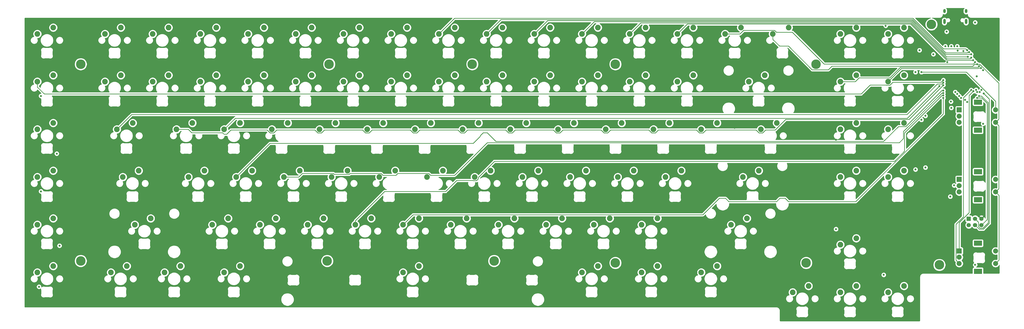
<source format=gbr>
G04 #@! TF.GenerationSoftware,KiCad,Pcbnew,(5.1.4)-1*
G04 #@! TF.CreationDate,2024-04-11T21:59:36-07:00*
G04 #@! TF.ProjectId,keeb,6b656562-2e6b-4696-9361-645f70636258,rev?*
G04 #@! TF.SameCoordinates,Original*
G04 #@! TF.FileFunction,Copper,L2,Inr*
G04 #@! TF.FilePolarity,Positive*
%FSLAX46Y46*%
G04 Gerber Fmt 4.6, Leading zero omitted, Abs format (unit mm)*
G04 Created by KiCad (PCBNEW (5.1.4)-1) date 2024-04-11 21:59:36*
%MOMM*%
%LPD*%
G04 APERTURE LIST*
%ADD10C,2.250000*%
%ADD11O,1.000000X2.100000*%
%ADD12O,1.000000X1.600000*%
%ADD13R,2.000000X2.000000*%
%ADD14C,2.000000*%
%ADD15R,3.200000X2.000000*%
%ADD16R,1.700000X1.700000*%
%ADD17C,1.700000*%
%ADD18C,3.800000*%
%ADD19C,0.800000*%
%ADD20C,0.250000*%
%ADD21C,0.254000*%
G04 APERTURE END LIST*
D10*
X295433750Y-140176250D03*
X289083750Y-142716250D03*
X271621250Y-140176250D03*
X265271250Y-142716250D03*
X59690000Y-140176250D03*
X53340000Y-142716250D03*
X104933750Y-140176250D03*
X98583750Y-142716250D03*
X247808750Y-140176250D03*
X241458750Y-142716250D03*
X176371250Y-140176250D03*
X170021250Y-142716250D03*
X81121250Y-140176250D03*
X74771250Y-142716250D03*
X307340000Y-121126250D03*
X300990000Y-123666250D03*
X69215000Y-121126250D03*
X62865000Y-123666250D03*
X312102500Y-102076250D03*
X305752500Y-104616250D03*
X64452500Y-102076250D03*
X58102500Y-104616250D03*
X319246250Y-83026250D03*
X312896250Y-85566250D03*
X314483750Y-63976250D03*
X308133750Y-66516250D03*
X62071250Y-83026250D03*
X55721250Y-85566250D03*
D11*
X386205000Y-42498750D03*
X394845000Y-42498750D03*
D12*
X386205000Y-38318750D03*
X394845000Y-38318750D03*
D13*
X392112500Y-134143750D03*
D14*
X392112500Y-136643750D03*
X392112500Y-139143750D03*
D15*
X399612500Y-131043750D03*
X399612500Y-142243750D03*
D14*
X406612500Y-134143750D03*
X406612500Y-139143750D03*
D13*
X392112500Y-105568750D03*
D14*
X392112500Y-108068750D03*
X392112500Y-110568750D03*
D15*
X399612500Y-102468750D03*
X399612500Y-113668750D03*
D14*
X406612500Y-105568750D03*
X406612500Y-110568750D03*
D13*
X392112500Y-77787500D03*
D14*
X392112500Y-80287500D03*
X392112500Y-82787500D03*
D15*
X399612500Y-74687500D03*
X399612500Y-85887500D03*
D14*
X406612500Y-77787500D03*
X406612500Y-82787500D03*
D10*
X370046250Y-148113750D03*
X363696250Y-150653750D03*
X350996250Y-148113750D03*
X344646250Y-150653750D03*
X331946250Y-148113750D03*
X325596250Y-150653750D03*
X30321250Y-140176250D03*
X23971250Y-142716250D03*
X350996250Y-129063750D03*
X344646250Y-131603750D03*
X271621250Y-121126250D03*
X265271250Y-123666250D03*
X252571250Y-121126250D03*
X246221250Y-123666250D03*
X233521250Y-121126250D03*
X227171250Y-123666250D03*
X214471250Y-121126250D03*
X208121250Y-123666250D03*
X195421250Y-121126250D03*
X189071250Y-123666250D03*
X176371250Y-121126250D03*
X170021250Y-123666250D03*
X157321250Y-121126250D03*
X150971250Y-123666250D03*
X138271250Y-121126250D03*
X131921250Y-123666250D03*
X119221250Y-121126250D03*
X112871250Y-123666250D03*
X100171250Y-121126250D03*
X93821250Y-123666250D03*
X30321250Y-121126250D03*
X23971250Y-123666250D03*
X370046250Y-102076250D03*
X363696250Y-104616250D03*
X344646250Y-104616250D03*
X350996250Y-102076250D03*
X281146250Y-102076250D03*
X274796250Y-104616250D03*
X262096250Y-102076250D03*
X255746250Y-104616250D03*
X243046250Y-102076250D03*
X236696250Y-104616250D03*
X223996250Y-102076250D03*
X217646250Y-104616250D03*
X204946250Y-102076250D03*
X198596250Y-104616250D03*
X185896250Y-102076250D03*
X179546250Y-104616250D03*
X166846250Y-102076250D03*
X160496250Y-104616250D03*
X147796250Y-102076250D03*
X141446250Y-104616250D03*
X128746250Y-102076250D03*
X122396250Y-104616250D03*
X109696250Y-102076250D03*
X103346250Y-104616250D03*
X90646250Y-102076250D03*
X84296250Y-104616250D03*
X30321250Y-102076250D03*
X23971250Y-104616250D03*
X370046250Y-83026250D03*
X363696250Y-85566250D03*
X350996250Y-83026250D03*
X344646250Y-85566250D03*
X295433750Y-83026250D03*
X289083750Y-85566250D03*
X276383750Y-83026250D03*
X270033750Y-85566250D03*
X257333750Y-83026250D03*
X250983750Y-85566250D03*
X238283750Y-83026250D03*
X231933750Y-85566250D03*
X219233750Y-83026250D03*
X212883750Y-85566250D03*
X200183750Y-83026250D03*
X193833750Y-85566250D03*
X181133750Y-83026250D03*
X174783750Y-85566250D03*
X162083750Y-83026250D03*
X155733750Y-85566250D03*
X143033750Y-83026250D03*
X136683750Y-85566250D03*
X123983750Y-83026250D03*
X117633750Y-85566250D03*
X370046250Y-63976250D03*
X363696250Y-66516250D03*
X350996250Y-63976250D03*
X344646250Y-66516250D03*
X285908750Y-63976250D03*
X279558750Y-66516250D03*
X266858750Y-63976250D03*
X260508750Y-66516250D03*
X247808750Y-63976250D03*
X241458750Y-66516250D03*
X228758750Y-63976250D03*
X222408750Y-66516250D03*
X209708750Y-63976250D03*
X203358750Y-66516250D03*
X190658750Y-63976250D03*
X184308750Y-66516250D03*
X171608750Y-63976250D03*
X165258750Y-66516250D03*
X152558750Y-63976250D03*
X146208750Y-66516250D03*
X133508750Y-63976250D03*
X127158750Y-66516250D03*
X114458750Y-63976250D03*
X108108750Y-66516250D03*
X370046250Y-44926250D03*
X363696250Y-47466250D03*
X350996250Y-44926250D03*
X344646250Y-47466250D03*
X324008750Y-44926250D03*
X317658750Y-47466250D03*
X304958750Y-44926250D03*
X298608750Y-47466250D03*
X285908750Y-44926250D03*
X279558750Y-47466250D03*
X266858750Y-44926250D03*
X260508750Y-47466250D03*
X247808750Y-44926250D03*
X241458750Y-47466250D03*
X228758750Y-44926250D03*
X222408750Y-47466250D03*
X209708750Y-44926250D03*
X203358750Y-47466250D03*
X190658750Y-44926250D03*
X184308750Y-47466250D03*
X171608750Y-44926250D03*
X165258750Y-47466250D03*
X152558750Y-44926250D03*
X146208750Y-47466250D03*
X133508750Y-44926250D03*
X127158750Y-47466250D03*
X114458750Y-44926250D03*
X108108750Y-47466250D03*
X104933750Y-83026250D03*
X98583750Y-85566250D03*
X85883750Y-83026250D03*
X79533750Y-85566250D03*
X30321250Y-83026250D03*
X23971250Y-85566250D03*
X95408750Y-63976250D03*
X89058750Y-66516250D03*
X76358750Y-63976250D03*
X70008750Y-66516250D03*
X57308750Y-63976250D03*
X50958750Y-66516250D03*
X30321250Y-63976250D03*
X23971250Y-66516250D03*
X95408750Y-44926250D03*
X89058750Y-47466250D03*
X76358750Y-44926250D03*
X70008750Y-47466250D03*
X57308750Y-44926250D03*
X50958750Y-47466250D03*
X30321250Y-44926250D03*
X23971250Y-47466250D03*
D16*
X395922500Y-121285000D03*
D17*
X395922500Y-123825000D03*
X398462500Y-121285000D03*
X398462500Y-123825000D03*
X401002500Y-121285000D03*
X401002500Y-123825000D03*
D18*
X41275000Y-138112500D03*
X254793750Y-59531250D03*
X330993750Y-138906250D03*
X334962500Y-59531250D03*
X384175000Y-139700000D03*
X381000000Y-43656250D03*
X139700000Y-138112500D03*
X41275000Y-59531250D03*
X206375000Y-138112500D03*
X254793750Y-138906250D03*
X197643750Y-59531250D03*
X140493750Y-59531250D03*
D19*
X386556250Y-52387500D03*
X388937500Y-52387500D03*
X391481551Y-54137801D03*
X381793750Y-55562500D03*
X25400000Y-72231250D03*
X25400000Y-110331250D03*
X31714274Y-95269273D03*
X398462500Y-139700000D03*
X24606250Y-148431250D03*
X32817499Y-132036249D03*
X401637500Y-83343750D03*
X390064499Y-107950000D03*
X388529559Y-112409261D03*
X49212500Y-53975000D03*
X32543750Y-75003011D03*
X23018750Y-92868750D03*
X23018750Y-114300000D03*
X23018750Y-130968750D03*
X21431250Y-153193750D03*
X393815071Y-54295076D03*
X386449377Y-58305201D03*
X396081250Y-53330250D03*
X398462500Y-105568750D03*
X382587500Y-76993750D03*
X268287500Y-92075000D03*
X302418750Y-84931250D03*
X342900000Y-89693750D03*
X387079304Y-46560554D03*
X391318750Y-52387500D03*
X390525000Y-70643750D03*
X362743750Y-44202250D03*
X391318750Y-71437500D03*
X374650000Y-62706250D03*
X385762500Y-65881250D03*
X377031250Y-62706250D03*
X378618750Y-80168750D03*
X392832279Y-73044972D03*
X374650000Y-101600000D03*
X378618750Y-100806250D03*
X394493750Y-73818750D03*
X342900000Y-125412500D03*
X395287500Y-74612500D03*
X361950000Y-143668750D03*
X401637500Y-61912500D03*
X398462500Y-42862500D03*
X400050000Y-72231250D03*
X387350000Y-58737500D03*
X401866389Y-71208612D03*
X399256250Y-73025000D03*
X388822429Y-74497429D03*
X388937500Y-76993750D03*
X376237500Y-53975000D03*
X399141179Y-64408821D03*
X400993034Y-69829030D03*
X400269034Y-70635149D03*
X399256250Y-59531250D03*
X399270801Y-70674348D03*
X398841760Y-69772168D03*
X397750090Y-70331893D03*
X396875000Y-69850000D03*
X384175000Y-68262500D03*
X385762500Y-73052262D03*
X395520900Y-56589649D03*
X392112500Y-72231250D03*
X377031250Y-81756250D03*
X385771619Y-66897513D03*
X385776155Y-67916869D03*
X385762500Y-70055253D03*
X385762500Y-71054256D03*
X385762500Y-72053259D03*
X395333094Y-54018314D03*
X396081250Y-54768750D03*
X396875000Y-55562500D03*
X396875000Y-56944747D03*
X397668750Y-57943750D03*
X398462500Y-58737500D03*
X400050000Y-60325000D03*
X400843750Y-61118750D03*
D20*
X23971250Y-68107240D02*
X23971250Y-66516250D01*
X352929522Y-71437500D02*
X26732006Y-71437500D01*
X356509773Y-67857249D02*
X352929522Y-71437500D01*
X23971250Y-68676744D02*
X23971250Y-68107240D01*
X363001771Y-67857249D02*
X356509773Y-67857249D01*
X26732006Y-71437500D02*
X23971250Y-68676744D01*
X363109773Y-67965251D02*
X363001771Y-67857249D01*
X364391771Y-67965251D02*
X363109773Y-67965251D01*
X365618673Y-66738349D02*
X364391771Y-67965251D01*
X384905401Y-66738349D02*
X365618673Y-66738349D01*
X385762500Y-65881250D02*
X384905401Y-66738349D01*
X394941776Y-62706250D02*
X377031250Y-62706250D01*
X406612500Y-77787500D02*
X406612500Y-74376974D01*
X406612500Y-74376974D02*
X394941776Y-62706250D01*
X400974448Y-72231250D02*
X403674010Y-74930812D01*
X400050000Y-72231250D02*
X400974448Y-72231250D01*
X403674010Y-74930812D02*
X403674010Y-122891012D01*
X403674010Y-122891012D02*
X401566021Y-124999001D01*
X399828499Y-122650999D02*
X398462500Y-121285000D01*
X399828499Y-124388521D02*
X399828499Y-122650999D01*
X401566021Y-124999001D02*
X400438979Y-124999001D01*
X400438979Y-124999001D02*
X399828499Y-124388521D01*
X404123020Y-73465243D02*
X401866389Y-71208612D01*
X404123020Y-123076998D02*
X404123020Y-73465243D01*
X401752008Y-125448010D02*
X404123020Y-123076998D01*
X398462500Y-123825000D02*
X400085510Y-125448010D01*
X400085510Y-125448010D02*
X401752008Y-125448010D01*
X401133202Y-73025000D02*
X403225000Y-75116798D01*
X399256250Y-73025000D02*
X401133202Y-73025000D01*
X403225000Y-121602500D02*
X401002500Y-123825000D01*
X403225000Y-75116798D02*
X403225000Y-121602500D01*
X398303746Y-59531250D02*
X399256250Y-59531250D01*
X341312500Y-60325000D02*
X397509996Y-60325000D01*
X317658750Y-49626744D02*
X320356157Y-52324151D01*
X317658750Y-47466250D02*
X317658750Y-49626744D01*
X320356157Y-52324151D02*
X323931117Y-52324151D01*
X323931117Y-52324151D02*
X333362217Y-61755251D01*
X397509996Y-60325000D02*
X398303746Y-59531250D01*
X333362217Y-61755251D02*
X339882249Y-61755251D01*
X339882249Y-61755251D02*
X341312500Y-60325000D01*
X399821935Y-59531250D02*
X399256250Y-59531250D01*
X400327772Y-59531250D02*
X399821935Y-59531250D01*
X407936501Y-67139979D02*
X400327772Y-59531250D01*
X407936501Y-81463499D02*
X407936501Y-67139979D01*
X406612500Y-82787500D02*
X407936501Y-81463499D01*
X407612499Y-83787499D02*
X406612500Y-82787500D01*
X407936501Y-84111501D02*
X407612499Y-83787499D01*
X407936501Y-109244749D02*
X407936501Y-84111501D01*
X406612500Y-110568750D02*
X407936501Y-109244749D01*
X407612499Y-138143751D02*
X406612500Y-139143750D01*
X407987500Y-137768750D02*
X407612499Y-138143751D01*
X407987500Y-111943750D02*
X407987500Y-137768750D01*
X406612500Y-110568750D02*
X407987500Y-111943750D01*
X392112500Y-132893750D02*
X392112500Y-134143750D01*
X392112500Y-122811798D02*
X392112500Y-132893750D01*
X396081250Y-118843048D02*
X392112500Y-122811798D01*
X396081250Y-72000733D02*
X396081250Y-118843048D01*
X397750090Y-70331893D02*
X396081250Y-72000733D01*
X391112501Y-138143751D02*
X392112500Y-139143750D01*
X390788499Y-137819749D02*
X391112501Y-138143751D01*
X390788499Y-123500803D02*
X390788499Y-137819749D01*
X393769749Y-120519553D02*
X390788499Y-123500803D01*
X393769749Y-72955251D02*
X393769749Y-120519553D01*
X396875000Y-69850000D02*
X393769749Y-72955251D01*
X371309261Y-81128239D02*
X384175000Y-68262500D01*
X98583750Y-85566250D02*
X103021761Y-81128239D01*
X103021761Y-81128239D02*
X371309261Y-81128239D01*
X171146249Y-122541251D02*
X170021250Y-123666250D01*
X174010251Y-119677249D02*
X171146249Y-122541251D01*
X289702709Y-119677249D02*
X174010251Y-119677249D01*
X296286609Y-113093349D02*
X289702709Y-119677249D01*
X300082149Y-114406655D02*
X298768843Y-113093349D01*
X319150849Y-114406655D02*
X300082149Y-114406655D01*
X298768843Y-113093349D02*
X296286609Y-113093349D01*
X320464155Y-113093349D02*
X319150849Y-114406655D01*
X323894649Y-114406655D02*
X322581343Y-113093349D01*
X322581343Y-113093349D02*
X320464155Y-113093349D01*
X350772929Y-114406655D02*
X323894649Y-114406655D01*
X385762500Y-79417084D02*
X350772929Y-114406655D01*
X385762500Y-73052262D02*
X385762500Y-79417084D01*
X242583749Y-46341251D02*
X241458750Y-47466250D01*
X246345771Y-42579229D02*
X242583749Y-46341251D01*
X373064919Y-42579229D02*
X246345771Y-42579229D01*
X387075339Y-56589649D02*
X373064919Y-42579229D01*
X395520900Y-56589649D02*
X387075339Y-56589649D01*
X385771619Y-66897513D02*
X385200382Y-67468750D01*
X385200382Y-67468750D02*
X383381250Y-67468750D01*
X56846249Y-84441251D02*
X55721250Y-85566250D01*
X61658349Y-79629151D02*
X56846249Y-84441251D01*
X371220849Y-79629151D02*
X61658349Y-79629151D01*
X383381250Y-67468750D02*
X371220849Y-79629151D01*
X81124740Y-85566250D02*
X79533750Y-85566250D01*
X84234244Y-85566250D02*
X81124740Y-85566250D01*
X85575243Y-86907249D02*
X84234244Y-85566250D01*
X97889271Y-86907249D02*
X85575243Y-86907249D01*
X99538777Y-87530729D02*
X98512751Y-87530729D01*
X101281157Y-85788349D02*
X99538777Y-87530729D01*
X119556173Y-85788349D02*
X118329271Y-87015251D01*
X135988229Y-87015251D02*
X134761327Y-85788349D01*
X137379271Y-87015251D02*
X135988229Y-87015251D01*
X153811327Y-85788349D02*
X138606173Y-85788349D01*
X155038229Y-87015251D02*
X153811327Y-85788349D01*
X156429271Y-87015251D02*
X155038229Y-87015251D01*
X157656173Y-85788349D02*
X156429271Y-87015251D01*
X174088229Y-87015251D02*
X172861327Y-85788349D01*
X175479271Y-87015251D02*
X174088229Y-87015251D01*
X134761327Y-85788349D02*
X119556173Y-85788349D01*
X194529271Y-87015251D02*
X193138229Y-87015251D01*
X172861327Y-85788349D02*
X157656173Y-85788349D01*
X195756173Y-85788349D02*
X194529271Y-87015251D01*
X176706173Y-85788349D02*
X175479271Y-87015251D01*
X210961327Y-85788349D02*
X195756173Y-85788349D01*
X212188229Y-87015251D02*
X210961327Y-85788349D01*
X213579271Y-87015251D02*
X212188229Y-87015251D01*
X214806173Y-85788349D02*
X213579271Y-87015251D01*
X230011327Y-85788349D02*
X214806173Y-85788349D01*
X231238229Y-87015251D02*
X230011327Y-85788349D01*
X232629271Y-87015251D02*
X231238229Y-87015251D01*
X233856173Y-85788349D02*
X232629271Y-87015251D01*
X249061327Y-85788349D02*
X233856173Y-85788349D01*
X138606173Y-85788349D02*
X137379271Y-87015251D01*
X250288229Y-87015251D02*
X249061327Y-85788349D01*
X191911327Y-85788349D02*
X176706173Y-85788349D01*
X251679271Y-87015251D02*
X250288229Y-87015251D01*
X252906173Y-85788349D02*
X251679271Y-87015251D01*
X268111327Y-85788349D02*
X252906173Y-85788349D01*
X269338229Y-87015251D02*
X268111327Y-85788349D01*
X193138229Y-87015251D02*
X191911327Y-85788349D01*
X270729271Y-87015251D02*
X269338229Y-87015251D01*
X271956173Y-85788349D02*
X270729271Y-87015251D01*
X287161327Y-85788349D02*
X271956173Y-85788349D01*
X116938229Y-87015251D02*
X115711327Y-85788349D01*
X288388229Y-87015251D02*
X287161327Y-85788349D01*
X289779271Y-87015251D02*
X288388229Y-87015251D01*
X291006173Y-85788349D02*
X289779271Y-87015251D01*
X115711327Y-85788349D02*
X101281157Y-85788349D01*
X310973827Y-85788349D02*
X291006173Y-85788349D01*
X312200729Y-87015251D02*
X310973827Y-85788349D01*
X313591771Y-87015251D02*
X312200729Y-87015251D01*
X314818673Y-85788349D02*
X313591771Y-87015251D01*
X318628673Y-85788349D02*
X314818673Y-85788349D01*
X118329271Y-87015251D02*
X116938229Y-87015251D01*
X322839773Y-81577249D02*
X318628673Y-85788349D01*
X372115775Y-81577249D02*
X322839773Y-81577249D01*
X98512751Y-87530729D02*
X97889271Y-86907249D01*
X385776155Y-67916869D02*
X372115775Y-81577249D01*
X200818750Y-88361744D02*
X198017707Y-91162787D01*
X116799713Y-91162787D02*
X104471249Y-103491251D01*
X200818750Y-88106250D02*
X200818750Y-88361744D01*
X202017751Y-86907249D02*
X200818750Y-88106250D01*
X203588499Y-86907249D02*
X202017751Y-86907249D01*
X207105401Y-90424151D02*
X203588499Y-86907249D01*
X361894869Y-90424151D02*
X207105401Y-90424151D01*
X367843769Y-84475251D02*
X361894869Y-90424151D01*
X370741771Y-84475251D02*
X367843769Y-84475251D01*
X385161769Y-70055253D02*
X370741771Y-84475251D01*
X104471249Y-103491251D02*
X103346250Y-104616250D01*
X198017707Y-91162787D02*
X116799713Y-91162787D01*
X385762500Y-70055253D02*
X385161769Y-70055253D01*
X123987240Y-104616250D02*
X122396250Y-104616250D01*
X128350772Y-104616250D02*
X123987240Y-104616250D01*
X129799773Y-103167249D02*
X128350772Y-104616250D01*
X148491771Y-103525251D02*
X142499773Y-103525251D01*
X148849773Y-103167249D02*
X148491771Y-103525251D01*
X161191771Y-103167249D02*
X148849773Y-103167249D01*
X161945251Y-103920729D02*
X161191771Y-103167249D01*
X167146293Y-103920729D02*
X161945251Y-103920729D01*
X167899773Y-103167249D02*
X167146293Y-103920729D01*
X180241771Y-103167249D02*
X167899773Y-103167249D01*
X142141771Y-103167249D02*
X129799773Y-103167249D01*
X180995251Y-103920729D02*
X180241771Y-103167249D01*
X190581479Y-103920729D02*
X180995251Y-103920729D01*
X203629047Y-90873161D02*
X190581479Y-103920729D01*
X368169833Y-90873161D02*
X203629047Y-90873161D01*
X142499773Y-103525251D02*
X142141771Y-103167249D01*
X369824151Y-89218843D02*
X368169833Y-90873161D01*
X369824151Y-86426920D02*
X369824151Y-89218843D01*
X385196815Y-71054256D02*
X369824151Y-86426920D01*
X385762500Y-71054256D02*
X385196815Y-71054256D01*
X150971250Y-122075260D02*
X150971250Y-123666250D01*
X186983675Y-110383347D02*
X162639658Y-110383347D01*
X191409773Y-105957249D02*
X186983675Y-110383347D01*
X197901771Y-105957249D02*
X191409773Y-105957249D01*
X198009773Y-106065251D02*
X197901771Y-105957249D01*
X199291771Y-106065251D02*
X198009773Y-106065251D01*
X200045251Y-105311771D02*
X199291771Y-106065251D01*
X200045251Y-104754749D02*
X200045251Y-105311771D01*
X150971250Y-122051755D02*
X150971250Y-122075260D01*
X162639658Y-110383347D02*
X150971250Y-122051755D01*
X206476751Y-98323249D02*
X200045251Y-104754749D01*
X366221339Y-98323249D02*
X206476751Y-98323249D01*
X370273161Y-86976913D02*
X370273161Y-94271427D01*
X385196815Y-72053259D02*
X370273161Y-86976913D01*
X370273161Y-94271427D02*
X366221339Y-98323249D01*
X385762500Y-72053259D02*
X385196815Y-72053259D01*
X185433749Y-46341251D02*
X184308750Y-47466250D01*
X190542801Y-41232199D02*
X185433749Y-46341251D01*
X373622877Y-41232199D02*
X190542801Y-41232199D01*
X385804478Y-53413800D02*
X373622877Y-41232199D01*
X394728580Y-53413800D02*
X385804478Y-53413800D01*
X395333094Y-54018314D02*
X394728580Y-53413800D01*
X204483749Y-46341251D02*
X203358750Y-47466250D01*
X209143791Y-41681209D02*
X204483749Y-46341251D01*
X373436891Y-41681209D02*
X209143791Y-41681209D01*
X395265238Y-55019077D02*
X386774759Y-55019077D01*
X395515565Y-54768750D02*
X395265238Y-55019077D01*
X386774759Y-55019077D02*
X373436891Y-41681209D01*
X396081250Y-54768750D02*
X395515565Y-54768750D01*
X223533749Y-46341251D02*
X222408750Y-47466250D01*
X227744781Y-42130219D02*
X223533749Y-46341251D01*
X373250905Y-42130219D02*
X227744781Y-42130219D01*
X386683186Y-55562500D02*
X373250905Y-42130219D01*
X396875000Y-55562500D02*
X386683186Y-55562500D01*
X261633749Y-46341251D02*
X260508750Y-47466250D01*
X264946761Y-43028239D02*
X261633749Y-46341251D01*
X372878933Y-43028239D02*
X264946761Y-43028239D01*
X387195440Y-57344746D02*
X372878933Y-43028239D01*
X396475001Y-57344746D02*
X387195440Y-57344746D01*
X396875000Y-56944747D02*
X396475001Y-57344746D01*
X280683749Y-46341251D02*
X279558750Y-47466250D01*
X283547751Y-43477249D02*
X280683749Y-46341251D01*
X372692947Y-43477249D02*
X283547751Y-43477249D01*
X387159448Y-57943750D02*
X372692947Y-43477249D01*
X397668750Y-57943750D02*
X387159448Y-57943750D01*
X304563272Y-47466250D02*
X300199740Y-47466250D01*
X306012273Y-46017249D02*
X304563272Y-47466250D01*
X319107751Y-46770729D02*
X318354271Y-46017249D01*
X300199740Y-47466250D02*
X298608750Y-47466250D01*
X325493501Y-46770729D02*
X319107751Y-46770729D01*
X318354271Y-46017249D02*
X306012273Y-46017249D01*
X338184273Y-59461501D02*
X325493501Y-46770729D01*
X397738499Y-59461501D02*
X338184273Y-59461501D01*
X398462500Y-58737500D02*
X397738499Y-59461501D01*
X399600990Y-60774010D02*
X368644740Y-60774010D01*
X400050000Y-60325000D02*
X399600990Y-60774010D01*
X346237240Y-66516250D02*
X344646250Y-66516250D01*
X368644740Y-60774010D02*
X364391771Y-65026979D01*
X364391771Y-65026979D02*
X352090043Y-65026979D01*
X352090043Y-65026979D02*
X350600772Y-66516250D01*
X350600772Y-66516250D02*
X346237240Y-66516250D01*
X399891246Y-61118750D02*
X399786976Y-61223020D01*
X400843750Y-61118750D02*
X399891246Y-61118750D01*
X368989480Y-61223020D02*
X363696250Y-66516250D01*
X399786976Y-61223020D02*
X368989480Y-61223020D01*
D21*
G36*
X184922752Y-45777447D02*
G01*
X184922746Y-45777452D01*
X184895796Y-45804402D01*
X184822123Y-45773886D01*
X184482095Y-45706250D01*
X184135405Y-45706250D01*
X183795377Y-45773886D01*
X183475077Y-45906558D01*
X183186815Y-46099169D01*
X182941669Y-46344315D01*
X182749058Y-46632577D01*
X182616386Y-46952877D01*
X182548750Y-47292905D01*
X182548750Y-47639595D01*
X182616386Y-47979623D01*
X182749058Y-48299923D01*
X182881388Y-48497969D01*
X182598299Y-48554279D01*
X182323497Y-48668106D01*
X182076181Y-48833357D01*
X181865857Y-49043681D01*
X181700606Y-49290997D01*
X181586779Y-49565799D01*
X181528750Y-49857528D01*
X181528750Y-50154972D01*
X181586779Y-50446701D01*
X181700606Y-50721503D01*
X181865857Y-50968819D01*
X182076181Y-51179143D01*
X182323497Y-51344394D01*
X182598299Y-51458221D01*
X182890028Y-51516250D01*
X183187472Y-51516250D01*
X183479201Y-51458221D01*
X183754003Y-51344394D01*
X184001319Y-51179143D01*
X184211643Y-50968819D01*
X184376894Y-50721503D01*
X184490721Y-50446701D01*
X184548750Y-50154972D01*
X184548750Y-49857528D01*
X184526830Y-49747326D01*
X185489850Y-49747326D01*
X185489850Y-50265174D01*
X185590877Y-50773072D01*
X185789049Y-51251501D01*
X186076750Y-51682076D01*
X186442924Y-52048250D01*
X186873499Y-52335951D01*
X187351928Y-52534123D01*
X187859826Y-52635150D01*
X188377674Y-52635150D01*
X188885572Y-52534123D01*
X189364001Y-52335951D01*
X189794576Y-52048250D01*
X190160750Y-51682076D01*
X190448451Y-51251501D01*
X190646623Y-50773072D01*
X190747650Y-50265174D01*
X190747650Y-49857528D01*
X191688750Y-49857528D01*
X191688750Y-50154972D01*
X191746779Y-50446701D01*
X191860606Y-50721503D01*
X192025857Y-50968819D01*
X192236181Y-51179143D01*
X192483497Y-51344394D01*
X192758299Y-51458221D01*
X193050028Y-51516250D01*
X193347472Y-51516250D01*
X193639201Y-51458221D01*
X193914003Y-51344394D01*
X194161319Y-51179143D01*
X194371643Y-50968819D01*
X194536894Y-50721503D01*
X194650721Y-50446701D01*
X194708750Y-50154972D01*
X194708750Y-49857528D01*
X194650721Y-49565799D01*
X194536894Y-49290997D01*
X194371643Y-49043681D01*
X194161319Y-48833357D01*
X193914003Y-48668106D01*
X193639201Y-48554279D01*
X193347472Y-48496250D01*
X193050028Y-48496250D01*
X192758299Y-48554279D01*
X192483497Y-48668106D01*
X192236181Y-48833357D01*
X192025857Y-49043681D01*
X191860606Y-49290997D01*
X191746779Y-49565799D01*
X191688750Y-49857528D01*
X190747650Y-49857528D01*
X190747650Y-49747326D01*
X190646623Y-49239428D01*
X190448451Y-48760999D01*
X190160750Y-48330424D01*
X189794576Y-47964250D01*
X189364001Y-47676549D01*
X188885572Y-47478377D01*
X188377674Y-47377350D01*
X187859826Y-47377350D01*
X187351928Y-47478377D01*
X186873499Y-47676549D01*
X186442924Y-47964250D01*
X186076750Y-48330424D01*
X185789049Y-48760999D01*
X185590877Y-49239428D01*
X185489850Y-49747326D01*
X184526830Y-49747326D01*
X184490721Y-49565799D01*
X184376894Y-49290997D01*
X184333632Y-49226250D01*
X184482095Y-49226250D01*
X184822123Y-49158614D01*
X185142423Y-49025942D01*
X185430685Y-48833331D01*
X185675831Y-48588185D01*
X185868442Y-48299923D01*
X186001114Y-47979623D01*
X186068750Y-47639595D01*
X186068750Y-47292905D01*
X186001114Y-46952877D01*
X185970598Y-46879204D01*
X185997548Y-46852254D01*
X185997553Y-46852248D01*
X188096896Y-44752905D01*
X188898750Y-44752905D01*
X188898750Y-45099595D01*
X188966386Y-45439623D01*
X189099058Y-45759923D01*
X189291669Y-46048185D01*
X189536815Y-46293331D01*
X189825077Y-46485942D01*
X190145377Y-46618614D01*
X190485405Y-46686250D01*
X190832095Y-46686250D01*
X191172123Y-46618614D01*
X191492423Y-46485942D01*
X191780685Y-46293331D01*
X192025831Y-46048185D01*
X192218442Y-45759923D01*
X192351114Y-45439623D01*
X192418750Y-45099595D01*
X192418750Y-44752905D01*
X192351114Y-44412877D01*
X192218442Y-44092577D01*
X192025831Y-43804315D01*
X191780685Y-43559169D01*
X191492423Y-43366558D01*
X191172123Y-43233886D01*
X190832095Y-43166250D01*
X190485405Y-43166250D01*
X190145377Y-43233886D01*
X189825077Y-43366558D01*
X189536815Y-43559169D01*
X189291669Y-43804315D01*
X189099058Y-44092577D01*
X188966386Y-44412877D01*
X188898750Y-44752905D01*
X188096896Y-44752905D01*
X190857603Y-41992199D01*
X207757999Y-41992199D01*
X203972752Y-45777447D01*
X203972746Y-45777452D01*
X203945796Y-45804402D01*
X203872123Y-45773886D01*
X203532095Y-45706250D01*
X203185405Y-45706250D01*
X202845377Y-45773886D01*
X202525077Y-45906558D01*
X202236815Y-46099169D01*
X201991669Y-46344315D01*
X201799058Y-46632577D01*
X201666386Y-46952877D01*
X201598750Y-47292905D01*
X201598750Y-47639595D01*
X201666386Y-47979623D01*
X201799058Y-48299923D01*
X201931388Y-48497969D01*
X201648299Y-48554279D01*
X201373497Y-48668106D01*
X201126181Y-48833357D01*
X200915857Y-49043681D01*
X200750606Y-49290997D01*
X200636779Y-49565799D01*
X200578750Y-49857528D01*
X200578750Y-50154972D01*
X200636779Y-50446701D01*
X200750606Y-50721503D01*
X200915857Y-50968819D01*
X201126181Y-51179143D01*
X201373497Y-51344394D01*
X201648299Y-51458221D01*
X201940028Y-51516250D01*
X202237472Y-51516250D01*
X202529201Y-51458221D01*
X202804003Y-51344394D01*
X203051319Y-51179143D01*
X203261643Y-50968819D01*
X203426894Y-50721503D01*
X203540721Y-50446701D01*
X203598750Y-50154972D01*
X203598750Y-49857528D01*
X203576830Y-49747326D01*
X204539850Y-49747326D01*
X204539850Y-50265174D01*
X204640877Y-50773072D01*
X204839049Y-51251501D01*
X205126750Y-51682076D01*
X205492924Y-52048250D01*
X205923499Y-52335951D01*
X206401928Y-52534123D01*
X206909826Y-52635150D01*
X207427674Y-52635150D01*
X207935572Y-52534123D01*
X208414001Y-52335951D01*
X208844576Y-52048250D01*
X209210750Y-51682076D01*
X209498451Y-51251501D01*
X209696623Y-50773072D01*
X209797650Y-50265174D01*
X209797650Y-49857528D01*
X210738750Y-49857528D01*
X210738750Y-50154972D01*
X210796779Y-50446701D01*
X210910606Y-50721503D01*
X211075857Y-50968819D01*
X211286181Y-51179143D01*
X211533497Y-51344394D01*
X211808299Y-51458221D01*
X212100028Y-51516250D01*
X212397472Y-51516250D01*
X212689201Y-51458221D01*
X212964003Y-51344394D01*
X213211319Y-51179143D01*
X213421643Y-50968819D01*
X213586894Y-50721503D01*
X213700721Y-50446701D01*
X213758750Y-50154972D01*
X213758750Y-49857528D01*
X213700721Y-49565799D01*
X213586894Y-49290997D01*
X213421643Y-49043681D01*
X213211319Y-48833357D01*
X212964003Y-48668106D01*
X212689201Y-48554279D01*
X212397472Y-48496250D01*
X212100028Y-48496250D01*
X211808299Y-48554279D01*
X211533497Y-48668106D01*
X211286181Y-48833357D01*
X211075857Y-49043681D01*
X210910606Y-49290997D01*
X210796779Y-49565799D01*
X210738750Y-49857528D01*
X209797650Y-49857528D01*
X209797650Y-49747326D01*
X209696623Y-49239428D01*
X209498451Y-48760999D01*
X209210750Y-48330424D01*
X208844576Y-47964250D01*
X208414001Y-47676549D01*
X207935572Y-47478377D01*
X207427674Y-47377350D01*
X206909826Y-47377350D01*
X206401928Y-47478377D01*
X205923499Y-47676549D01*
X205492924Y-47964250D01*
X205126750Y-48330424D01*
X204839049Y-48760999D01*
X204640877Y-49239428D01*
X204539850Y-49747326D01*
X203576830Y-49747326D01*
X203540721Y-49565799D01*
X203426894Y-49290997D01*
X203383632Y-49226250D01*
X203532095Y-49226250D01*
X203872123Y-49158614D01*
X204192423Y-49025942D01*
X204480685Y-48833331D01*
X204725831Y-48588185D01*
X204918442Y-48299923D01*
X205051114Y-47979623D01*
X205118750Y-47639595D01*
X205118750Y-47292905D01*
X205051114Y-46952877D01*
X205020598Y-46879204D01*
X205047548Y-46852254D01*
X205047553Y-46852248D01*
X207146896Y-44752905D01*
X207948750Y-44752905D01*
X207948750Y-45099595D01*
X208016386Y-45439623D01*
X208149058Y-45759923D01*
X208341669Y-46048185D01*
X208586815Y-46293331D01*
X208875077Y-46485942D01*
X209195377Y-46618614D01*
X209535405Y-46686250D01*
X209882095Y-46686250D01*
X210222123Y-46618614D01*
X210542423Y-46485942D01*
X210830685Y-46293331D01*
X211075831Y-46048185D01*
X211268442Y-45759923D01*
X211401114Y-45439623D01*
X211468750Y-45099595D01*
X211468750Y-44752905D01*
X211401114Y-44412877D01*
X211268442Y-44092577D01*
X211075831Y-43804315D01*
X210830685Y-43559169D01*
X210542423Y-43366558D01*
X210222123Y-43233886D01*
X209882095Y-43166250D01*
X209535405Y-43166250D01*
X209195377Y-43233886D01*
X208875077Y-43366558D01*
X208586815Y-43559169D01*
X208341669Y-43804315D01*
X208149058Y-44092577D01*
X208016386Y-44412877D01*
X207948750Y-44752905D01*
X207146896Y-44752905D01*
X209458593Y-42441209D01*
X226358989Y-42441209D01*
X223022752Y-45777447D01*
X223022746Y-45777452D01*
X222995796Y-45804402D01*
X222922123Y-45773886D01*
X222582095Y-45706250D01*
X222235405Y-45706250D01*
X221895377Y-45773886D01*
X221575077Y-45906558D01*
X221286815Y-46099169D01*
X221041669Y-46344315D01*
X220849058Y-46632577D01*
X220716386Y-46952877D01*
X220648750Y-47292905D01*
X220648750Y-47639595D01*
X220716386Y-47979623D01*
X220849058Y-48299923D01*
X220981388Y-48497969D01*
X220698299Y-48554279D01*
X220423497Y-48668106D01*
X220176181Y-48833357D01*
X219965857Y-49043681D01*
X219800606Y-49290997D01*
X219686779Y-49565799D01*
X219628750Y-49857528D01*
X219628750Y-50154972D01*
X219686779Y-50446701D01*
X219800606Y-50721503D01*
X219965857Y-50968819D01*
X220176181Y-51179143D01*
X220423497Y-51344394D01*
X220698299Y-51458221D01*
X220990028Y-51516250D01*
X221287472Y-51516250D01*
X221579201Y-51458221D01*
X221854003Y-51344394D01*
X222101319Y-51179143D01*
X222311643Y-50968819D01*
X222476894Y-50721503D01*
X222590721Y-50446701D01*
X222648750Y-50154972D01*
X222648750Y-49857528D01*
X222626830Y-49747326D01*
X223589850Y-49747326D01*
X223589850Y-50265174D01*
X223690877Y-50773072D01*
X223889049Y-51251501D01*
X224176750Y-51682076D01*
X224542924Y-52048250D01*
X224973499Y-52335951D01*
X225451928Y-52534123D01*
X225959826Y-52635150D01*
X226477674Y-52635150D01*
X226985572Y-52534123D01*
X227464001Y-52335951D01*
X227894576Y-52048250D01*
X228260750Y-51682076D01*
X228548451Y-51251501D01*
X228746623Y-50773072D01*
X228847650Y-50265174D01*
X228847650Y-49857528D01*
X229788750Y-49857528D01*
X229788750Y-50154972D01*
X229846779Y-50446701D01*
X229960606Y-50721503D01*
X230125857Y-50968819D01*
X230336181Y-51179143D01*
X230583497Y-51344394D01*
X230858299Y-51458221D01*
X231150028Y-51516250D01*
X231447472Y-51516250D01*
X231739201Y-51458221D01*
X232014003Y-51344394D01*
X232261319Y-51179143D01*
X232471643Y-50968819D01*
X232636894Y-50721503D01*
X232750721Y-50446701D01*
X232808750Y-50154972D01*
X232808750Y-49857528D01*
X232750721Y-49565799D01*
X232636894Y-49290997D01*
X232471643Y-49043681D01*
X232261319Y-48833357D01*
X232014003Y-48668106D01*
X231739201Y-48554279D01*
X231447472Y-48496250D01*
X231150028Y-48496250D01*
X230858299Y-48554279D01*
X230583497Y-48668106D01*
X230336181Y-48833357D01*
X230125857Y-49043681D01*
X229960606Y-49290997D01*
X229846779Y-49565799D01*
X229788750Y-49857528D01*
X228847650Y-49857528D01*
X228847650Y-49747326D01*
X228746623Y-49239428D01*
X228548451Y-48760999D01*
X228260750Y-48330424D01*
X227894576Y-47964250D01*
X227464001Y-47676549D01*
X226985572Y-47478377D01*
X226477674Y-47377350D01*
X225959826Y-47377350D01*
X225451928Y-47478377D01*
X224973499Y-47676549D01*
X224542924Y-47964250D01*
X224176750Y-48330424D01*
X223889049Y-48760999D01*
X223690877Y-49239428D01*
X223589850Y-49747326D01*
X222626830Y-49747326D01*
X222590721Y-49565799D01*
X222476894Y-49290997D01*
X222433632Y-49226250D01*
X222582095Y-49226250D01*
X222922123Y-49158614D01*
X223242423Y-49025942D01*
X223530685Y-48833331D01*
X223775831Y-48588185D01*
X223968442Y-48299923D01*
X224101114Y-47979623D01*
X224168750Y-47639595D01*
X224168750Y-47292905D01*
X224101114Y-46952877D01*
X224070598Y-46879204D01*
X224097548Y-46852254D01*
X224097553Y-46852248D01*
X226196896Y-44752905D01*
X226998750Y-44752905D01*
X226998750Y-45099595D01*
X227066386Y-45439623D01*
X227199058Y-45759923D01*
X227391669Y-46048185D01*
X227636815Y-46293331D01*
X227925077Y-46485942D01*
X228245377Y-46618614D01*
X228585405Y-46686250D01*
X228932095Y-46686250D01*
X229272123Y-46618614D01*
X229592423Y-46485942D01*
X229880685Y-46293331D01*
X230125831Y-46048185D01*
X230318442Y-45759923D01*
X230451114Y-45439623D01*
X230518750Y-45099595D01*
X230518750Y-44752905D01*
X230451114Y-44412877D01*
X230318442Y-44092577D01*
X230125831Y-43804315D01*
X229880685Y-43559169D01*
X229592423Y-43366558D01*
X229272123Y-43233886D01*
X228932095Y-43166250D01*
X228585405Y-43166250D01*
X228245377Y-43233886D01*
X227925077Y-43366558D01*
X227636815Y-43559169D01*
X227391669Y-43804315D01*
X227199058Y-44092577D01*
X227066386Y-44412877D01*
X226998750Y-44752905D01*
X226196896Y-44752905D01*
X228059583Y-42890219D01*
X244959979Y-42890219D01*
X242045796Y-45804402D01*
X241972123Y-45773886D01*
X241632095Y-45706250D01*
X241285405Y-45706250D01*
X240945377Y-45773886D01*
X240625077Y-45906558D01*
X240336815Y-46099169D01*
X240091669Y-46344315D01*
X239899058Y-46632577D01*
X239766386Y-46952877D01*
X239698750Y-47292905D01*
X239698750Y-47639595D01*
X239766386Y-47979623D01*
X239899058Y-48299923D01*
X240031388Y-48497969D01*
X239748299Y-48554279D01*
X239473497Y-48668106D01*
X239226181Y-48833357D01*
X239015857Y-49043681D01*
X238850606Y-49290997D01*
X238736779Y-49565799D01*
X238678750Y-49857528D01*
X238678750Y-50154972D01*
X238736779Y-50446701D01*
X238850606Y-50721503D01*
X239015857Y-50968819D01*
X239226181Y-51179143D01*
X239473497Y-51344394D01*
X239748299Y-51458221D01*
X240040028Y-51516250D01*
X240337472Y-51516250D01*
X240629201Y-51458221D01*
X240904003Y-51344394D01*
X241151319Y-51179143D01*
X241361643Y-50968819D01*
X241526894Y-50721503D01*
X241640721Y-50446701D01*
X241698750Y-50154972D01*
X241698750Y-49857528D01*
X241676830Y-49747326D01*
X242639850Y-49747326D01*
X242639850Y-50265174D01*
X242740877Y-50773072D01*
X242939049Y-51251501D01*
X243226750Y-51682076D01*
X243592924Y-52048250D01*
X244023499Y-52335951D01*
X244501928Y-52534123D01*
X245009826Y-52635150D01*
X245527674Y-52635150D01*
X246035572Y-52534123D01*
X246514001Y-52335951D01*
X246944576Y-52048250D01*
X247310750Y-51682076D01*
X247598451Y-51251501D01*
X247796623Y-50773072D01*
X247897650Y-50265174D01*
X247897650Y-49857528D01*
X248838750Y-49857528D01*
X248838750Y-50154972D01*
X248896779Y-50446701D01*
X249010606Y-50721503D01*
X249175857Y-50968819D01*
X249386181Y-51179143D01*
X249633497Y-51344394D01*
X249908299Y-51458221D01*
X250200028Y-51516250D01*
X250497472Y-51516250D01*
X250789201Y-51458221D01*
X251064003Y-51344394D01*
X251311319Y-51179143D01*
X251521643Y-50968819D01*
X251686894Y-50721503D01*
X251800721Y-50446701D01*
X251858750Y-50154972D01*
X251858750Y-49857528D01*
X251800721Y-49565799D01*
X251686894Y-49290997D01*
X251521643Y-49043681D01*
X251311319Y-48833357D01*
X251064003Y-48668106D01*
X250789201Y-48554279D01*
X250497472Y-48496250D01*
X250200028Y-48496250D01*
X249908299Y-48554279D01*
X249633497Y-48668106D01*
X249386181Y-48833357D01*
X249175857Y-49043681D01*
X249010606Y-49290997D01*
X248896779Y-49565799D01*
X248838750Y-49857528D01*
X247897650Y-49857528D01*
X247897650Y-49747326D01*
X247796623Y-49239428D01*
X247598451Y-48760999D01*
X247310750Y-48330424D01*
X246944576Y-47964250D01*
X246514001Y-47676549D01*
X246035572Y-47478377D01*
X245527674Y-47377350D01*
X245009826Y-47377350D01*
X244501928Y-47478377D01*
X244023499Y-47676549D01*
X243592924Y-47964250D01*
X243226750Y-48330424D01*
X242939049Y-48760999D01*
X242740877Y-49239428D01*
X242639850Y-49747326D01*
X241676830Y-49747326D01*
X241640721Y-49565799D01*
X241526894Y-49290997D01*
X241483632Y-49226250D01*
X241632095Y-49226250D01*
X241972123Y-49158614D01*
X242292423Y-49025942D01*
X242580685Y-48833331D01*
X242825831Y-48588185D01*
X243018442Y-48299923D01*
X243151114Y-47979623D01*
X243218750Y-47639595D01*
X243218750Y-47292905D01*
X243151114Y-46952877D01*
X243120598Y-46879204D01*
X246660573Y-43339229D01*
X247041055Y-43339229D01*
X246975077Y-43366558D01*
X246686815Y-43559169D01*
X246441669Y-43804315D01*
X246249058Y-44092577D01*
X246116386Y-44412877D01*
X246048750Y-44752905D01*
X246048750Y-45099595D01*
X246116386Y-45439623D01*
X246249058Y-45759923D01*
X246441669Y-46048185D01*
X246686815Y-46293331D01*
X246975077Y-46485942D01*
X247295377Y-46618614D01*
X247635405Y-46686250D01*
X247982095Y-46686250D01*
X248322123Y-46618614D01*
X248642423Y-46485942D01*
X248930685Y-46293331D01*
X249175831Y-46048185D01*
X249368442Y-45759923D01*
X249501114Y-45439623D01*
X249568750Y-45099595D01*
X249568750Y-44752905D01*
X249501114Y-44412877D01*
X249368442Y-44092577D01*
X249175831Y-43804315D01*
X248930685Y-43559169D01*
X248642423Y-43366558D01*
X248576445Y-43339229D01*
X263560969Y-43339229D01*
X261095796Y-45804402D01*
X261022123Y-45773886D01*
X260682095Y-45706250D01*
X260335405Y-45706250D01*
X259995377Y-45773886D01*
X259675077Y-45906558D01*
X259386815Y-46099169D01*
X259141669Y-46344315D01*
X258949058Y-46632577D01*
X258816386Y-46952877D01*
X258748750Y-47292905D01*
X258748750Y-47639595D01*
X258816386Y-47979623D01*
X258949058Y-48299923D01*
X259081388Y-48497969D01*
X258798299Y-48554279D01*
X258523497Y-48668106D01*
X258276181Y-48833357D01*
X258065857Y-49043681D01*
X257900606Y-49290997D01*
X257786779Y-49565799D01*
X257728750Y-49857528D01*
X257728750Y-50154972D01*
X257786779Y-50446701D01*
X257900606Y-50721503D01*
X258065857Y-50968819D01*
X258276181Y-51179143D01*
X258523497Y-51344394D01*
X258798299Y-51458221D01*
X259090028Y-51516250D01*
X259387472Y-51516250D01*
X259679201Y-51458221D01*
X259954003Y-51344394D01*
X260201319Y-51179143D01*
X260411643Y-50968819D01*
X260576894Y-50721503D01*
X260690721Y-50446701D01*
X260748750Y-50154972D01*
X260748750Y-49857528D01*
X260726830Y-49747326D01*
X261689850Y-49747326D01*
X261689850Y-50265174D01*
X261790877Y-50773072D01*
X261989049Y-51251501D01*
X262276750Y-51682076D01*
X262642924Y-52048250D01*
X263073499Y-52335951D01*
X263551928Y-52534123D01*
X264059826Y-52635150D01*
X264577674Y-52635150D01*
X265085572Y-52534123D01*
X265564001Y-52335951D01*
X265994576Y-52048250D01*
X266360750Y-51682076D01*
X266648451Y-51251501D01*
X266846623Y-50773072D01*
X266947650Y-50265174D01*
X266947650Y-49857528D01*
X267888750Y-49857528D01*
X267888750Y-50154972D01*
X267946779Y-50446701D01*
X268060606Y-50721503D01*
X268225857Y-50968819D01*
X268436181Y-51179143D01*
X268683497Y-51344394D01*
X268958299Y-51458221D01*
X269250028Y-51516250D01*
X269547472Y-51516250D01*
X269839201Y-51458221D01*
X270114003Y-51344394D01*
X270361319Y-51179143D01*
X270571643Y-50968819D01*
X270736894Y-50721503D01*
X270850721Y-50446701D01*
X270908750Y-50154972D01*
X270908750Y-49857528D01*
X270850721Y-49565799D01*
X270736894Y-49290997D01*
X270571643Y-49043681D01*
X270361319Y-48833357D01*
X270114003Y-48668106D01*
X269839201Y-48554279D01*
X269547472Y-48496250D01*
X269250028Y-48496250D01*
X268958299Y-48554279D01*
X268683497Y-48668106D01*
X268436181Y-48833357D01*
X268225857Y-49043681D01*
X268060606Y-49290997D01*
X267946779Y-49565799D01*
X267888750Y-49857528D01*
X266947650Y-49857528D01*
X266947650Y-49747326D01*
X266846623Y-49239428D01*
X266648451Y-48760999D01*
X266360750Y-48330424D01*
X265994576Y-47964250D01*
X265564001Y-47676549D01*
X265085572Y-47478377D01*
X264577674Y-47377350D01*
X264059826Y-47377350D01*
X263551928Y-47478377D01*
X263073499Y-47676549D01*
X262642924Y-47964250D01*
X262276750Y-48330424D01*
X261989049Y-48760999D01*
X261790877Y-49239428D01*
X261689850Y-49747326D01*
X260726830Y-49747326D01*
X260690721Y-49565799D01*
X260576894Y-49290997D01*
X260533632Y-49226250D01*
X260682095Y-49226250D01*
X261022123Y-49158614D01*
X261342423Y-49025942D01*
X261630685Y-48833331D01*
X261875831Y-48588185D01*
X262068442Y-48299923D01*
X262201114Y-47979623D01*
X262268750Y-47639595D01*
X262268750Y-47292905D01*
X262201114Y-46952877D01*
X262170598Y-46879204D01*
X265261563Y-43788239D01*
X265507745Y-43788239D01*
X265491669Y-43804315D01*
X265299058Y-44092577D01*
X265166386Y-44412877D01*
X265098750Y-44752905D01*
X265098750Y-45099595D01*
X265166386Y-45439623D01*
X265299058Y-45759923D01*
X265491669Y-46048185D01*
X265736815Y-46293331D01*
X266025077Y-46485942D01*
X266345377Y-46618614D01*
X266685405Y-46686250D01*
X267032095Y-46686250D01*
X267372123Y-46618614D01*
X267692423Y-46485942D01*
X267980685Y-46293331D01*
X268225831Y-46048185D01*
X268418442Y-45759923D01*
X268551114Y-45439623D01*
X268618750Y-45099595D01*
X268618750Y-44752905D01*
X268551114Y-44412877D01*
X268418442Y-44092577D01*
X268225831Y-43804315D01*
X268209755Y-43788239D01*
X282161959Y-43788239D01*
X280172751Y-45777448D01*
X280172746Y-45777452D01*
X280145796Y-45804402D01*
X280072123Y-45773886D01*
X279732095Y-45706250D01*
X279385405Y-45706250D01*
X279045377Y-45773886D01*
X278725077Y-45906558D01*
X278436815Y-46099169D01*
X278191669Y-46344315D01*
X277999058Y-46632577D01*
X277866386Y-46952877D01*
X277798750Y-47292905D01*
X277798750Y-47639595D01*
X277866386Y-47979623D01*
X277999058Y-48299923D01*
X278131388Y-48497969D01*
X277848299Y-48554279D01*
X277573497Y-48668106D01*
X277326181Y-48833357D01*
X277115857Y-49043681D01*
X276950606Y-49290997D01*
X276836779Y-49565799D01*
X276778750Y-49857528D01*
X276778750Y-50154972D01*
X276836779Y-50446701D01*
X276950606Y-50721503D01*
X277115857Y-50968819D01*
X277326181Y-51179143D01*
X277573497Y-51344394D01*
X277848299Y-51458221D01*
X278140028Y-51516250D01*
X278437472Y-51516250D01*
X278729201Y-51458221D01*
X279004003Y-51344394D01*
X279251319Y-51179143D01*
X279461643Y-50968819D01*
X279626894Y-50721503D01*
X279740721Y-50446701D01*
X279798750Y-50154972D01*
X279798750Y-49857528D01*
X279776830Y-49747326D01*
X280739850Y-49747326D01*
X280739850Y-50265174D01*
X280840877Y-50773072D01*
X281039049Y-51251501D01*
X281326750Y-51682076D01*
X281692924Y-52048250D01*
X282123499Y-52335951D01*
X282601928Y-52534123D01*
X283109826Y-52635150D01*
X283627674Y-52635150D01*
X284135572Y-52534123D01*
X284614001Y-52335951D01*
X285044576Y-52048250D01*
X285410750Y-51682076D01*
X285698451Y-51251501D01*
X285896623Y-50773072D01*
X285997650Y-50265174D01*
X285997650Y-49857528D01*
X286938750Y-49857528D01*
X286938750Y-50154972D01*
X286996779Y-50446701D01*
X287110606Y-50721503D01*
X287275857Y-50968819D01*
X287486181Y-51179143D01*
X287733497Y-51344394D01*
X288008299Y-51458221D01*
X288300028Y-51516250D01*
X288597472Y-51516250D01*
X288889201Y-51458221D01*
X289164003Y-51344394D01*
X289411319Y-51179143D01*
X289621643Y-50968819D01*
X289786894Y-50721503D01*
X289900721Y-50446701D01*
X289958750Y-50154972D01*
X289958750Y-49857528D01*
X289900721Y-49565799D01*
X289786894Y-49290997D01*
X289621643Y-49043681D01*
X289411319Y-48833357D01*
X289164003Y-48668106D01*
X288889201Y-48554279D01*
X288597472Y-48496250D01*
X288300028Y-48496250D01*
X288008299Y-48554279D01*
X287733497Y-48668106D01*
X287486181Y-48833357D01*
X287275857Y-49043681D01*
X287110606Y-49290997D01*
X286996779Y-49565799D01*
X286938750Y-49857528D01*
X285997650Y-49857528D01*
X285997650Y-49747326D01*
X285896623Y-49239428D01*
X285698451Y-48760999D01*
X285410750Y-48330424D01*
X285044576Y-47964250D01*
X284614001Y-47676549D01*
X284135572Y-47478377D01*
X283627674Y-47377350D01*
X283109826Y-47377350D01*
X282601928Y-47478377D01*
X282123499Y-47676549D01*
X281692924Y-47964250D01*
X281326750Y-48330424D01*
X281039049Y-48760999D01*
X280840877Y-49239428D01*
X280739850Y-49747326D01*
X279776830Y-49747326D01*
X279740721Y-49565799D01*
X279626894Y-49290997D01*
X279583632Y-49226250D01*
X279732095Y-49226250D01*
X280072123Y-49158614D01*
X280392423Y-49025942D01*
X280680685Y-48833331D01*
X280925831Y-48588185D01*
X281118442Y-48299923D01*
X281251114Y-47979623D01*
X281318750Y-47639595D01*
X281318750Y-47292905D01*
X281251114Y-46952877D01*
X281220598Y-46879204D01*
X281247548Y-46852254D01*
X281247552Y-46852249D01*
X283862554Y-44237249D01*
X284289133Y-44237249D01*
X284216386Y-44412877D01*
X284148750Y-44752905D01*
X284148750Y-45099595D01*
X284216386Y-45439623D01*
X284349058Y-45759923D01*
X284541669Y-46048185D01*
X284786815Y-46293331D01*
X285075077Y-46485942D01*
X285395377Y-46618614D01*
X285735405Y-46686250D01*
X286082095Y-46686250D01*
X286422123Y-46618614D01*
X286742423Y-46485942D01*
X287030685Y-46293331D01*
X287275831Y-46048185D01*
X287468442Y-45759923D01*
X287601114Y-45439623D01*
X287668750Y-45099595D01*
X287668750Y-44752905D01*
X287601114Y-44412877D01*
X287528367Y-44237249D01*
X303339133Y-44237249D01*
X303266386Y-44412877D01*
X303198750Y-44752905D01*
X303198750Y-45099595D01*
X303266386Y-45439623D01*
X303399058Y-45759923D01*
X303591669Y-46048185D01*
X303836815Y-46293331D01*
X304125077Y-46485942D01*
X304368111Y-46586610D01*
X304248471Y-46706250D01*
X300198958Y-46706250D01*
X300168442Y-46632577D01*
X299975831Y-46344315D01*
X299730685Y-46099169D01*
X299442423Y-45906558D01*
X299122123Y-45773886D01*
X298782095Y-45706250D01*
X298435405Y-45706250D01*
X298095377Y-45773886D01*
X297775077Y-45906558D01*
X297486815Y-46099169D01*
X297241669Y-46344315D01*
X297049058Y-46632577D01*
X296916386Y-46952877D01*
X296848750Y-47292905D01*
X296848750Y-47639595D01*
X296916386Y-47979623D01*
X297049058Y-48299923D01*
X297181388Y-48497969D01*
X296898299Y-48554279D01*
X296623497Y-48668106D01*
X296376181Y-48833357D01*
X296165857Y-49043681D01*
X296000606Y-49290997D01*
X295886779Y-49565799D01*
X295828750Y-49857528D01*
X295828750Y-50154972D01*
X295886779Y-50446701D01*
X296000606Y-50721503D01*
X296165857Y-50968819D01*
X296376181Y-51179143D01*
X296623497Y-51344394D01*
X296898299Y-51458221D01*
X297190028Y-51516250D01*
X297487472Y-51516250D01*
X297779201Y-51458221D01*
X298054003Y-51344394D01*
X298301319Y-51179143D01*
X298511643Y-50968819D01*
X298676894Y-50721503D01*
X298790721Y-50446701D01*
X298848750Y-50154972D01*
X298848750Y-49857528D01*
X298790721Y-49565799D01*
X298676894Y-49290997D01*
X298633632Y-49226250D01*
X298782095Y-49226250D01*
X299122123Y-49158614D01*
X299442423Y-49025942D01*
X299730685Y-48833331D01*
X299975831Y-48588185D01*
X300168442Y-48299923D01*
X300198958Y-48226250D01*
X300480924Y-48226250D01*
X300376750Y-48330424D01*
X300089049Y-48760999D01*
X299890877Y-49239428D01*
X299789850Y-49747326D01*
X299789850Y-50265174D01*
X299890877Y-50773072D01*
X300089049Y-51251501D01*
X300376750Y-51682076D01*
X300742924Y-52048250D01*
X301173499Y-52335951D01*
X301651928Y-52534123D01*
X302159826Y-52635150D01*
X302677674Y-52635150D01*
X303185572Y-52534123D01*
X303664001Y-52335951D01*
X304094576Y-52048250D01*
X304460750Y-51682076D01*
X304748451Y-51251501D01*
X304946623Y-50773072D01*
X305047650Y-50265174D01*
X305047650Y-49857528D01*
X305988750Y-49857528D01*
X305988750Y-50154972D01*
X306046779Y-50446701D01*
X306160606Y-50721503D01*
X306325857Y-50968819D01*
X306536181Y-51179143D01*
X306783497Y-51344394D01*
X307058299Y-51458221D01*
X307350028Y-51516250D01*
X307647472Y-51516250D01*
X307939201Y-51458221D01*
X308214003Y-51344394D01*
X308461319Y-51179143D01*
X308671643Y-50968819D01*
X308836894Y-50721503D01*
X308950721Y-50446701D01*
X309008750Y-50154972D01*
X309008750Y-49857528D01*
X308950721Y-49565799D01*
X308836894Y-49290997D01*
X308671643Y-49043681D01*
X308461319Y-48833357D01*
X308214003Y-48668106D01*
X307939201Y-48554279D01*
X307647472Y-48496250D01*
X307350028Y-48496250D01*
X307058299Y-48554279D01*
X306783497Y-48668106D01*
X306536181Y-48833357D01*
X306325857Y-49043681D01*
X306160606Y-49290997D01*
X306046779Y-49565799D01*
X305988750Y-49857528D01*
X305047650Y-49857528D01*
X305047650Y-49747326D01*
X304946623Y-49239428D01*
X304748451Y-48760999D01*
X304460750Y-48330424D01*
X304356576Y-48226250D01*
X304525950Y-48226250D01*
X304563272Y-48229926D01*
X304600594Y-48226250D01*
X304600605Y-48226250D01*
X304712258Y-48215253D01*
X304855519Y-48171796D01*
X304987548Y-48101224D01*
X305103273Y-48006251D01*
X305127076Y-47977247D01*
X306327075Y-46777249D01*
X316039133Y-46777249D01*
X315966386Y-46952877D01*
X315898750Y-47292905D01*
X315898750Y-47639595D01*
X315966386Y-47979623D01*
X316099058Y-48299923D01*
X316231388Y-48497969D01*
X315948299Y-48554279D01*
X315673497Y-48668106D01*
X315426181Y-48833357D01*
X315215857Y-49043681D01*
X315050606Y-49290997D01*
X314936779Y-49565799D01*
X314878750Y-49857528D01*
X314878750Y-50154972D01*
X314936779Y-50446701D01*
X315050606Y-50721503D01*
X315215857Y-50968819D01*
X315426181Y-51179143D01*
X315673497Y-51344394D01*
X315948299Y-51458221D01*
X316240028Y-51516250D01*
X316537472Y-51516250D01*
X316829201Y-51458221D01*
X317104003Y-51344394D01*
X317351319Y-51179143D01*
X317561643Y-50968819D01*
X317707593Y-50750389D01*
X319787290Y-52830086D01*
X319709804Y-52859066D01*
X319654066Y-52886379D01*
X319597924Y-52912925D01*
X319589752Y-52917894D01*
X319506733Y-52969180D01*
X319457340Y-53006817D01*
X319407447Y-53043744D01*
X319400396Y-53050206D01*
X319328920Y-53116640D01*
X319287803Y-53163124D01*
X319246008Y-53209066D01*
X319240347Y-53216775D01*
X319183135Y-53295828D01*
X319151817Y-53349435D01*
X319119754Y-53402600D01*
X319115697Y-53411262D01*
X319074930Y-53499921D01*
X319054613Y-53558614D01*
X319033495Y-53616970D01*
X319031198Y-53626255D01*
X319008428Y-53721144D01*
X318999896Y-53782681D01*
X318990518Y-53844010D01*
X318990068Y-53853563D01*
X318986162Y-53951068D01*
X318989742Y-54013043D01*
X318992458Y-54075081D01*
X318993873Y-54084541D01*
X319008981Y-54180947D01*
X319024530Y-54241044D01*
X319039242Y-54301364D01*
X319042466Y-54310368D01*
X319076011Y-54402004D01*
X319083752Y-54423150D01*
X319083751Y-55753516D01*
X319083609Y-55753987D01*
X319076126Y-55769261D01*
X319072839Y-55778243D01*
X319039943Y-55870114D01*
X319024818Y-55930327D01*
X319008852Y-55990331D01*
X319007372Y-55999780D01*
X318992948Y-56096290D01*
X318989807Y-56158282D01*
X318985799Y-56220242D01*
X318986183Y-56229798D01*
X318990778Y-56327273D01*
X318999739Y-56388705D01*
X319007843Y-56450267D01*
X319010075Y-56459567D01*
X319033516Y-56554292D01*
X319054242Y-56612820D01*
X319074145Y-56671624D01*
X319078142Y-56680313D01*
X319119536Y-56768683D01*
X319151218Y-56822042D01*
X319182179Y-56875887D01*
X319187787Y-56883634D01*
X319245556Y-56962279D01*
X319287006Y-57008476D01*
X319327831Y-57055276D01*
X319334837Y-57061787D01*
X319406782Y-57127714D01*
X319456413Y-57164979D01*
X319505550Y-57202957D01*
X319513687Y-57207983D01*
X319597066Y-57258680D01*
X319653024Y-57285612D01*
X319708575Y-57313309D01*
X319717534Y-57316659D01*
X319809173Y-57350195D01*
X319869333Y-57365754D01*
X319929157Y-57382121D01*
X319938596Y-57383667D01*
X319938603Y-57383669D01*
X319938611Y-57383669D01*
X320035003Y-57398766D01*
X320096981Y-57402341D01*
X320158916Y-57406781D01*
X320168475Y-57406464D01*
X320265980Y-57402549D01*
X320327448Y-57394020D01*
X320389083Y-57386344D01*
X320398398Y-57384177D01*
X320493285Y-57361398D01*
X320551973Y-57341076D01*
X320610902Y-57321588D01*
X320619619Y-57317652D01*
X320707952Y-57277024D01*
X320708269Y-57276881D01*
X320720514Y-57271249D01*
X322218882Y-57271249D01*
X322228014Y-57276670D01*
X322236704Y-57280665D01*
X322325646Y-57320812D01*
X322384462Y-57340713D01*
X322442980Y-57361428D01*
X322452277Y-57363659D01*
X322452282Y-57363661D01*
X322452287Y-57363662D01*
X322547326Y-57385767D01*
X322608875Y-57393863D01*
X322670315Y-57402820D01*
X322679872Y-57403203D01*
X322777401Y-57406428D01*
X322839366Y-57402414D01*
X322901369Y-57399266D01*
X322910818Y-57397785D01*
X323007116Y-57382004D01*
X323067112Y-57366033D01*
X323127316Y-57350904D01*
X323136297Y-57347616D01*
X323136306Y-57347613D01*
X323136309Y-57347611D01*
X323227697Y-57313432D01*
X323283436Y-57286118D01*
X323339577Y-57259573D01*
X323347749Y-57254604D01*
X323430768Y-57203318D01*
X323480179Y-57165668D01*
X323530058Y-57128751D01*
X323537109Y-57122289D01*
X323608585Y-57055854D01*
X323649710Y-57009360D01*
X323691490Y-56963434D01*
X323697152Y-56955725D01*
X323754364Y-56876673D01*
X323785679Y-56823072D01*
X323817749Y-56769895D01*
X323821805Y-56761233D01*
X323862572Y-56672573D01*
X323882863Y-56613955D01*
X323904006Y-56555527D01*
X323906303Y-56546242D01*
X323929073Y-56451353D01*
X323937600Y-56389848D01*
X323946984Y-56328480D01*
X323947433Y-56318927D01*
X323951338Y-56221422D01*
X323947758Y-56159458D01*
X323945042Y-56097416D01*
X323943628Y-56087957D01*
X323928519Y-55991550D01*
X323912970Y-55931454D01*
X323898258Y-55871133D01*
X323895034Y-55862129D01*
X323861489Y-55770493D01*
X323861487Y-55770490D01*
X323853749Y-55749350D01*
X323853749Y-54418981D01*
X323853890Y-54418514D01*
X323861374Y-54403238D01*
X323864661Y-54394256D01*
X323897557Y-54302385D01*
X323912682Y-54242172D01*
X323928647Y-54182174D01*
X323930127Y-54172725D01*
X323944552Y-54076214D01*
X323947693Y-54014231D01*
X323951702Y-53952256D01*
X323951318Y-53942699D01*
X323946723Y-53845225D01*
X323937762Y-53783793D01*
X323929658Y-53722231D01*
X323927428Y-53712944D01*
X323927427Y-53712936D01*
X323927424Y-53712929D01*
X323903985Y-53618206D01*
X323883259Y-53559678D01*
X323863356Y-53500874D01*
X323859360Y-53492185D01*
X323817965Y-53403816D01*
X323786293Y-53350473D01*
X323755322Y-53296611D01*
X323749714Y-53288864D01*
X323691945Y-53210219D01*
X323650495Y-53164022D01*
X323609670Y-53117222D01*
X323602664Y-53110711D01*
X323573680Y-53084151D01*
X323616316Y-53084151D01*
X332798418Y-62266254D01*
X332822216Y-62295252D01*
X332851214Y-62319050D01*
X332937941Y-62390225D01*
X333069970Y-62460797D01*
X333213231Y-62504254D01*
X333362217Y-62518928D01*
X333399550Y-62515251D01*
X339844927Y-62515251D01*
X339882249Y-62518927D01*
X339919571Y-62515251D01*
X339919582Y-62515251D01*
X340031235Y-62504254D01*
X340174496Y-62460797D01*
X340306525Y-62390225D01*
X340422250Y-62295252D01*
X340446053Y-62266248D01*
X341627302Y-61085000D01*
X367258947Y-61085000D01*
X364076970Y-64266979D01*
X352732901Y-64266979D01*
X352756250Y-64149595D01*
X352756250Y-63802905D01*
X352688614Y-63462877D01*
X352555942Y-63142577D01*
X352363331Y-62854315D01*
X352118185Y-62609169D01*
X351829923Y-62416558D01*
X351509623Y-62283886D01*
X351169595Y-62216250D01*
X350822905Y-62216250D01*
X350482877Y-62283886D01*
X350162577Y-62416558D01*
X349874315Y-62609169D01*
X349629169Y-62854315D01*
X349436558Y-63142577D01*
X349303886Y-63462877D01*
X349236250Y-63802905D01*
X349236250Y-64149595D01*
X349303886Y-64489623D01*
X349436558Y-64809923D01*
X349629169Y-65098185D01*
X349874315Y-65343331D01*
X350162577Y-65535942D01*
X350405611Y-65636610D01*
X350285971Y-65756250D01*
X346236458Y-65756250D01*
X346205942Y-65682577D01*
X346013331Y-65394315D01*
X345768185Y-65149169D01*
X345479923Y-64956558D01*
X345159623Y-64823886D01*
X344819595Y-64756250D01*
X344472905Y-64756250D01*
X344132877Y-64823886D01*
X343812577Y-64956558D01*
X343524315Y-65149169D01*
X343279169Y-65394315D01*
X343086558Y-65682577D01*
X342953886Y-66002877D01*
X342886250Y-66342905D01*
X342886250Y-66689595D01*
X342953886Y-67029623D01*
X343086558Y-67349923D01*
X343218888Y-67547969D01*
X342935799Y-67604279D01*
X342660997Y-67718106D01*
X342413681Y-67883357D01*
X342203357Y-68093681D01*
X342038106Y-68340997D01*
X341924279Y-68615799D01*
X341866250Y-68907528D01*
X341866250Y-69204972D01*
X341924279Y-69496701D01*
X342038106Y-69771503D01*
X342203357Y-70018819D01*
X342413681Y-70229143D01*
X342660997Y-70394394D01*
X342935799Y-70508221D01*
X343227528Y-70566250D01*
X343524972Y-70566250D01*
X343816701Y-70508221D01*
X344091503Y-70394394D01*
X344338819Y-70229143D01*
X344549143Y-70018819D01*
X344714394Y-69771503D01*
X344828221Y-69496701D01*
X344886250Y-69204972D01*
X344886250Y-68907528D01*
X344828221Y-68615799D01*
X344714394Y-68340997D01*
X344671132Y-68276250D01*
X344819595Y-68276250D01*
X345159623Y-68208614D01*
X345479923Y-68075942D01*
X345768185Y-67883331D01*
X346013331Y-67638185D01*
X346205942Y-67349923D01*
X346236458Y-67276250D01*
X346518424Y-67276250D01*
X346414250Y-67380424D01*
X346126549Y-67810999D01*
X345928377Y-68289428D01*
X345827350Y-68797326D01*
X345827350Y-69315174D01*
X345928377Y-69823072D01*
X346126549Y-70301501D01*
X346377783Y-70677500D01*
X314022217Y-70677500D01*
X314273451Y-70301501D01*
X314471623Y-69823072D01*
X314572650Y-69315174D01*
X314572650Y-68907528D01*
X315513750Y-68907528D01*
X315513750Y-69204972D01*
X315571779Y-69496701D01*
X315685606Y-69771503D01*
X315850857Y-70018819D01*
X316061181Y-70229143D01*
X316308497Y-70394394D01*
X316583299Y-70508221D01*
X316875028Y-70566250D01*
X317172472Y-70566250D01*
X317464201Y-70508221D01*
X317739003Y-70394394D01*
X317986319Y-70229143D01*
X318196643Y-70018819D01*
X318361894Y-69771503D01*
X318475721Y-69496701D01*
X318533750Y-69204972D01*
X318533750Y-68907528D01*
X318475721Y-68615799D01*
X318361894Y-68340997D01*
X318196643Y-68093681D01*
X317986319Y-67883357D01*
X317739003Y-67718106D01*
X317464201Y-67604279D01*
X317172472Y-67546250D01*
X316875028Y-67546250D01*
X316583299Y-67604279D01*
X316308497Y-67718106D01*
X316061181Y-67883357D01*
X315850857Y-68093681D01*
X315685606Y-68340997D01*
X315571779Y-68615799D01*
X315513750Y-68907528D01*
X314572650Y-68907528D01*
X314572650Y-68797326D01*
X314471623Y-68289428D01*
X314273451Y-67810999D01*
X313985750Y-67380424D01*
X313619576Y-67014250D01*
X313189001Y-66726549D01*
X312710572Y-66528377D01*
X312202674Y-66427350D01*
X311684826Y-66427350D01*
X311176928Y-66528377D01*
X310698499Y-66726549D01*
X310267924Y-67014250D01*
X309901750Y-67380424D01*
X309614049Y-67810999D01*
X309415877Y-68289428D01*
X309314850Y-68797326D01*
X309314850Y-69315174D01*
X309415877Y-69823072D01*
X309614049Y-70301501D01*
X309865283Y-70677500D01*
X285447217Y-70677500D01*
X285698451Y-70301501D01*
X285896623Y-69823072D01*
X285997650Y-69315174D01*
X285997650Y-68907528D01*
X286938750Y-68907528D01*
X286938750Y-69204972D01*
X286996779Y-69496701D01*
X287110606Y-69771503D01*
X287275857Y-70018819D01*
X287486181Y-70229143D01*
X287733497Y-70394394D01*
X288008299Y-70508221D01*
X288300028Y-70566250D01*
X288597472Y-70566250D01*
X288889201Y-70508221D01*
X289164003Y-70394394D01*
X289411319Y-70229143D01*
X289621643Y-70018819D01*
X289786894Y-69771503D01*
X289900721Y-69496701D01*
X289958750Y-69204972D01*
X289958750Y-68907528D01*
X305353750Y-68907528D01*
X305353750Y-69204972D01*
X305411779Y-69496701D01*
X305525606Y-69771503D01*
X305690857Y-70018819D01*
X305901181Y-70229143D01*
X306148497Y-70394394D01*
X306423299Y-70508221D01*
X306715028Y-70566250D01*
X307012472Y-70566250D01*
X307304201Y-70508221D01*
X307579003Y-70394394D01*
X307826319Y-70229143D01*
X308036643Y-70018819D01*
X308201894Y-69771503D01*
X308315721Y-69496701D01*
X308373750Y-69204972D01*
X308373750Y-68907528D01*
X308315721Y-68615799D01*
X308201894Y-68340997D01*
X308158632Y-68276250D01*
X308307095Y-68276250D01*
X308647123Y-68208614D01*
X308967423Y-68075942D01*
X309255685Y-67883331D01*
X309500831Y-67638185D01*
X309693442Y-67349923D01*
X309826114Y-67029623D01*
X309893750Y-66689595D01*
X309893750Y-66342905D01*
X309826114Y-66002877D01*
X309693442Y-65682577D01*
X309500831Y-65394315D01*
X309255685Y-65149169D01*
X308967423Y-64956558D01*
X308647123Y-64823886D01*
X308307095Y-64756250D01*
X307960405Y-64756250D01*
X307620377Y-64823886D01*
X307300077Y-64956558D01*
X307011815Y-65149169D01*
X306766669Y-65394315D01*
X306574058Y-65682577D01*
X306441386Y-66002877D01*
X306373750Y-66342905D01*
X306373750Y-66689595D01*
X306441386Y-67029623D01*
X306574058Y-67349923D01*
X306706388Y-67547969D01*
X306423299Y-67604279D01*
X306148497Y-67718106D01*
X305901181Y-67883357D01*
X305690857Y-68093681D01*
X305525606Y-68340997D01*
X305411779Y-68615799D01*
X305353750Y-68907528D01*
X289958750Y-68907528D01*
X289900721Y-68615799D01*
X289786894Y-68340997D01*
X289621643Y-68093681D01*
X289411319Y-67883357D01*
X289164003Y-67718106D01*
X288889201Y-67604279D01*
X288597472Y-67546250D01*
X288300028Y-67546250D01*
X288008299Y-67604279D01*
X287733497Y-67718106D01*
X287486181Y-67883357D01*
X287275857Y-68093681D01*
X287110606Y-68340997D01*
X286996779Y-68615799D01*
X286938750Y-68907528D01*
X285997650Y-68907528D01*
X285997650Y-68797326D01*
X285896623Y-68289428D01*
X285698451Y-67810999D01*
X285410750Y-67380424D01*
X285044576Y-67014250D01*
X284614001Y-66726549D01*
X284135572Y-66528377D01*
X283627674Y-66427350D01*
X283109826Y-66427350D01*
X282601928Y-66528377D01*
X282123499Y-66726549D01*
X281692924Y-67014250D01*
X281326750Y-67380424D01*
X281039049Y-67810999D01*
X280840877Y-68289428D01*
X280739850Y-68797326D01*
X280739850Y-69315174D01*
X280840877Y-69823072D01*
X281039049Y-70301501D01*
X281290283Y-70677500D01*
X266397217Y-70677500D01*
X266648451Y-70301501D01*
X266846623Y-69823072D01*
X266947650Y-69315174D01*
X266947650Y-68907528D01*
X267888750Y-68907528D01*
X267888750Y-69204972D01*
X267946779Y-69496701D01*
X268060606Y-69771503D01*
X268225857Y-70018819D01*
X268436181Y-70229143D01*
X268683497Y-70394394D01*
X268958299Y-70508221D01*
X269250028Y-70566250D01*
X269547472Y-70566250D01*
X269839201Y-70508221D01*
X270114003Y-70394394D01*
X270361319Y-70229143D01*
X270571643Y-70018819D01*
X270736894Y-69771503D01*
X270850721Y-69496701D01*
X270908750Y-69204972D01*
X270908750Y-68907528D01*
X276778750Y-68907528D01*
X276778750Y-69204972D01*
X276836779Y-69496701D01*
X276950606Y-69771503D01*
X277115857Y-70018819D01*
X277326181Y-70229143D01*
X277573497Y-70394394D01*
X277848299Y-70508221D01*
X278140028Y-70566250D01*
X278437472Y-70566250D01*
X278729201Y-70508221D01*
X279004003Y-70394394D01*
X279251319Y-70229143D01*
X279461643Y-70018819D01*
X279626894Y-69771503D01*
X279740721Y-69496701D01*
X279798750Y-69204972D01*
X279798750Y-68907528D01*
X279740721Y-68615799D01*
X279626894Y-68340997D01*
X279583632Y-68276250D01*
X279732095Y-68276250D01*
X280072123Y-68208614D01*
X280392423Y-68075942D01*
X280680685Y-67883331D01*
X280925831Y-67638185D01*
X281118442Y-67349923D01*
X281251114Y-67029623D01*
X281318750Y-66689595D01*
X281318750Y-66342905D01*
X281251114Y-66002877D01*
X281118442Y-65682577D01*
X280925831Y-65394315D01*
X280680685Y-65149169D01*
X280392423Y-64956558D01*
X280072123Y-64823886D01*
X279732095Y-64756250D01*
X279385405Y-64756250D01*
X279045377Y-64823886D01*
X278725077Y-64956558D01*
X278436815Y-65149169D01*
X278191669Y-65394315D01*
X277999058Y-65682577D01*
X277866386Y-66002877D01*
X277798750Y-66342905D01*
X277798750Y-66689595D01*
X277866386Y-67029623D01*
X277999058Y-67349923D01*
X278131388Y-67547969D01*
X277848299Y-67604279D01*
X277573497Y-67718106D01*
X277326181Y-67883357D01*
X277115857Y-68093681D01*
X276950606Y-68340997D01*
X276836779Y-68615799D01*
X276778750Y-68907528D01*
X270908750Y-68907528D01*
X270850721Y-68615799D01*
X270736894Y-68340997D01*
X270571643Y-68093681D01*
X270361319Y-67883357D01*
X270114003Y-67718106D01*
X269839201Y-67604279D01*
X269547472Y-67546250D01*
X269250028Y-67546250D01*
X268958299Y-67604279D01*
X268683497Y-67718106D01*
X268436181Y-67883357D01*
X268225857Y-68093681D01*
X268060606Y-68340997D01*
X267946779Y-68615799D01*
X267888750Y-68907528D01*
X266947650Y-68907528D01*
X266947650Y-68797326D01*
X266846623Y-68289428D01*
X266648451Y-67810999D01*
X266360750Y-67380424D01*
X265994576Y-67014250D01*
X265564001Y-66726549D01*
X265085572Y-66528377D01*
X264577674Y-66427350D01*
X264059826Y-66427350D01*
X263551928Y-66528377D01*
X263073499Y-66726549D01*
X262642924Y-67014250D01*
X262276750Y-67380424D01*
X261989049Y-67810999D01*
X261790877Y-68289428D01*
X261689850Y-68797326D01*
X261689850Y-69315174D01*
X261790877Y-69823072D01*
X261989049Y-70301501D01*
X262240283Y-70677500D01*
X247347217Y-70677500D01*
X247598451Y-70301501D01*
X247796623Y-69823072D01*
X247897650Y-69315174D01*
X247897650Y-68907528D01*
X248838750Y-68907528D01*
X248838750Y-69204972D01*
X248896779Y-69496701D01*
X249010606Y-69771503D01*
X249175857Y-70018819D01*
X249386181Y-70229143D01*
X249633497Y-70394394D01*
X249908299Y-70508221D01*
X250200028Y-70566250D01*
X250497472Y-70566250D01*
X250789201Y-70508221D01*
X251064003Y-70394394D01*
X251311319Y-70229143D01*
X251521643Y-70018819D01*
X251686894Y-69771503D01*
X251800721Y-69496701D01*
X251858750Y-69204972D01*
X251858750Y-68907528D01*
X257728750Y-68907528D01*
X257728750Y-69204972D01*
X257786779Y-69496701D01*
X257900606Y-69771503D01*
X258065857Y-70018819D01*
X258276181Y-70229143D01*
X258523497Y-70394394D01*
X258798299Y-70508221D01*
X259090028Y-70566250D01*
X259387472Y-70566250D01*
X259679201Y-70508221D01*
X259954003Y-70394394D01*
X260201319Y-70229143D01*
X260411643Y-70018819D01*
X260576894Y-69771503D01*
X260690721Y-69496701D01*
X260748750Y-69204972D01*
X260748750Y-68907528D01*
X260690721Y-68615799D01*
X260576894Y-68340997D01*
X260533632Y-68276250D01*
X260682095Y-68276250D01*
X261022123Y-68208614D01*
X261342423Y-68075942D01*
X261630685Y-67883331D01*
X261875831Y-67638185D01*
X262068442Y-67349923D01*
X262201114Y-67029623D01*
X262268750Y-66689595D01*
X262268750Y-66342905D01*
X262201114Y-66002877D01*
X262068442Y-65682577D01*
X261875831Y-65394315D01*
X261630685Y-65149169D01*
X261342423Y-64956558D01*
X261022123Y-64823886D01*
X260682095Y-64756250D01*
X260335405Y-64756250D01*
X259995377Y-64823886D01*
X259675077Y-64956558D01*
X259386815Y-65149169D01*
X259141669Y-65394315D01*
X258949058Y-65682577D01*
X258816386Y-66002877D01*
X258748750Y-66342905D01*
X258748750Y-66689595D01*
X258816386Y-67029623D01*
X258949058Y-67349923D01*
X259081388Y-67547969D01*
X258798299Y-67604279D01*
X258523497Y-67718106D01*
X258276181Y-67883357D01*
X258065857Y-68093681D01*
X257900606Y-68340997D01*
X257786779Y-68615799D01*
X257728750Y-68907528D01*
X251858750Y-68907528D01*
X251800721Y-68615799D01*
X251686894Y-68340997D01*
X251521643Y-68093681D01*
X251311319Y-67883357D01*
X251064003Y-67718106D01*
X250789201Y-67604279D01*
X250497472Y-67546250D01*
X250200028Y-67546250D01*
X249908299Y-67604279D01*
X249633497Y-67718106D01*
X249386181Y-67883357D01*
X249175857Y-68093681D01*
X249010606Y-68340997D01*
X248896779Y-68615799D01*
X248838750Y-68907528D01*
X247897650Y-68907528D01*
X247897650Y-68797326D01*
X247796623Y-68289428D01*
X247598451Y-67810999D01*
X247310750Y-67380424D01*
X246944576Y-67014250D01*
X246514001Y-66726549D01*
X246035572Y-66528377D01*
X245527674Y-66427350D01*
X245009826Y-66427350D01*
X244501928Y-66528377D01*
X244023499Y-66726549D01*
X243592924Y-67014250D01*
X243226750Y-67380424D01*
X242939049Y-67810999D01*
X242740877Y-68289428D01*
X242639850Y-68797326D01*
X242639850Y-69315174D01*
X242740877Y-69823072D01*
X242939049Y-70301501D01*
X243190283Y-70677500D01*
X228297217Y-70677500D01*
X228548451Y-70301501D01*
X228746623Y-69823072D01*
X228847650Y-69315174D01*
X228847650Y-68907528D01*
X229788750Y-68907528D01*
X229788750Y-69204972D01*
X229846779Y-69496701D01*
X229960606Y-69771503D01*
X230125857Y-70018819D01*
X230336181Y-70229143D01*
X230583497Y-70394394D01*
X230858299Y-70508221D01*
X231150028Y-70566250D01*
X231447472Y-70566250D01*
X231739201Y-70508221D01*
X232014003Y-70394394D01*
X232261319Y-70229143D01*
X232471643Y-70018819D01*
X232636894Y-69771503D01*
X232750721Y-69496701D01*
X232808750Y-69204972D01*
X232808750Y-68907528D01*
X238678750Y-68907528D01*
X238678750Y-69204972D01*
X238736779Y-69496701D01*
X238850606Y-69771503D01*
X239015857Y-70018819D01*
X239226181Y-70229143D01*
X239473497Y-70394394D01*
X239748299Y-70508221D01*
X240040028Y-70566250D01*
X240337472Y-70566250D01*
X240629201Y-70508221D01*
X240904003Y-70394394D01*
X241151319Y-70229143D01*
X241361643Y-70018819D01*
X241526894Y-69771503D01*
X241640721Y-69496701D01*
X241698750Y-69204972D01*
X241698750Y-68907528D01*
X241640721Y-68615799D01*
X241526894Y-68340997D01*
X241483632Y-68276250D01*
X241632095Y-68276250D01*
X241972123Y-68208614D01*
X242292423Y-68075942D01*
X242580685Y-67883331D01*
X242825831Y-67638185D01*
X243018442Y-67349923D01*
X243151114Y-67029623D01*
X243218750Y-66689595D01*
X243218750Y-66342905D01*
X243151114Y-66002877D01*
X243018442Y-65682577D01*
X242825831Y-65394315D01*
X242580685Y-65149169D01*
X242292423Y-64956558D01*
X241972123Y-64823886D01*
X241632095Y-64756250D01*
X241285405Y-64756250D01*
X240945377Y-64823886D01*
X240625077Y-64956558D01*
X240336815Y-65149169D01*
X240091669Y-65394315D01*
X239899058Y-65682577D01*
X239766386Y-66002877D01*
X239698750Y-66342905D01*
X239698750Y-66689595D01*
X239766386Y-67029623D01*
X239899058Y-67349923D01*
X240031388Y-67547969D01*
X239748299Y-67604279D01*
X239473497Y-67718106D01*
X239226181Y-67883357D01*
X239015857Y-68093681D01*
X238850606Y-68340997D01*
X238736779Y-68615799D01*
X238678750Y-68907528D01*
X232808750Y-68907528D01*
X232750721Y-68615799D01*
X232636894Y-68340997D01*
X232471643Y-68093681D01*
X232261319Y-67883357D01*
X232014003Y-67718106D01*
X231739201Y-67604279D01*
X231447472Y-67546250D01*
X231150028Y-67546250D01*
X230858299Y-67604279D01*
X230583497Y-67718106D01*
X230336181Y-67883357D01*
X230125857Y-68093681D01*
X229960606Y-68340997D01*
X229846779Y-68615799D01*
X229788750Y-68907528D01*
X228847650Y-68907528D01*
X228847650Y-68797326D01*
X228746623Y-68289428D01*
X228548451Y-67810999D01*
X228260750Y-67380424D01*
X227894576Y-67014250D01*
X227464001Y-66726549D01*
X226985572Y-66528377D01*
X226477674Y-66427350D01*
X225959826Y-66427350D01*
X225451928Y-66528377D01*
X224973499Y-66726549D01*
X224542924Y-67014250D01*
X224176750Y-67380424D01*
X223889049Y-67810999D01*
X223690877Y-68289428D01*
X223589850Y-68797326D01*
X223589850Y-69315174D01*
X223690877Y-69823072D01*
X223889049Y-70301501D01*
X224140283Y-70677500D01*
X209247217Y-70677500D01*
X209498451Y-70301501D01*
X209696623Y-69823072D01*
X209797650Y-69315174D01*
X209797650Y-68907528D01*
X210738750Y-68907528D01*
X210738750Y-69204972D01*
X210796779Y-69496701D01*
X210910606Y-69771503D01*
X211075857Y-70018819D01*
X211286181Y-70229143D01*
X211533497Y-70394394D01*
X211808299Y-70508221D01*
X212100028Y-70566250D01*
X212397472Y-70566250D01*
X212689201Y-70508221D01*
X212964003Y-70394394D01*
X213211319Y-70229143D01*
X213421643Y-70018819D01*
X213586894Y-69771503D01*
X213700721Y-69496701D01*
X213758750Y-69204972D01*
X213758750Y-68907528D01*
X219628750Y-68907528D01*
X219628750Y-69204972D01*
X219686779Y-69496701D01*
X219800606Y-69771503D01*
X219965857Y-70018819D01*
X220176181Y-70229143D01*
X220423497Y-70394394D01*
X220698299Y-70508221D01*
X220990028Y-70566250D01*
X221287472Y-70566250D01*
X221579201Y-70508221D01*
X221854003Y-70394394D01*
X222101319Y-70229143D01*
X222311643Y-70018819D01*
X222476894Y-69771503D01*
X222590721Y-69496701D01*
X222648750Y-69204972D01*
X222648750Y-68907528D01*
X222590721Y-68615799D01*
X222476894Y-68340997D01*
X222433632Y-68276250D01*
X222582095Y-68276250D01*
X222922123Y-68208614D01*
X223242423Y-68075942D01*
X223530685Y-67883331D01*
X223775831Y-67638185D01*
X223968442Y-67349923D01*
X224101114Y-67029623D01*
X224168750Y-66689595D01*
X224168750Y-66342905D01*
X224101114Y-66002877D01*
X223968442Y-65682577D01*
X223775831Y-65394315D01*
X223530685Y-65149169D01*
X223242423Y-64956558D01*
X222922123Y-64823886D01*
X222582095Y-64756250D01*
X222235405Y-64756250D01*
X221895377Y-64823886D01*
X221575077Y-64956558D01*
X221286815Y-65149169D01*
X221041669Y-65394315D01*
X220849058Y-65682577D01*
X220716386Y-66002877D01*
X220648750Y-66342905D01*
X220648750Y-66689595D01*
X220716386Y-67029623D01*
X220849058Y-67349923D01*
X220981388Y-67547969D01*
X220698299Y-67604279D01*
X220423497Y-67718106D01*
X220176181Y-67883357D01*
X219965857Y-68093681D01*
X219800606Y-68340997D01*
X219686779Y-68615799D01*
X219628750Y-68907528D01*
X213758750Y-68907528D01*
X213700721Y-68615799D01*
X213586894Y-68340997D01*
X213421643Y-68093681D01*
X213211319Y-67883357D01*
X212964003Y-67718106D01*
X212689201Y-67604279D01*
X212397472Y-67546250D01*
X212100028Y-67546250D01*
X211808299Y-67604279D01*
X211533497Y-67718106D01*
X211286181Y-67883357D01*
X211075857Y-68093681D01*
X210910606Y-68340997D01*
X210796779Y-68615799D01*
X210738750Y-68907528D01*
X209797650Y-68907528D01*
X209797650Y-68797326D01*
X209696623Y-68289428D01*
X209498451Y-67810999D01*
X209210750Y-67380424D01*
X208844576Y-67014250D01*
X208414001Y-66726549D01*
X207935572Y-66528377D01*
X207427674Y-66427350D01*
X206909826Y-66427350D01*
X206401928Y-66528377D01*
X205923499Y-66726549D01*
X205492924Y-67014250D01*
X205126750Y-67380424D01*
X204839049Y-67810999D01*
X204640877Y-68289428D01*
X204539850Y-68797326D01*
X204539850Y-69315174D01*
X204640877Y-69823072D01*
X204839049Y-70301501D01*
X205090283Y-70677500D01*
X190197217Y-70677500D01*
X190448451Y-70301501D01*
X190646623Y-69823072D01*
X190747650Y-69315174D01*
X190747650Y-68907528D01*
X191688750Y-68907528D01*
X191688750Y-69204972D01*
X191746779Y-69496701D01*
X191860606Y-69771503D01*
X192025857Y-70018819D01*
X192236181Y-70229143D01*
X192483497Y-70394394D01*
X192758299Y-70508221D01*
X193050028Y-70566250D01*
X193347472Y-70566250D01*
X193639201Y-70508221D01*
X193914003Y-70394394D01*
X194161319Y-70229143D01*
X194371643Y-70018819D01*
X194536894Y-69771503D01*
X194650721Y-69496701D01*
X194708750Y-69204972D01*
X194708750Y-68907528D01*
X200578750Y-68907528D01*
X200578750Y-69204972D01*
X200636779Y-69496701D01*
X200750606Y-69771503D01*
X200915857Y-70018819D01*
X201126181Y-70229143D01*
X201373497Y-70394394D01*
X201648299Y-70508221D01*
X201940028Y-70566250D01*
X202237472Y-70566250D01*
X202529201Y-70508221D01*
X202804003Y-70394394D01*
X203051319Y-70229143D01*
X203261643Y-70018819D01*
X203426894Y-69771503D01*
X203540721Y-69496701D01*
X203598750Y-69204972D01*
X203598750Y-68907528D01*
X203540721Y-68615799D01*
X203426894Y-68340997D01*
X203383632Y-68276250D01*
X203532095Y-68276250D01*
X203872123Y-68208614D01*
X204192423Y-68075942D01*
X204480685Y-67883331D01*
X204725831Y-67638185D01*
X204918442Y-67349923D01*
X205051114Y-67029623D01*
X205118750Y-66689595D01*
X205118750Y-66342905D01*
X205051114Y-66002877D01*
X204918442Y-65682577D01*
X204725831Y-65394315D01*
X204480685Y-65149169D01*
X204192423Y-64956558D01*
X203872123Y-64823886D01*
X203532095Y-64756250D01*
X203185405Y-64756250D01*
X202845377Y-64823886D01*
X202525077Y-64956558D01*
X202236815Y-65149169D01*
X201991669Y-65394315D01*
X201799058Y-65682577D01*
X201666386Y-66002877D01*
X201598750Y-66342905D01*
X201598750Y-66689595D01*
X201666386Y-67029623D01*
X201799058Y-67349923D01*
X201931388Y-67547969D01*
X201648299Y-67604279D01*
X201373497Y-67718106D01*
X201126181Y-67883357D01*
X200915857Y-68093681D01*
X200750606Y-68340997D01*
X200636779Y-68615799D01*
X200578750Y-68907528D01*
X194708750Y-68907528D01*
X194650721Y-68615799D01*
X194536894Y-68340997D01*
X194371643Y-68093681D01*
X194161319Y-67883357D01*
X193914003Y-67718106D01*
X193639201Y-67604279D01*
X193347472Y-67546250D01*
X193050028Y-67546250D01*
X192758299Y-67604279D01*
X192483497Y-67718106D01*
X192236181Y-67883357D01*
X192025857Y-68093681D01*
X191860606Y-68340997D01*
X191746779Y-68615799D01*
X191688750Y-68907528D01*
X190747650Y-68907528D01*
X190747650Y-68797326D01*
X190646623Y-68289428D01*
X190448451Y-67810999D01*
X190160750Y-67380424D01*
X189794576Y-67014250D01*
X189364001Y-66726549D01*
X188885572Y-66528377D01*
X188377674Y-66427350D01*
X187859826Y-66427350D01*
X187351928Y-66528377D01*
X186873499Y-66726549D01*
X186442924Y-67014250D01*
X186076750Y-67380424D01*
X185789049Y-67810999D01*
X185590877Y-68289428D01*
X185489850Y-68797326D01*
X185489850Y-69315174D01*
X185590877Y-69823072D01*
X185789049Y-70301501D01*
X186040283Y-70677500D01*
X171147217Y-70677500D01*
X171398451Y-70301501D01*
X171596623Y-69823072D01*
X171697650Y-69315174D01*
X171697650Y-68907528D01*
X172638750Y-68907528D01*
X172638750Y-69204972D01*
X172696779Y-69496701D01*
X172810606Y-69771503D01*
X172975857Y-70018819D01*
X173186181Y-70229143D01*
X173433497Y-70394394D01*
X173708299Y-70508221D01*
X174000028Y-70566250D01*
X174297472Y-70566250D01*
X174589201Y-70508221D01*
X174864003Y-70394394D01*
X175111319Y-70229143D01*
X175321643Y-70018819D01*
X175486894Y-69771503D01*
X175600721Y-69496701D01*
X175658750Y-69204972D01*
X175658750Y-68907528D01*
X181528750Y-68907528D01*
X181528750Y-69204972D01*
X181586779Y-69496701D01*
X181700606Y-69771503D01*
X181865857Y-70018819D01*
X182076181Y-70229143D01*
X182323497Y-70394394D01*
X182598299Y-70508221D01*
X182890028Y-70566250D01*
X183187472Y-70566250D01*
X183479201Y-70508221D01*
X183754003Y-70394394D01*
X184001319Y-70229143D01*
X184211643Y-70018819D01*
X184376894Y-69771503D01*
X184490721Y-69496701D01*
X184548750Y-69204972D01*
X184548750Y-68907528D01*
X184490721Y-68615799D01*
X184376894Y-68340997D01*
X184333632Y-68276250D01*
X184482095Y-68276250D01*
X184822123Y-68208614D01*
X185142423Y-68075942D01*
X185430685Y-67883331D01*
X185675831Y-67638185D01*
X185868442Y-67349923D01*
X186001114Y-67029623D01*
X186068750Y-66689595D01*
X186068750Y-66342905D01*
X186001114Y-66002877D01*
X185868442Y-65682577D01*
X185675831Y-65394315D01*
X185430685Y-65149169D01*
X185142423Y-64956558D01*
X184822123Y-64823886D01*
X184482095Y-64756250D01*
X184135405Y-64756250D01*
X183795377Y-64823886D01*
X183475077Y-64956558D01*
X183186815Y-65149169D01*
X182941669Y-65394315D01*
X182749058Y-65682577D01*
X182616386Y-66002877D01*
X182548750Y-66342905D01*
X182548750Y-66689595D01*
X182616386Y-67029623D01*
X182749058Y-67349923D01*
X182881388Y-67547969D01*
X182598299Y-67604279D01*
X182323497Y-67718106D01*
X182076181Y-67883357D01*
X181865857Y-68093681D01*
X181700606Y-68340997D01*
X181586779Y-68615799D01*
X181528750Y-68907528D01*
X175658750Y-68907528D01*
X175600721Y-68615799D01*
X175486894Y-68340997D01*
X175321643Y-68093681D01*
X175111319Y-67883357D01*
X174864003Y-67718106D01*
X174589201Y-67604279D01*
X174297472Y-67546250D01*
X174000028Y-67546250D01*
X173708299Y-67604279D01*
X173433497Y-67718106D01*
X173186181Y-67883357D01*
X172975857Y-68093681D01*
X172810606Y-68340997D01*
X172696779Y-68615799D01*
X172638750Y-68907528D01*
X171697650Y-68907528D01*
X171697650Y-68797326D01*
X171596623Y-68289428D01*
X171398451Y-67810999D01*
X171110750Y-67380424D01*
X170744576Y-67014250D01*
X170314001Y-66726549D01*
X169835572Y-66528377D01*
X169327674Y-66427350D01*
X168809826Y-66427350D01*
X168301928Y-66528377D01*
X167823499Y-66726549D01*
X167392924Y-67014250D01*
X167026750Y-67380424D01*
X166739049Y-67810999D01*
X166540877Y-68289428D01*
X166439850Y-68797326D01*
X166439850Y-69315174D01*
X166540877Y-69823072D01*
X166739049Y-70301501D01*
X166990283Y-70677500D01*
X152097217Y-70677500D01*
X152348451Y-70301501D01*
X152546623Y-69823072D01*
X152647650Y-69315174D01*
X152647650Y-68907528D01*
X153588750Y-68907528D01*
X153588750Y-69204972D01*
X153646779Y-69496701D01*
X153760606Y-69771503D01*
X153925857Y-70018819D01*
X154136181Y-70229143D01*
X154383497Y-70394394D01*
X154658299Y-70508221D01*
X154950028Y-70566250D01*
X155247472Y-70566250D01*
X155539201Y-70508221D01*
X155814003Y-70394394D01*
X156061319Y-70229143D01*
X156271643Y-70018819D01*
X156436894Y-69771503D01*
X156550721Y-69496701D01*
X156608750Y-69204972D01*
X156608750Y-68907528D01*
X162478750Y-68907528D01*
X162478750Y-69204972D01*
X162536779Y-69496701D01*
X162650606Y-69771503D01*
X162815857Y-70018819D01*
X163026181Y-70229143D01*
X163273497Y-70394394D01*
X163548299Y-70508221D01*
X163840028Y-70566250D01*
X164137472Y-70566250D01*
X164429201Y-70508221D01*
X164704003Y-70394394D01*
X164951319Y-70229143D01*
X165161643Y-70018819D01*
X165326894Y-69771503D01*
X165440721Y-69496701D01*
X165498750Y-69204972D01*
X165498750Y-68907528D01*
X165440721Y-68615799D01*
X165326894Y-68340997D01*
X165283632Y-68276250D01*
X165432095Y-68276250D01*
X165772123Y-68208614D01*
X166092423Y-68075942D01*
X166380685Y-67883331D01*
X166625831Y-67638185D01*
X166818442Y-67349923D01*
X166951114Y-67029623D01*
X167018750Y-66689595D01*
X167018750Y-66342905D01*
X166951114Y-66002877D01*
X166818442Y-65682577D01*
X166625831Y-65394315D01*
X166380685Y-65149169D01*
X166092423Y-64956558D01*
X165772123Y-64823886D01*
X165432095Y-64756250D01*
X165085405Y-64756250D01*
X164745377Y-64823886D01*
X164425077Y-64956558D01*
X164136815Y-65149169D01*
X163891669Y-65394315D01*
X163699058Y-65682577D01*
X163566386Y-66002877D01*
X163498750Y-66342905D01*
X163498750Y-66689595D01*
X163566386Y-67029623D01*
X163699058Y-67349923D01*
X163831388Y-67547969D01*
X163548299Y-67604279D01*
X163273497Y-67718106D01*
X163026181Y-67883357D01*
X162815857Y-68093681D01*
X162650606Y-68340997D01*
X162536779Y-68615799D01*
X162478750Y-68907528D01*
X156608750Y-68907528D01*
X156550721Y-68615799D01*
X156436894Y-68340997D01*
X156271643Y-68093681D01*
X156061319Y-67883357D01*
X155814003Y-67718106D01*
X155539201Y-67604279D01*
X155247472Y-67546250D01*
X154950028Y-67546250D01*
X154658299Y-67604279D01*
X154383497Y-67718106D01*
X154136181Y-67883357D01*
X153925857Y-68093681D01*
X153760606Y-68340997D01*
X153646779Y-68615799D01*
X153588750Y-68907528D01*
X152647650Y-68907528D01*
X152647650Y-68797326D01*
X152546623Y-68289428D01*
X152348451Y-67810999D01*
X152060750Y-67380424D01*
X151694576Y-67014250D01*
X151264001Y-66726549D01*
X150785572Y-66528377D01*
X150277674Y-66427350D01*
X149759826Y-66427350D01*
X149251928Y-66528377D01*
X148773499Y-66726549D01*
X148342924Y-67014250D01*
X147976750Y-67380424D01*
X147689049Y-67810999D01*
X147490877Y-68289428D01*
X147389850Y-68797326D01*
X147389850Y-69315174D01*
X147490877Y-69823072D01*
X147689049Y-70301501D01*
X147940283Y-70677500D01*
X133047217Y-70677500D01*
X133298451Y-70301501D01*
X133496623Y-69823072D01*
X133597650Y-69315174D01*
X133597650Y-68907528D01*
X134538750Y-68907528D01*
X134538750Y-69204972D01*
X134596779Y-69496701D01*
X134710606Y-69771503D01*
X134875857Y-70018819D01*
X135086181Y-70229143D01*
X135333497Y-70394394D01*
X135608299Y-70508221D01*
X135900028Y-70566250D01*
X136197472Y-70566250D01*
X136489201Y-70508221D01*
X136764003Y-70394394D01*
X137011319Y-70229143D01*
X137221643Y-70018819D01*
X137386894Y-69771503D01*
X137500721Y-69496701D01*
X137558750Y-69204972D01*
X137558750Y-68907528D01*
X143428750Y-68907528D01*
X143428750Y-69204972D01*
X143486779Y-69496701D01*
X143600606Y-69771503D01*
X143765857Y-70018819D01*
X143976181Y-70229143D01*
X144223497Y-70394394D01*
X144498299Y-70508221D01*
X144790028Y-70566250D01*
X145087472Y-70566250D01*
X145379201Y-70508221D01*
X145654003Y-70394394D01*
X145901319Y-70229143D01*
X146111643Y-70018819D01*
X146276894Y-69771503D01*
X146390721Y-69496701D01*
X146448750Y-69204972D01*
X146448750Y-68907528D01*
X146390721Y-68615799D01*
X146276894Y-68340997D01*
X146233632Y-68276250D01*
X146382095Y-68276250D01*
X146722123Y-68208614D01*
X147042423Y-68075942D01*
X147330685Y-67883331D01*
X147575831Y-67638185D01*
X147768442Y-67349923D01*
X147901114Y-67029623D01*
X147968750Y-66689595D01*
X147968750Y-66342905D01*
X147901114Y-66002877D01*
X147768442Y-65682577D01*
X147575831Y-65394315D01*
X147330685Y-65149169D01*
X147042423Y-64956558D01*
X146722123Y-64823886D01*
X146382095Y-64756250D01*
X146035405Y-64756250D01*
X145695377Y-64823886D01*
X145375077Y-64956558D01*
X145086815Y-65149169D01*
X144841669Y-65394315D01*
X144649058Y-65682577D01*
X144516386Y-66002877D01*
X144448750Y-66342905D01*
X144448750Y-66689595D01*
X144516386Y-67029623D01*
X144649058Y-67349923D01*
X144781388Y-67547969D01*
X144498299Y-67604279D01*
X144223497Y-67718106D01*
X143976181Y-67883357D01*
X143765857Y-68093681D01*
X143600606Y-68340997D01*
X143486779Y-68615799D01*
X143428750Y-68907528D01*
X137558750Y-68907528D01*
X137500721Y-68615799D01*
X137386894Y-68340997D01*
X137221643Y-68093681D01*
X137011319Y-67883357D01*
X136764003Y-67718106D01*
X136489201Y-67604279D01*
X136197472Y-67546250D01*
X135900028Y-67546250D01*
X135608299Y-67604279D01*
X135333497Y-67718106D01*
X135086181Y-67883357D01*
X134875857Y-68093681D01*
X134710606Y-68340997D01*
X134596779Y-68615799D01*
X134538750Y-68907528D01*
X133597650Y-68907528D01*
X133597650Y-68797326D01*
X133496623Y-68289428D01*
X133298451Y-67810999D01*
X133010750Y-67380424D01*
X132644576Y-67014250D01*
X132214001Y-66726549D01*
X131735572Y-66528377D01*
X131227674Y-66427350D01*
X130709826Y-66427350D01*
X130201928Y-66528377D01*
X129723499Y-66726549D01*
X129292924Y-67014250D01*
X128926750Y-67380424D01*
X128639049Y-67810999D01*
X128440877Y-68289428D01*
X128339850Y-68797326D01*
X128339850Y-69315174D01*
X128440877Y-69823072D01*
X128639049Y-70301501D01*
X128890283Y-70677500D01*
X113997217Y-70677500D01*
X114248451Y-70301501D01*
X114446623Y-69823072D01*
X114547650Y-69315174D01*
X114547650Y-68907528D01*
X115488750Y-68907528D01*
X115488750Y-69204972D01*
X115546779Y-69496701D01*
X115660606Y-69771503D01*
X115825857Y-70018819D01*
X116036181Y-70229143D01*
X116283497Y-70394394D01*
X116558299Y-70508221D01*
X116850028Y-70566250D01*
X117147472Y-70566250D01*
X117439201Y-70508221D01*
X117714003Y-70394394D01*
X117961319Y-70229143D01*
X118171643Y-70018819D01*
X118336894Y-69771503D01*
X118450721Y-69496701D01*
X118508750Y-69204972D01*
X118508750Y-68907528D01*
X124378750Y-68907528D01*
X124378750Y-69204972D01*
X124436779Y-69496701D01*
X124550606Y-69771503D01*
X124715857Y-70018819D01*
X124926181Y-70229143D01*
X125173497Y-70394394D01*
X125448299Y-70508221D01*
X125740028Y-70566250D01*
X126037472Y-70566250D01*
X126329201Y-70508221D01*
X126604003Y-70394394D01*
X126851319Y-70229143D01*
X127061643Y-70018819D01*
X127226894Y-69771503D01*
X127340721Y-69496701D01*
X127398750Y-69204972D01*
X127398750Y-68907528D01*
X127340721Y-68615799D01*
X127226894Y-68340997D01*
X127183632Y-68276250D01*
X127332095Y-68276250D01*
X127672123Y-68208614D01*
X127992423Y-68075942D01*
X128280685Y-67883331D01*
X128525831Y-67638185D01*
X128718442Y-67349923D01*
X128851114Y-67029623D01*
X128918750Y-66689595D01*
X128918750Y-66342905D01*
X128851114Y-66002877D01*
X128718442Y-65682577D01*
X128525831Y-65394315D01*
X128280685Y-65149169D01*
X127992423Y-64956558D01*
X127672123Y-64823886D01*
X127332095Y-64756250D01*
X126985405Y-64756250D01*
X126645377Y-64823886D01*
X126325077Y-64956558D01*
X126036815Y-65149169D01*
X125791669Y-65394315D01*
X125599058Y-65682577D01*
X125466386Y-66002877D01*
X125398750Y-66342905D01*
X125398750Y-66689595D01*
X125466386Y-67029623D01*
X125599058Y-67349923D01*
X125731388Y-67547969D01*
X125448299Y-67604279D01*
X125173497Y-67718106D01*
X124926181Y-67883357D01*
X124715857Y-68093681D01*
X124550606Y-68340997D01*
X124436779Y-68615799D01*
X124378750Y-68907528D01*
X118508750Y-68907528D01*
X118450721Y-68615799D01*
X118336894Y-68340997D01*
X118171643Y-68093681D01*
X117961319Y-67883357D01*
X117714003Y-67718106D01*
X117439201Y-67604279D01*
X117147472Y-67546250D01*
X116850028Y-67546250D01*
X116558299Y-67604279D01*
X116283497Y-67718106D01*
X116036181Y-67883357D01*
X115825857Y-68093681D01*
X115660606Y-68340997D01*
X115546779Y-68615799D01*
X115488750Y-68907528D01*
X114547650Y-68907528D01*
X114547650Y-68797326D01*
X114446623Y-68289428D01*
X114248451Y-67810999D01*
X113960750Y-67380424D01*
X113594576Y-67014250D01*
X113164001Y-66726549D01*
X112685572Y-66528377D01*
X112177674Y-66427350D01*
X111659826Y-66427350D01*
X111151928Y-66528377D01*
X110673499Y-66726549D01*
X110242924Y-67014250D01*
X109876750Y-67380424D01*
X109589049Y-67810999D01*
X109390877Y-68289428D01*
X109289850Y-68797326D01*
X109289850Y-69315174D01*
X109390877Y-69823072D01*
X109589049Y-70301501D01*
X109840283Y-70677500D01*
X94947217Y-70677500D01*
X95198451Y-70301501D01*
X95396623Y-69823072D01*
X95497650Y-69315174D01*
X95497650Y-68907528D01*
X96438750Y-68907528D01*
X96438750Y-69204972D01*
X96496779Y-69496701D01*
X96610606Y-69771503D01*
X96775857Y-70018819D01*
X96986181Y-70229143D01*
X97233497Y-70394394D01*
X97508299Y-70508221D01*
X97800028Y-70566250D01*
X98097472Y-70566250D01*
X98389201Y-70508221D01*
X98664003Y-70394394D01*
X98911319Y-70229143D01*
X99121643Y-70018819D01*
X99286894Y-69771503D01*
X99400721Y-69496701D01*
X99458750Y-69204972D01*
X99458750Y-68907528D01*
X105328750Y-68907528D01*
X105328750Y-69204972D01*
X105386779Y-69496701D01*
X105500606Y-69771503D01*
X105665857Y-70018819D01*
X105876181Y-70229143D01*
X106123497Y-70394394D01*
X106398299Y-70508221D01*
X106690028Y-70566250D01*
X106987472Y-70566250D01*
X107279201Y-70508221D01*
X107554003Y-70394394D01*
X107801319Y-70229143D01*
X108011643Y-70018819D01*
X108176894Y-69771503D01*
X108290721Y-69496701D01*
X108348750Y-69204972D01*
X108348750Y-68907528D01*
X108290721Y-68615799D01*
X108176894Y-68340997D01*
X108133632Y-68276250D01*
X108282095Y-68276250D01*
X108622123Y-68208614D01*
X108942423Y-68075942D01*
X109230685Y-67883331D01*
X109475831Y-67638185D01*
X109668442Y-67349923D01*
X109801114Y-67029623D01*
X109868750Y-66689595D01*
X109868750Y-66342905D01*
X109801114Y-66002877D01*
X109668442Y-65682577D01*
X109475831Y-65394315D01*
X109230685Y-65149169D01*
X108942423Y-64956558D01*
X108622123Y-64823886D01*
X108282095Y-64756250D01*
X107935405Y-64756250D01*
X107595377Y-64823886D01*
X107275077Y-64956558D01*
X106986815Y-65149169D01*
X106741669Y-65394315D01*
X106549058Y-65682577D01*
X106416386Y-66002877D01*
X106348750Y-66342905D01*
X106348750Y-66689595D01*
X106416386Y-67029623D01*
X106549058Y-67349923D01*
X106681388Y-67547969D01*
X106398299Y-67604279D01*
X106123497Y-67718106D01*
X105876181Y-67883357D01*
X105665857Y-68093681D01*
X105500606Y-68340997D01*
X105386779Y-68615799D01*
X105328750Y-68907528D01*
X99458750Y-68907528D01*
X99400721Y-68615799D01*
X99286894Y-68340997D01*
X99121643Y-68093681D01*
X98911319Y-67883357D01*
X98664003Y-67718106D01*
X98389201Y-67604279D01*
X98097472Y-67546250D01*
X97800028Y-67546250D01*
X97508299Y-67604279D01*
X97233497Y-67718106D01*
X96986181Y-67883357D01*
X96775857Y-68093681D01*
X96610606Y-68340997D01*
X96496779Y-68615799D01*
X96438750Y-68907528D01*
X95497650Y-68907528D01*
X95497650Y-68797326D01*
X95396623Y-68289428D01*
X95198451Y-67810999D01*
X94910750Y-67380424D01*
X94544576Y-67014250D01*
X94114001Y-66726549D01*
X93635572Y-66528377D01*
X93127674Y-66427350D01*
X92609826Y-66427350D01*
X92101928Y-66528377D01*
X91623499Y-66726549D01*
X91192924Y-67014250D01*
X90826750Y-67380424D01*
X90539049Y-67810999D01*
X90340877Y-68289428D01*
X90239850Y-68797326D01*
X90239850Y-69315174D01*
X90340877Y-69823072D01*
X90539049Y-70301501D01*
X90790283Y-70677500D01*
X75897217Y-70677500D01*
X76148451Y-70301501D01*
X76346623Y-69823072D01*
X76447650Y-69315174D01*
X76447650Y-68907528D01*
X77388750Y-68907528D01*
X77388750Y-69204972D01*
X77446779Y-69496701D01*
X77560606Y-69771503D01*
X77725857Y-70018819D01*
X77936181Y-70229143D01*
X78183497Y-70394394D01*
X78458299Y-70508221D01*
X78750028Y-70566250D01*
X79047472Y-70566250D01*
X79339201Y-70508221D01*
X79614003Y-70394394D01*
X79861319Y-70229143D01*
X80071643Y-70018819D01*
X80236894Y-69771503D01*
X80350721Y-69496701D01*
X80408750Y-69204972D01*
X80408750Y-68907528D01*
X86278750Y-68907528D01*
X86278750Y-69204972D01*
X86336779Y-69496701D01*
X86450606Y-69771503D01*
X86615857Y-70018819D01*
X86826181Y-70229143D01*
X87073497Y-70394394D01*
X87348299Y-70508221D01*
X87640028Y-70566250D01*
X87937472Y-70566250D01*
X88229201Y-70508221D01*
X88504003Y-70394394D01*
X88751319Y-70229143D01*
X88961643Y-70018819D01*
X89126894Y-69771503D01*
X89240721Y-69496701D01*
X89298750Y-69204972D01*
X89298750Y-68907528D01*
X89240721Y-68615799D01*
X89126894Y-68340997D01*
X89083632Y-68276250D01*
X89232095Y-68276250D01*
X89572123Y-68208614D01*
X89892423Y-68075942D01*
X90180685Y-67883331D01*
X90425831Y-67638185D01*
X90618442Y-67349923D01*
X90751114Y-67029623D01*
X90818750Y-66689595D01*
X90818750Y-66342905D01*
X90751114Y-66002877D01*
X90618442Y-65682577D01*
X90425831Y-65394315D01*
X90180685Y-65149169D01*
X89892423Y-64956558D01*
X89572123Y-64823886D01*
X89232095Y-64756250D01*
X88885405Y-64756250D01*
X88545377Y-64823886D01*
X88225077Y-64956558D01*
X87936815Y-65149169D01*
X87691669Y-65394315D01*
X87499058Y-65682577D01*
X87366386Y-66002877D01*
X87298750Y-66342905D01*
X87298750Y-66689595D01*
X87366386Y-67029623D01*
X87499058Y-67349923D01*
X87631388Y-67547969D01*
X87348299Y-67604279D01*
X87073497Y-67718106D01*
X86826181Y-67883357D01*
X86615857Y-68093681D01*
X86450606Y-68340997D01*
X86336779Y-68615799D01*
X86278750Y-68907528D01*
X80408750Y-68907528D01*
X80350721Y-68615799D01*
X80236894Y-68340997D01*
X80071643Y-68093681D01*
X79861319Y-67883357D01*
X79614003Y-67718106D01*
X79339201Y-67604279D01*
X79047472Y-67546250D01*
X78750028Y-67546250D01*
X78458299Y-67604279D01*
X78183497Y-67718106D01*
X77936181Y-67883357D01*
X77725857Y-68093681D01*
X77560606Y-68340997D01*
X77446779Y-68615799D01*
X77388750Y-68907528D01*
X76447650Y-68907528D01*
X76447650Y-68797326D01*
X76346623Y-68289428D01*
X76148451Y-67810999D01*
X75860750Y-67380424D01*
X75494576Y-67014250D01*
X75064001Y-66726549D01*
X74585572Y-66528377D01*
X74077674Y-66427350D01*
X73559826Y-66427350D01*
X73051928Y-66528377D01*
X72573499Y-66726549D01*
X72142924Y-67014250D01*
X71776750Y-67380424D01*
X71489049Y-67810999D01*
X71290877Y-68289428D01*
X71189850Y-68797326D01*
X71189850Y-69315174D01*
X71290877Y-69823072D01*
X71489049Y-70301501D01*
X71740283Y-70677500D01*
X56847217Y-70677500D01*
X57098451Y-70301501D01*
X57296623Y-69823072D01*
X57397650Y-69315174D01*
X57397650Y-68907528D01*
X58338750Y-68907528D01*
X58338750Y-69204972D01*
X58396779Y-69496701D01*
X58510606Y-69771503D01*
X58675857Y-70018819D01*
X58886181Y-70229143D01*
X59133497Y-70394394D01*
X59408299Y-70508221D01*
X59700028Y-70566250D01*
X59997472Y-70566250D01*
X60289201Y-70508221D01*
X60564003Y-70394394D01*
X60811319Y-70229143D01*
X61021643Y-70018819D01*
X61186894Y-69771503D01*
X61300721Y-69496701D01*
X61358750Y-69204972D01*
X61358750Y-68907528D01*
X67228750Y-68907528D01*
X67228750Y-69204972D01*
X67286779Y-69496701D01*
X67400606Y-69771503D01*
X67565857Y-70018819D01*
X67776181Y-70229143D01*
X68023497Y-70394394D01*
X68298299Y-70508221D01*
X68590028Y-70566250D01*
X68887472Y-70566250D01*
X69179201Y-70508221D01*
X69454003Y-70394394D01*
X69701319Y-70229143D01*
X69911643Y-70018819D01*
X70076894Y-69771503D01*
X70190721Y-69496701D01*
X70248750Y-69204972D01*
X70248750Y-68907528D01*
X70190721Y-68615799D01*
X70076894Y-68340997D01*
X70033632Y-68276250D01*
X70182095Y-68276250D01*
X70522123Y-68208614D01*
X70842423Y-68075942D01*
X71130685Y-67883331D01*
X71375831Y-67638185D01*
X71568442Y-67349923D01*
X71701114Y-67029623D01*
X71768750Y-66689595D01*
X71768750Y-66342905D01*
X71701114Y-66002877D01*
X71568442Y-65682577D01*
X71375831Y-65394315D01*
X71130685Y-65149169D01*
X70842423Y-64956558D01*
X70522123Y-64823886D01*
X70182095Y-64756250D01*
X69835405Y-64756250D01*
X69495377Y-64823886D01*
X69175077Y-64956558D01*
X68886815Y-65149169D01*
X68641669Y-65394315D01*
X68449058Y-65682577D01*
X68316386Y-66002877D01*
X68248750Y-66342905D01*
X68248750Y-66689595D01*
X68316386Y-67029623D01*
X68449058Y-67349923D01*
X68581388Y-67547969D01*
X68298299Y-67604279D01*
X68023497Y-67718106D01*
X67776181Y-67883357D01*
X67565857Y-68093681D01*
X67400606Y-68340997D01*
X67286779Y-68615799D01*
X67228750Y-68907528D01*
X61358750Y-68907528D01*
X61300721Y-68615799D01*
X61186894Y-68340997D01*
X61021643Y-68093681D01*
X60811319Y-67883357D01*
X60564003Y-67718106D01*
X60289201Y-67604279D01*
X59997472Y-67546250D01*
X59700028Y-67546250D01*
X59408299Y-67604279D01*
X59133497Y-67718106D01*
X58886181Y-67883357D01*
X58675857Y-68093681D01*
X58510606Y-68340997D01*
X58396779Y-68615799D01*
X58338750Y-68907528D01*
X57397650Y-68907528D01*
X57397650Y-68797326D01*
X57296623Y-68289428D01*
X57098451Y-67810999D01*
X56810750Y-67380424D01*
X56444576Y-67014250D01*
X56014001Y-66726549D01*
X55535572Y-66528377D01*
X55027674Y-66427350D01*
X54509826Y-66427350D01*
X54001928Y-66528377D01*
X53523499Y-66726549D01*
X53092924Y-67014250D01*
X52726750Y-67380424D01*
X52439049Y-67810999D01*
X52240877Y-68289428D01*
X52139850Y-68797326D01*
X52139850Y-69315174D01*
X52240877Y-69823072D01*
X52439049Y-70301501D01*
X52690283Y-70677500D01*
X29859717Y-70677500D01*
X30110951Y-70301501D01*
X30309123Y-69823072D01*
X30410150Y-69315174D01*
X30410150Y-68907528D01*
X31351250Y-68907528D01*
X31351250Y-69204972D01*
X31409279Y-69496701D01*
X31523106Y-69771503D01*
X31688357Y-70018819D01*
X31898681Y-70229143D01*
X32145997Y-70394394D01*
X32420799Y-70508221D01*
X32712528Y-70566250D01*
X33009972Y-70566250D01*
X33301701Y-70508221D01*
X33576503Y-70394394D01*
X33823819Y-70229143D01*
X34034143Y-70018819D01*
X34199394Y-69771503D01*
X34313221Y-69496701D01*
X34371250Y-69204972D01*
X34371250Y-68907528D01*
X48178750Y-68907528D01*
X48178750Y-69204972D01*
X48236779Y-69496701D01*
X48350606Y-69771503D01*
X48515857Y-70018819D01*
X48726181Y-70229143D01*
X48973497Y-70394394D01*
X49248299Y-70508221D01*
X49540028Y-70566250D01*
X49837472Y-70566250D01*
X50129201Y-70508221D01*
X50404003Y-70394394D01*
X50651319Y-70229143D01*
X50861643Y-70018819D01*
X51026894Y-69771503D01*
X51140721Y-69496701D01*
X51198750Y-69204972D01*
X51198750Y-68907528D01*
X51140721Y-68615799D01*
X51026894Y-68340997D01*
X50983632Y-68276250D01*
X51132095Y-68276250D01*
X51472123Y-68208614D01*
X51792423Y-68075942D01*
X52080685Y-67883331D01*
X52325831Y-67638185D01*
X52518442Y-67349923D01*
X52651114Y-67029623D01*
X52718750Y-66689595D01*
X52718750Y-66342905D01*
X52651114Y-66002877D01*
X52518442Y-65682577D01*
X52325831Y-65394315D01*
X52080685Y-65149169D01*
X51792423Y-64956558D01*
X51472123Y-64823886D01*
X51132095Y-64756250D01*
X50785405Y-64756250D01*
X50445377Y-64823886D01*
X50125077Y-64956558D01*
X49836815Y-65149169D01*
X49591669Y-65394315D01*
X49399058Y-65682577D01*
X49266386Y-66002877D01*
X49198750Y-66342905D01*
X49198750Y-66689595D01*
X49266386Y-67029623D01*
X49399058Y-67349923D01*
X49531388Y-67547969D01*
X49248299Y-67604279D01*
X48973497Y-67718106D01*
X48726181Y-67883357D01*
X48515857Y-68093681D01*
X48350606Y-68340997D01*
X48236779Y-68615799D01*
X48178750Y-68907528D01*
X34371250Y-68907528D01*
X34313221Y-68615799D01*
X34199394Y-68340997D01*
X34034143Y-68093681D01*
X33823819Y-67883357D01*
X33576503Y-67718106D01*
X33301701Y-67604279D01*
X33009972Y-67546250D01*
X32712528Y-67546250D01*
X32420799Y-67604279D01*
X32145997Y-67718106D01*
X31898681Y-67883357D01*
X31688357Y-68093681D01*
X31523106Y-68340997D01*
X31409279Y-68615799D01*
X31351250Y-68907528D01*
X30410150Y-68907528D01*
X30410150Y-68797326D01*
X30309123Y-68289428D01*
X30110951Y-67810999D01*
X29823250Y-67380424D01*
X29457076Y-67014250D01*
X29026501Y-66726549D01*
X28548072Y-66528377D01*
X28040174Y-66427350D01*
X27522326Y-66427350D01*
X27014428Y-66528377D01*
X26535999Y-66726549D01*
X26105424Y-67014250D01*
X25739250Y-67380424D01*
X25451549Y-67810999D01*
X25253377Y-68289428D01*
X25154720Y-68785412D01*
X24731250Y-68361943D01*
X24731250Y-68106458D01*
X24804923Y-68075942D01*
X25093185Y-67883331D01*
X25338331Y-67638185D01*
X25530942Y-67349923D01*
X25663614Y-67029623D01*
X25731250Y-66689595D01*
X25731250Y-66342905D01*
X25663614Y-66002877D01*
X25530942Y-65682577D01*
X25338331Y-65394315D01*
X25093185Y-65149169D01*
X24804923Y-64956558D01*
X24484623Y-64823886D01*
X24144595Y-64756250D01*
X23797905Y-64756250D01*
X23457877Y-64823886D01*
X23137577Y-64956558D01*
X22849315Y-65149169D01*
X22604169Y-65394315D01*
X22411558Y-65682577D01*
X22278886Y-66002877D01*
X22211250Y-66342905D01*
X22211250Y-66689595D01*
X22278886Y-67029623D01*
X22411558Y-67349923D01*
X22543888Y-67547969D01*
X22260799Y-67604279D01*
X21985997Y-67718106D01*
X21738681Y-67883357D01*
X21528357Y-68093681D01*
X21363106Y-68340997D01*
X21249279Y-68615799D01*
X21191250Y-68907528D01*
X21191250Y-69204972D01*
X21249279Y-69496701D01*
X21363106Y-69771503D01*
X21528357Y-70018819D01*
X21738681Y-70229143D01*
X21985997Y-70394394D01*
X22260799Y-70508221D01*
X22552528Y-70566250D01*
X22849972Y-70566250D01*
X23141701Y-70508221D01*
X23416503Y-70394394D01*
X23663819Y-70229143D01*
X23874143Y-70018819D01*
X24020093Y-69800389D01*
X25415954Y-71196250D01*
X25298061Y-71196250D01*
X25098102Y-71236024D01*
X24909744Y-71314045D01*
X24740226Y-71427313D01*
X24596063Y-71571476D01*
X24482795Y-71740994D01*
X24404774Y-71929352D01*
X24365000Y-72129311D01*
X24365000Y-72333189D01*
X24404774Y-72533148D01*
X24482795Y-72721506D01*
X24596063Y-72891024D01*
X24740226Y-73035187D01*
X24909744Y-73148455D01*
X25098102Y-73226476D01*
X25298061Y-73266250D01*
X25304188Y-73266250D01*
X25304958Y-73283834D01*
X25306373Y-73293294D01*
X25321481Y-73389700D01*
X25337030Y-73449797D01*
X25351742Y-73510117D01*
X25354966Y-73519121D01*
X25388511Y-73610756D01*
X25396252Y-73631902D01*
X25396251Y-74962268D01*
X25396110Y-74962736D01*
X25388626Y-74978012D01*
X25385339Y-74986994D01*
X25352443Y-75078865D01*
X25337318Y-75139078D01*
X25321353Y-75199076D01*
X25319872Y-75208525D01*
X25305448Y-75305036D01*
X25302307Y-75367017D01*
X25298298Y-75428994D01*
X25298682Y-75438550D01*
X25303277Y-75536025D01*
X25312238Y-75597457D01*
X25320342Y-75659019D01*
X25322574Y-75668319D01*
X25346015Y-75763044D01*
X25366741Y-75821572D01*
X25386644Y-75880376D01*
X25390641Y-75889065D01*
X25432035Y-75977435D01*
X25463717Y-76030794D01*
X25494678Y-76084639D01*
X25500286Y-76092386D01*
X25558055Y-76171031D01*
X25599505Y-76217228D01*
X25640330Y-76264028D01*
X25647336Y-76270539D01*
X25719281Y-76336466D01*
X25768926Y-76373741D01*
X25818052Y-76411711D01*
X25826189Y-76416737D01*
X25909570Y-76467434D01*
X25965515Y-76494359D01*
X26021069Y-76522058D01*
X26030027Y-76525408D01*
X26121666Y-76558945D01*
X26181780Y-76574492D01*
X26241663Y-76590875D01*
X26251101Y-76592421D01*
X26347508Y-76607519D01*
X26409494Y-76611094D01*
X26471415Y-76615533D01*
X26480974Y-76615216D01*
X26480975Y-76615216D01*
X26578479Y-76611301D01*
X26639943Y-76602773D01*
X26701583Y-76595096D01*
X26710898Y-76592929D01*
X26805785Y-76570150D01*
X26864482Y-76549825D01*
X26923396Y-76530342D01*
X26932113Y-76526407D01*
X27020768Y-76485632D01*
X27033013Y-76480000D01*
X28531382Y-76480000D01*
X28540514Y-76485421D01*
X28549204Y-76489416D01*
X28638146Y-76529563D01*
X28696969Y-76549467D01*
X28755479Y-76570179D01*
X28764779Y-76572411D01*
X28764782Y-76572412D01*
X28764785Y-76572412D01*
X28859824Y-76594518D01*
X28921387Y-76602616D01*
X28982814Y-76611571D01*
X28992371Y-76611954D01*
X29089900Y-76615179D01*
X29151852Y-76611166D01*
X29213861Y-76608018D01*
X29223310Y-76606537D01*
X29319608Y-76590757D01*
X29379584Y-76574791D01*
X29439815Y-76559656D01*
X29448796Y-76556368D01*
X29540196Y-76522184D01*
X29595935Y-76494870D01*
X29652076Y-76468325D01*
X29660248Y-76463356D01*
X29743267Y-76412070D01*
X29792652Y-76374440D01*
X29842553Y-76337507D01*
X29849599Y-76331049D01*
X29849605Y-76331044D01*
X29849610Y-76331039D01*
X29921080Y-76264611D01*
X29962214Y-76218107D01*
X30003992Y-76172184D01*
X30009653Y-76164475D01*
X30066865Y-76085422D01*
X30098185Y-76031811D01*
X30130247Y-75978649D01*
X30134303Y-75969988D01*
X30175070Y-75881328D01*
X30195369Y-75822687D01*
X30216505Y-75764280D01*
X30218802Y-75754995D01*
X30241572Y-75660106D01*
X30250104Y-75598569D01*
X30259482Y-75537240D01*
X30259932Y-75527687D01*
X30263838Y-75430182D01*
X30260258Y-75368207D01*
X30257542Y-75306169D01*
X30256128Y-75296710D01*
X30241019Y-75200303D01*
X30225470Y-75140207D01*
X30210758Y-75079886D01*
X30207534Y-75070882D01*
X30173989Y-74979246D01*
X30166249Y-74958102D01*
X30166249Y-73627733D01*
X30166391Y-73627263D01*
X30173874Y-73611989D01*
X30177161Y-73603007D01*
X30210057Y-73511136D01*
X30225182Y-73450923D01*
X30241148Y-73390919D01*
X30242628Y-73381470D01*
X30257052Y-73284960D01*
X30260193Y-73222966D01*
X30264201Y-73161008D01*
X30263817Y-73151451D01*
X30259222Y-73053977D01*
X30250261Y-72992545D01*
X30242157Y-72930983D01*
X30239927Y-72921696D01*
X30239926Y-72921688D01*
X30239923Y-72921681D01*
X30216484Y-72826958D01*
X30195758Y-72768430D01*
X30175855Y-72709626D01*
X30171859Y-72700937D01*
X30130464Y-72612568D01*
X30098792Y-72559225D01*
X30067821Y-72505363D01*
X30062213Y-72497616D01*
X30004444Y-72418971D01*
X29962994Y-72372774D01*
X29922169Y-72325974D01*
X29915163Y-72319463D01*
X29843218Y-72253536D01*
X29793587Y-72216271D01*
X29769300Y-72197500D01*
X52781051Y-72197500D01*
X52757337Y-72215570D01*
X52707442Y-72252499D01*
X52700391Y-72258961D01*
X52628915Y-72325396D01*
X52587790Y-72371890D01*
X52546010Y-72417816D01*
X52540348Y-72425525D01*
X52483136Y-72504577D01*
X52451821Y-72558178D01*
X52419751Y-72611355D01*
X52415695Y-72620016D01*
X52374928Y-72708677D01*
X52354623Y-72767335D01*
X52333494Y-72825723D01*
X52331197Y-72835008D01*
X52308427Y-72929897D01*
X52299899Y-72991407D01*
X52290516Y-73052770D01*
X52290067Y-73062323D01*
X52286162Y-73159828D01*
X52289742Y-73221792D01*
X52292458Y-73283834D01*
X52293873Y-73293294D01*
X52308981Y-73389700D01*
X52324530Y-73449797D01*
X52339242Y-73510117D01*
X52342466Y-73519121D01*
X52376011Y-73610756D01*
X52383752Y-73631902D01*
X52383751Y-74962268D01*
X52383610Y-74962736D01*
X52376126Y-74978012D01*
X52372839Y-74986994D01*
X52339943Y-75078865D01*
X52324818Y-75139078D01*
X52308853Y-75199076D01*
X52307372Y-75208525D01*
X52292948Y-75305036D01*
X52289807Y-75367017D01*
X52285798Y-75428994D01*
X52286182Y-75438550D01*
X52290777Y-75536025D01*
X52299738Y-75597457D01*
X52307842Y-75659019D01*
X52310074Y-75668319D01*
X52333515Y-75763044D01*
X52354241Y-75821572D01*
X52374144Y-75880376D01*
X52378141Y-75889065D01*
X52419535Y-75977435D01*
X52451217Y-76030794D01*
X52482178Y-76084639D01*
X52487786Y-76092386D01*
X52545555Y-76171031D01*
X52587005Y-76217228D01*
X52627830Y-76264028D01*
X52634836Y-76270539D01*
X52706781Y-76336466D01*
X52756426Y-76373741D01*
X52805552Y-76411711D01*
X52813689Y-76416737D01*
X52897070Y-76467434D01*
X52953015Y-76494359D01*
X53008569Y-76522058D01*
X53017527Y-76525408D01*
X53109166Y-76558945D01*
X53169280Y-76574492D01*
X53229163Y-76590875D01*
X53238601Y-76592421D01*
X53335008Y-76607519D01*
X53396994Y-76611094D01*
X53458915Y-76615533D01*
X53468474Y-76615216D01*
X53468475Y-76615216D01*
X53565979Y-76611301D01*
X53627443Y-76602773D01*
X53689083Y-76595096D01*
X53698398Y-76592929D01*
X53793285Y-76570150D01*
X53851982Y-76549825D01*
X53910896Y-76530342D01*
X53919613Y-76526407D01*
X54008268Y-76485632D01*
X54020513Y-76480000D01*
X55518882Y-76480000D01*
X55528014Y-76485421D01*
X55536704Y-76489416D01*
X55625646Y-76529563D01*
X55684469Y-76549467D01*
X55742979Y-76570179D01*
X55752279Y-76572411D01*
X55752282Y-76572412D01*
X55752285Y-76572412D01*
X55847324Y-76594518D01*
X55908887Y-76602616D01*
X55970314Y-76611571D01*
X55979871Y-76611954D01*
X56077400Y-76615179D01*
X56139352Y-76611166D01*
X56201361Y-76608018D01*
X56210810Y-76606537D01*
X56307108Y-76590757D01*
X56367084Y-76574791D01*
X56427315Y-76559656D01*
X56436296Y-76556368D01*
X56527696Y-76522184D01*
X56583435Y-76494870D01*
X56639576Y-76468325D01*
X56647748Y-76463356D01*
X56730767Y-76412070D01*
X56780152Y-76374440D01*
X56830053Y-76337507D01*
X56837099Y-76331049D01*
X56837105Y-76331044D01*
X56837110Y-76331039D01*
X56908580Y-76264611D01*
X56949714Y-76218107D01*
X56991492Y-76172184D01*
X56997153Y-76164475D01*
X57054365Y-76085422D01*
X57085685Y-76031811D01*
X57117747Y-75978649D01*
X57121803Y-75969988D01*
X57162570Y-75881328D01*
X57182869Y-75822687D01*
X57204005Y-75764280D01*
X57206302Y-75754995D01*
X57229072Y-75660106D01*
X57237604Y-75598569D01*
X57246982Y-75537240D01*
X57247432Y-75527687D01*
X57251338Y-75430182D01*
X57247758Y-75368207D01*
X57245042Y-75306169D01*
X57243628Y-75296710D01*
X57228519Y-75200303D01*
X57212970Y-75140207D01*
X57198258Y-75079886D01*
X57195034Y-75070882D01*
X57161489Y-74979246D01*
X57153749Y-74958102D01*
X57153749Y-73627733D01*
X57153891Y-73627263D01*
X57161374Y-73611989D01*
X57164661Y-73603007D01*
X57197557Y-73511136D01*
X57212682Y-73450923D01*
X57228648Y-73390919D01*
X57230128Y-73381470D01*
X57244552Y-73284960D01*
X57247693Y-73222966D01*
X57251701Y-73161008D01*
X57251317Y-73151451D01*
X57246722Y-73053977D01*
X57237761Y-72992545D01*
X57229657Y-72930983D01*
X57227427Y-72921696D01*
X57227426Y-72921688D01*
X57227423Y-72921681D01*
X57203984Y-72826958D01*
X57183258Y-72768430D01*
X57163355Y-72709626D01*
X57159359Y-72700937D01*
X57117964Y-72612568D01*
X57086292Y-72559225D01*
X57055321Y-72505363D01*
X57049713Y-72497616D01*
X56991944Y-72418971D01*
X56950494Y-72372774D01*
X56909669Y-72325974D01*
X56902663Y-72319463D01*
X56830718Y-72253536D01*
X56781087Y-72216271D01*
X56756800Y-72197500D01*
X71831051Y-72197500D01*
X71807337Y-72215570D01*
X71757442Y-72252499D01*
X71750391Y-72258961D01*
X71678915Y-72325396D01*
X71637790Y-72371890D01*
X71596010Y-72417816D01*
X71590348Y-72425525D01*
X71533136Y-72504577D01*
X71501821Y-72558178D01*
X71469751Y-72611355D01*
X71465695Y-72620016D01*
X71424928Y-72708677D01*
X71404623Y-72767335D01*
X71383494Y-72825723D01*
X71381197Y-72835008D01*
X71358427Y-72929897D01*
X71349899Y-72991407D01*
X71340516Y-73052770D01*
X71340067Y-73062323D01*
X71336162Y-73159828D01*
X71339742Y-73221792D01*
X71342458Y-73283834D01*
X71343873Y-73293294D01*
X71358981Y-73389700D01*
X71374530Y-73449797D01*
X71389242Y-73510117D01*
X71392466Y-73519121D01*
X71426011Y-73610756D01*
X71433752Y-73631902D01*
X71433751Y-74962268D01*
X71433610Y-74962736D01*
X71426126Y-74978012D01*
X71422839Y-74986994D01*
X71389943Y-75078865D01*
X71374818Y-75139078D01*
X71358853Y-75199076D01*
X71357372Y-75208525D01*
X71342948Y-75305036D01*
X71339807Y-75367017D01*
X71335798Y-75428994D01*
X71336182Y-75438550D01*
X71340777Y-75536025D01*
X71349738Y-75597457D01*
X71357842Y-75659019D01*
X71360074Y-75668319D01*
X71383515Y-75763044D01*
X71404241Y-75821572D01*
X71424144Y-75880376D01*
X71428141Y-75889065D01*
X71469535Y-75977435D01*
X71501217Y-76030794D01*
X71532178Y-76084639D01*
X71537786Y-76092386D01*
X71595555Y-76171031D01*
X71637005Y-76217228D01*
X71677830Y-76264028D01*
X71684836Y-76270539D01*
X71756781Y-76336466D01*
X71806426Y-76373741D01*
X71855552Y-76411711D01*
X71863689Y-76416737D01*
X71947070Y-76467434D01*
X72003015Y-76494359D01*
X72058569Y-76522058D01*
X72067527Y-76525408D01*
X72159166Y-76558945D01*
X72219280Y-76574492D01*
X72279163Y-76590875D01*
X72288601Y-76592421D01*
X72385008Y-76607519D01*
X72446994Y-76611094D01*
X72508915Y-76615533D01*
X72518474Y-76615216D01*
X72518475Y-76615216D01*
X72615979Y-76611301D01*
X72677443Y-76602773D01*
X72739083Y-76595096D01*
X72748398Y-76592929D01*
X72843285Y-76570150D01*
X72901982Y-76549825D01*
X72960896Y-76530342D01*
X72969613Y-76526407D01*
X73058268Y-76485632D01*
X73070513Y-76480000D01*
X74568882Y-76480000D01*
X74578014Y-76485421D01*
X74586704Y-76489416D01*
X74675646Y-76529563D01*
X74734469Y-76549467D01*
X74792979Y-76570179D01*
X74802279Y-76572411D01*
X74802282Y-76572412D01*
X74802285Y-76572412D01*
X74897324Y-76594518D01*
X74958887Y-76602616D01*
X75020314Y-76611571D01*
X75029871Y-76611954D01*
X75127400Y-76615179D01*
X75189352Y-76611166D01*
X75251361Y-76608018D01*
X75260810Y-76606537D01*
X75357108Y-76590757D01*
X75417084Y-76574791D01*
X75477315Y-76559656D01*
X75486296Y-76556368D01*
X75577696Y-76522184D01*
X75633435Y-76494870D01*
X75689576Y-76468325D01*
X75697748Y-76463356D01*
X75780767Y-76412070D01*
X75830152Y-76374440D01*
X75880053Y-76337507D01*
X75887099Y-76331049D01*
X75887105Y-76331044D01*
X75887110Y-76331039D01*
X75958580Y-76264611D01*
X75999714Y-76218107D01*
X76041492Y-76172184D01*
X76047153Y-76164475D01*
X76104365Y-76085422D01*
X76135685Y-76031811D01*
X76167747Y-75978649D01*
X76171803Y-75969988D01*
X76212570Y-75881328D01*
X76232869Y-75822687D01*
X76254005Y-75764280D01*
X76256302Y-75754995D01*
X76279072Y-75660106D01*
X76287604Y-75598569D01*
X76296982Y-75537240D01*
X76297432Y-75527687D01*
X76301338Y-75430182D01*
X76297758Y-75368207D01*
X76295042Y-75306169D01*
X76293628Y-75296710D01*
X76278519Y-75200303D01*
X76262970Y-75140207D01*
X76248258Y-75079886D01*
X76245034Y-75070882D01*
X76211489Y-74979246D01*
X76203749Y-74958102D01*
X76203749Y-73627733D01*
X76203891Y-73627263D01*
X76211374Y-73611989D01*
X76214661Y-73603007D01*
X76247557Y-73511136D01*
X76262682Y-73450923D01*
X76278648Y-73390919D01*
X76280128Y-73381470D01*
X76294552Y-73284960D01*
X76297693Y-73222966D01*
X76301701Y-73161008D01*
X76301317Y-73151451D01*
X76296722Y-73053977D01*
X76287761Y-72992545D01*
X76279657Y-72930983D01*
X76277427Y-72921696D01*
X76277426Y-72921688D01*
X76277423Y-72921681D01*
X76253984Y-72826958D01*
X76233258Y-72768430D01*
X76213355Y-72709626D01*
X76209359Y-72700937D01*
X76167964Y-72612568D01*
X76136292Y-72559225D01*
X76105321Y-72505363D01*
X76099713Y-72497616D01*
X76041944Y-72418971D01*
X76000494Y-72372774D01*
X75959669Y-72325974D01*
X75952663Y-72319463D01*
X75880718Y-72253536D01*
X75831087Y-72216271D01*
X75806800Y-72197500D01*
X90881051Y-72197500D01*
X90857337Y-72215570D01*
X90807442Y-72252499D01*
X90800391Y-72258961D01*
X90728915Y-72325396D01*
X90687790Y-72371890D01*
X90646010Y-72417816D01*
X90640348Y-72425525D01*
X90583136Y-72504577D01*
X90551821Y-72558178D01*
X90519751Y-72611355D01*
X90515695Y-72620016D01*
X90474928Y-72708677D01*
X90454623Y-72767335D01*
X90433494Y-72825723D01*
X90431197Y-72835008D01*
X90408427Y-72929897D01*
X90399899Y-72991407D01*
X90390516Y-73052770D01*
X90390067Y-73062323D01*
X90386162Y-73159828D01*
X90389742Y-73221792D01*
X90392458Y-73283834D01*
X90393873Y-73293294D01*
X90408981Y-73389700D01*
X90424530Y-73449797D01*
X90439242Y-73510117D01*
X90442466Y-73519121D01*
X90476011Y-73610756D01*
X90483752Y-73631902D01*
X90483751Y-74962268D01*
X90483610Y-74962736D01*
X90476126Y-74978012D01*
X90472839Y-74986994D01*
X90439943Y-75078865D01*
X90424818Y-75139078D01*
X90408853Y-75199076D01*
X90407372Y-75208525D01*
X90392948Y-75305036D01*
X90389807Y-75367017D01*
X90385798Y-75428994D01*
X90386182Y-75438550D01*
X90390777Y-75536025D01*
X90399738Y-75597457D01*
X90407842Y-75659019D01*
X90410074Y-75668319D01*
X90433515Y-75763044D01*
X90454241Y-75821572D01*
X90474144Y-75880376D01*
X90478141Y-75889065D01*
X90519535Y-75977435D01*
X90551217Y-76030794D01*
X90582178Y-76084639D01*
X90587786Y-76092386D01*
X90645555Y-76171031D01*
X90687005Y-76217228D01*
X90727830Y-76264028D01*
X90734836Y-76270539D01*
X90806781Y-76336466D01*
X90856426Y-76373741D01*
X90905552Y-76411711D01*
X90913689Y-76416737D01*
X90997070Y-76467434D01*
X91053015Y-76494359D01*
X91108569Y-76522058D01*
X91117527Y-76525408D01*
X91209166Y-76558945D01*
X91269280Y-76574492D01*
X91329163Y-76590875D01*
X91338601Y-76592421D01*
X91435008Y-76607519D01*
X91496994Y-76611094D01*
X91558915Y-76615533D01*
X91568474Y-76615216D01*
X91568475Y-76615216D01*
X91665979Y-76611301D01*
X91727443Y-76602773D01*
X91789083Y-76595096D01*
X91798398Y-76592929D01*
X91893285Y-76570150D01*
X91951982Y-76549825D01*
X92010896Y-76530342D01*
X92019613Y-76526407D01*
X92108268Y-76485632D01*
X92120513Y-76480000D01*
X93618882Y-76480000D01*
X93628014Y-76485421D01*
X93636704Y-76489416D01*
X93725646Y-76529563D01*
X93784469Y-76549467D01*
X93842979Y-76570179D01*
X93852279Y-76572411D01*
X93852282Y-76572412D01*
X93852285Y-76572412D01*
X93947324Y-76594518D01*
X94008887Y-76602616D01*
X94070314Y-76611571D01*
X94079871Y-76611954D01*
X94177400Y-76615179D01*
X94239352Y-76611166D01*
X94301361Y-76608018D01*
X94310810Y-76606537D01*
X94407108Y-76590757D01*
X94467084Y-76574791D01*
X94527315Y-76559656D01*
X94536296Y-76556368D01*
X94627696Y-76522184D01*
X94683435Y-76494870D01*
X94739576Y-76468325D01*
X94747748Y-76463356D01*
X94830767Y-76412070D01*
X94880152Y-76374440D01*
X94930053Y-76337507D01*
X94937099Y-76331049D01*
X94937105Y-76331044D01*
X94937110Y-76331039D01*
X95008580Y-76264611D01*
X95049714Y-76218107D01*
X95091492Y-76172184D01*
X95097153Y-76164475D01*
X95154365Y-76085422D01*
X95185685Y-76031811D01*
X95217747Y-75978649D01*
X95221803Y-75969988D01*
X95262570Y-75881328D01*
X95282869Y-75822687D01*
X95304005Y-75764280D01*
X95306302Y-75754995D01*
X95329072Y-75660106D01*
X95337604Y-75598569D01*
X95346982Y-75537240D01*
X95347432Y-75527687D01*
X95351338Y-75430182D01*
X95347758Y-75368207D01*
X95345042Y-75306169D01*
X95343628Y-75296710D01*
X95328519Y-75200303D01*
X95312970Y-75140207D01*
X95298258Y-75079886D01*
X95295034Y-75070882D01*
X95261489Y-74979246D01*
X95253749Y-74958102D01*
X95253749Y-73627733D01*
X95253891Y-73627263D01*
X95261374Y-73611989D01*
X95264661Y-73603007D01*
X95297557Y-73511136D01*
X95312682Y-73450923D01*
X95328648Y-73390919D01*
X95330128Y-73381470D01*
X95344552Y-73284960D01*
X95347693Y-73222966D01*
X95351701Y-73161008D01*
X95351317Y-73151451D01*
X95346722Y-73053977D01*
X95337761Y-72992545D01*
X95329657Y-72930983D01*
X95327427Y-72921696D01*
X95327426Y-72921688D01*
X95327423Y-72921681D01*
X95303984Y-72826958D01*
X95283258Y-72768430D01*
X95263355Y-72709626D01*
X95259359Y-72700937D01*
X95217964Y-72612568D01*
X95186292Y-72559225D01*
X95155321Y-72505363D01*
X95149713Y-72497616D01*
X95091944Y-72418971D01*
X95050494Y-72372774D01*
X95009669Y-72325974D01*
X95002663Y-72319463D01*
X94930718Y-72253536D01*
X94881087Y-72216271D01*
X94856800Y-72197500D01*
X109931051Y-72197500D01*
X109907337Y-72215570D01*
X109857442Y-72252499D01*
X109850391Y-72258961D01*
X109778915Y-72325396D01*
X109737790Y-72371890D01*
X109696010Y-72417816D01*
X109690348Y-72425525D01*
X109633136Y-72504577D01*
X109601821Y-72558178D01*
X109569751Y-72611355D01*
X109565695Y-72620016D01*
X109524928Y-72708677D01*
X109504623Y-72767335D01*
X109483494Y-72825723D01*
X109481197Y-72835008D01*
X109458427Y-72929897D01*
X109449899Y-72991407D01*
X109440516Y-73052770D01*
X109440067Y-73062323D01*
X109436162Y-73159828D01*
X109439742Y-73221792D01*
X109442458Y-73283834D01*
X109443873Y-73293294D01*
X109458981Y-73389700D01*
X109474530Y-73449797D01*
X109489242Y-73510117D01*
X109492466Y-73519121D01*
X109526011Y-73610756D01*
X109533752Y-73631902D01*
X109533751Y-74962268D01*
X109533610Y-74962736D01*
X109526126Y-74978012D01*
X109522839Y-74986994D01*
X109489943Y-75078865D01*
X109474818Y-75139078D01*
X109458853Y-75199076D01*
X109457372Y-75208525D01*
X109442948Y-75305036D01*
X109439807Y-75367017D01*
X109435798Y-75428994D01*
X109436182Y-75438550D01*
X109440777Y-75536025D01*
X109449738Y-75597457D01*
X109457842Y-75659019D01*
X109460074Y-75668319D01*
X109483515Y-75763044D01*
X109504241Y-75821572D01*
X109524144Y-75880376D01*
X109528141Y-75889065D01*
X109569535Y-75977435D01*
X109601217Y-76030794D01*
X109632178Y-76084639D01*
X109637786Y-76092386D01*
X109695555Y-76171031D01*
X109737005Y-76217228D01*
X109777830Y-76264028D01*
X109784836Y-76270539D01*
X109856781Y-76336466D01*
X109906426Y-76373741D01*
X109955552Y-76411711D01*
X109963689Y-76416737D01*
X110047070Y-76467434D01*
X110103015Y-76494359D01*
X110158569Y-76522058D01*
X110167527Y-76525408D01*
X110259166Y-76558945D01*
X110319280Y-76574492D01*
X110379163Y-76590875D01*
X110388601Y-76592421D01*
X110485008Y-76607519D01*
X110546994Y-76611094D01*
X110608915Y-76615533D01*
X110618474Y-76615216D01*
X110618475Y-76615216D01*
X110715979Y-76611301D01*
X110777443Y-76602773D01*
X110839083Y-76595096D01*
X110848398Y-76592929D01*
X110943285Y-76570150D01*
X111001982Y-76549825D01*
X111060896Y-76530342D01*
X111069613Y-76526407D01*
X111158268Y-76485632D01*
X111170513Y-76480000D01*
X112668882Y-76480000D01*
X112678014Y-76485421D01*
X112686704Y-76489416D01*
X112775646Y-76529563D01*
X112834469Y-76549467D01*
X112892979Y-76570179D01*
X112902279Y-76572411D01*
X112902282Y-76572412D01*
X112902285Y-76572412D01*
X112997324Y-76594518D01*
X113058887Y-76602616D01*
X113120314Y-76611571D01*
X113129871Y-76611954D01*
X113227400Y-76615179D01*
X113289352Y-76611166D01*
X113351361Y-76608018D01*
X113360810Y-76606537D01*
X113457108Y-76590757D01*
X113517084Y-76574791D01*
X113577315Y-76559656D01*
X113586296Y-76556368D01*
X113677696Y-76522184D01*
X113733435Y-76494870D01*
X113789576Y-76468325D01*
X113797748Y-76463356D01*
X113880767Y-76412070D01*
X113930152Y-76374440D01*
X113980053Y-76337507D01*
X113987099Y-76331049D01*
X113987105Y-76331044D01*
X113987110Y-76331039D01*
X114058580Y-76264611D01*
X114099714Y-76218107D01*
X114141492Y-76172184D01*
X114147153Y-76164475D01*
X114204365Y-76085422D01*
X114235685Y-76031811D01*
X114267747Y-75978649D01*
X114271803Y-75969988D01*
X114312570Y-75881328D01*
X114332869Y-75822687D01*
X114354005Y-75764280D01*
X114356302Y-75754995D01*
X114379072Y-75660106D01*
X114387604Y-75598569D01*
X114396982Y-75537240D01*
X114397432Y-75527687D01*
X114401338Y-75430182D01*
X114397758Y-75368207D01*
X114395042Y-75306169D01*
X114393628Y-75296710D01*
X114378519Y-75200303D01*
X114362970Y-75140207D01*
X114348258Y-75079886D01*
X114345034Y-75070882D01*
X114311489Y-74979246D01*
X114303749Y-74958102D01*
X114303749Y-73627733D01*
X114303891Y-73627263D01*
X114311374Y-73611989D01*
X114314661Y-73603007D01*
X114347557Y-73511136D01*
X114362682Y-73450923D01*
X114378648Y-73390919D01*
X114380128Y-73381470D01*
X114394552Y-73284960D01*
X114397693Y-73222966D01*
X114401701Y-73161008D01*
X114401317Y-73151451D01*
X114396722Y-73053977D01*
X114387761Y-72992545D01*
X114379657Y-72930983D01*
X114377427Y-72921696D01*
X114377426Y-72921688D01*
X114377423Y-72921681D01*
X114353984Y-72826958D01*
X114333258Y-72768430D01*
X114313355Y-72709626D01*
X114309359Y-72700937D01*
X114267964Y-72612568D01*
X114236292Y-72559225D01*
X114205321Y-72505363D01*
X114199713Y-72497616D01*
X114141944Y-72418971D01*
X114100494Y-72372774D01*
X114059669Y-72325974D01*
X114052663Y-72319463D01*
X113980718Y-72253536D01*
X113931087Y-72216271D01*
X113906800Y-72197500D01*
X128981051Y-72197500D01*
X128957337Y-72215570D01*
X128907442Y-72252499D01*
X128900391Y-72258961D01*
X128828915Y-72325396D01*
X128787790Y-72371890D01*
X128746010Y-72417816D01*
X128740348Y-72425525D01*
X128683136Y-72504577D01*
X128651821Y-72558178D01*
X128619751Y-72611355D01*
X128615695Y-72620016D01*
X128574928Y-72708677D01*
X128554623Y-72767335D01*
X128533494Y-72825723D01*
X128531197Y-72835008D01*
X128508427Y-72929897D01*
X128499899Y-72991407D01*
X128490516Y-73052770D01*
X128490067Y-73062323D01*
X128486162Y-73159828D01*
X128489742Y-73221792D01*
X128492458Y-73283834D01*
X128493873Y-73293294D01*
X128508981Y-73389700D01*
X128524530Y-73449797D01*
X128539242Y-73510117D01*
X128542466Y-73519121D01*
X128576011Y-73610756D01*
X128583752Y-73631902D01*
X128583751Y-74962268D01*
X128583610Y-74962736D01*
X128576126Y-74978012D01*
X128572839Y-74986994D01*
X128539943Y-75078865D01*
X128524818Y-75139078D01*
X128508853Y-75199076D01*
X128507372Y-75208525D01*
X128492948Y-75305036D01*
X128489807Y-75367017D01*
X128485798Y-75428994D01*
X128486182Y-75438550D01*
X128490777Y-75536025D01*
X128499738Y-75597457D01*
X128507842Y-75659019D01*
X128510074Y-75668319D01*
X128533515Y-75763044D01*
X128554241Y-75821572D01*
X128574144Y-75880376D01*
X128578141Y-75889065D01*
X128619535Y-75977435D01*
X128651217Y-76030794D01*
X128682178Y-76084639D01*
X128687786Y-76092386D01*
X128745555Y-76171031D01*
X128787005Y-76217228D01*
X128827830Y-76264028D01*
X128834836Y-76270539D01*
X128906781Y-76336466D01*
X128956426Y-76373741D01*
X129005552Y-76411711D01*
X129013689Y-76416737D01*
X129097070Y-76467434D01*
X129153015Y-76494359D01*
X129208569Y-76522058D01*
X129217527Y-76525408D01*
X129309166Y-76558945D01*
X129369280Y-76574492D01*
X129429163Y-76590875D01*
X129438601Y-76592421D01*
X129535008Y-76607519D01*
X129596994Y-76611094D01*
X129658915Y-76615533D01*
X129668474Y-76615216D01*
X129668475Y-76615216D01*
X129765979Y-76611301D01*
X129827443Y-76602773D01*
X129889083Y-76595096D01*
X129898398Y-76592929D01*
X129993285Y-76570150D01*
X130051982Y-76549825D01*
X130110896Y-76530342D01*
X130119613Y-76526407D01*
X130208268Y-76485632D01*
X130220513Y-76480000D01*
X131718882Y-76480000D01*
X131728014Y-76485421D01*
X131736704Y-76489416D01*
X131825646Y-76529563D01*
X131884469Y-76549467D01*
X131942979Y-76570179D01*
X131952279Y-76572411D01*
X131952282Y-76572412D01*
X131952285Y-76572412D01*
X132047324Y-76594518D01*
X132108887Y-76602616D01*
X132170314Y-76611571D01*
X132179871Y-76611954D01*
X132277400Y-76615179D01*
X132339352Y-76611166D01*
X132401361Y-76608018D01*
X132410810Y-76606537D01*
X132507108Y-76590757D01*
X132567084Y-76574791D01*
X132627315Y-76559656D01*
X132636296Y-76556368D01*
X132727696Y-76522184D01*
X132783435Y-76494870D01*
X132839576Y-76468325D01*
X132847748Y-76463356D01*
X132930767Y-76412070D01*
X132980152Y-76374440D01*
X133030053Y-76337507D01*
X133037099Y-76331049D01*
X133037105Y-76331044D01*
X133037110Y-76331039D01*
X133108580Y-76264611D01*
X133149714Y-76218107D01*
X133191492Y-76172184D01*
X133197153Y-76164475D01*
X133254365Y-76085422D01*
X133285685Y-76031811D01*
X133317747Y-75978649D01*
X133321803Y-75969988D01*
X133362570Y-75881328D01*
X133382869Y-75822687D01*
X133404005Y-75764280D01*
X133406302Y-75754995D01*
X133429072Y-75660106D01*
X133437604Y-75598569D01*
X133446982Y-75537240D01*
X133447432Y-75527687D01*
X133451338Y-75430182D01*
X133447758Y-75368207D01*
X133445042Y-75306169D01*
X133443628Y-75296710D01*
X133428519Y-75200303D01*
X133412970Y-75140207D01*
X133398258Y-75079886D01*
X133395034Y-75070882D01*
X133361489Y-74979246D01*
X133353749Y-74958102D01*
X133353749Y-73627733D01*
X133353891Y-73627263D01*
X133361374Y-73611989D01*
X133364661Y-73603007D01*
X133397557Y-73511136D01*
X133412682Y-73450923D01*
X133428648Y-73390919D01*
X133430128Y-73381470D01*
X133444552Y-73284960D01*
X133447693Y-73222966D01*
X133451701Y-73161008D01*
X133451317Y-73151451D01*
X133446722Y-73053977D01*
X133437761Y-72992545D01*
X133429657Y-72930983D01*
X133427427Y-72921696D01*
X133427426Y-72921688D01*
X133427423Y-72921681D01*
X133403984Y-72826958D01*
X133383258Y-72768430D01*
X133363355Y-72709626D01*
X133359359Y-72700937D01*
X133317964Y-72612568D01*
X133286292Y-72559225D01*
X133255321Y-72505363D01*
X133249713Y-72497616D01*
X133191944Y-72418971D01*
X133150494Y-72372774D01*
X133109669Y-72325974D01*
X133102663Y-72319463D01*
X133030718Y-72253536D01*
X132981087Y-72216271D01*
X132956800Y-72197500D01*
X148031051Y-72197500D01*
X148007337Y-72215570D01*
X147957442Y-72252499D01*
X147950391Y-72258961D01*
X147878915Y-72325396D01*
X147837790Y-72371890D01*
X147796010Y-72417816D01*
X147790348Y-72425525D01*
X147733136Y-72504577D01*
X147701821Y-72558178D01*
X147669751Y-72611355D01*
X147665695Y-72620016D01*
X147624928Y-72708677D01*
X147604623Y-72767335D01*
X147583494Y-72825723D01*
X147581197Y-72835008D01*
X147558427Y-72929897D01*
X147549899Y-72991407D01*
X147540516Y-73052770D01*
X147540067Y-73062323D01*
X147536162Y-73159828D01*
X147539742Y-73221792D01*
X147542458Y-73283834D01*
X147543873Y-73293294D01*
X147558981Y-73389700D01*
X147574530Y-73449797D01*
X147589242Y-73510117D01*
X147592466Y-73519121D01*
X147626011Y-73610756D01*
X147633752Y-73631902D01*
X147633751Y-74962268D01*
X147633610Y-74962736D01*
X147626126Y-74978012D01*
X147622839Y-74986994D01*
X147589943Y-75078865D01*
X147574818Y-75139078D01*
X147558853Y-75199076D01*
X147557372Y-75208525D01*
X147542948Y-75305036D01*
X147539807Y-75367017D01*
X147535798Y-75428994D01*
X147536182Y-75438550D01*
X147540777Y-75536025D01*
X147549738Y-75597457D01*
X147557842Y-75659019D01*
X147560074Y-75668319D01*
X147583515Y-75763044D01*
X147604241Y-75821572D01*
X147624144Y-75880376D01*
X147628141Y-75889065D01*
X147669535Y-75977435D01*
X147701217Y-76030794D01*
X147732178Y-76084639D01*
X147737786Y-76092386D01*
X147795555Y-76171031D01*
X147837005Y-76217228D01*
X147877830Y-76264028D01*
X147884836Y-76270539D01*
X147956781Y-76336466D01*
X148006426Y-76373741D01*
X148055552Y-76411711D01*
X148063689Y-76416737D01*
X148147070Y-76467434D01*
X148203015Y-76494359D01*
X148258569Y-76522058D01*
X148267527Y-76525408D01*
X148359166Y-76558945D01*
X148419280Y-76574492D01*
X148479163Y-76590875D01*
X148488601Y-76592421D01*
X148585008Y-76607519D01*
X148646994Y-76611094D01*
X148708915Y-76615533D01*
X148718474Y-76615216D01*
X148718475Y-76615216D01*
X148815979Y-76611301D01*
X148877443Y-76602773D01*
X148939083Y-76595096D01*
X148948398Y-76592929D01*
X149043285Y-76570150D01*
X149101982Y-76549825D01*
X149160896Y-76530342D01*
X149169613Y-76526407D01*
X149258268Y-76485632D01*
X149270513Y-76480000D01*
X150768882Y-76480000D01*
X150778014Y-76485421D01*
X150786704Y-76489416D01*
X150875646Y-76529563D01*
X150934469Y-76549467D01*
X150992979Y-76570179D01*
X151002279Y-76572411D01*
X151002282Y-76572412D01*
X151002285Y-76572412D01*
X151097324Y-76594518D01*
X151158887Y-76602616D01*
X151220314Y-76611571D01*
X151229871Y-76611954D01*
X151327400Y-76615179D01*
X151389352Y-76611166D01*
X151451361Y-76608018D01*
X151460810Y-76606537D01*
X151557108Y-76590757D01*
X151617084Y-76574791D01*
X151677315Y-76559656D01*
X151686296Y-76556368D01*
X151777696Y-76522184D01*
X151833435Y-76494870D01*
X151889576Y-76468325D01*
X151897748Y-76463356D01*
X151980767Y-76412070D01*
X152030152Y-76374440D01*
X152080053Y-76337507D01*
X152087099Y-76331049D01*
X152087105Y-76331044D01*
X152087110Y-76331039D01*
X152158580Y-76264611D01*
X152199714Y-76218107D01*
X152241492Y-76172184D01*
X152247153Y-76164475D01*
X152304365Y-76085422D01*
X152335685Y-76031811D01*
X152367747Y-75978649D01*
X152371803Y-75969988D01*
X152412570Y-75881328D01*
X152432869Y-75822687D01*
X152454005Y-75764280D01*
X152456302Y-75754995D01*
X152479072Y-75660106D01*
X152487604Y-75598569D01*
X152496982Y-75537240D01*
X152497432Y-75527687D01*
X152501338Y-75430182D01*
X152497758Y-75368207D01*
X152495042Y-75306169D01*
X152493628Y-75296710D01*
X152478519Y-75200303D01*
X152462970Y-75140207D01*
X152448258Y-75079886D01*
X152445034Y-75070882D01*
X152411489Y-74979246D01*
X152403749Y-74958102D01*
X152403749Y-73627733D01*
X152403891Y-73627263D01*
X152411374Y-73611989D01*
X152414661Y-73603007D01*
X152447557Y-73511136D01*
X152462682Y-73450923D01*
X152478648Y-73390919D01*
X152480128Y-73381470D01*
X152494552Y-73284960D01*
X152497693Y-73222966D01*
X152501701Y-73161008D01*
X152501317Y-73151451D01*
X152496722Y-73053977D01*
X152487761Y-72992545D01*
X152479657Y-72930983D01*
X152477427Y-72921696D01*
X152477426Y-72921688D01*
X152477423Y-72921681D01*
X152453984Y-72826958D01*
X152433258Y-72768430D01*
X152413355Y-72709626D01*
X152409359Y-72700937D01*
X152367964Y-72612568D01*
X152336292Y-72559225D01*
X152305321Y-72505363D01*
X152299713Y-72497616D01*
X152241944Y-72418971D01*
X152200494Y-72372774D01*
X152159669Y-72325974D01*
X152152663Y-72319463D01*
X152080718Y-72253536D01*
X152031087Y-72216271D01*
X152006800Y-72197500D01*
X167081051Y-72197500D01*
X167057337Y-72215570D01*
X167007442Y-72252499D01*
X167000391Y-72258961D01*
X166928915Y-72325396D01*
X166887790Y-72371890D01*
X166846010Y-72417816D01*
X166840348Y-72425525D01*
X166783136Y-72504577D01*
X166751821Y-72558178D01*
X166719751Y-72611355D01*
X166715695Y-72620016D01*
X166674928Y-72708677D01*
X166654623Y-72767335D01*
X166633494Y-72825723D01*
X166631197Y-72835008D01*
X166608427Y-72929897D01*
X166599899Y-72991407D01*
X166590516Y-73052770D01*
X166590067Y-73062323D01*
X166586162Y-73159828D01*
X166589742Y-73221792D01*
X166592458Y-73283834D01*
X166593873Y-73293294D01*
X166608981Y-73389700D01*
X166624530Y-73449797D01*
X166639242Y-73510117D01*
X166642466Y-73519121D01*
X166676011Y-73610756D01*
X166683752Y-73631902D01*
X166683751Y-74962268D01*
X166683610Y-74962736D01*
X166676126Y-74978012D01*
X166672839Y-74986994D01*
X166639943Y-75078865D01*
X166624818Y-75139078D01*
X166608853Y-75199076D01*
X166607372Y-75208525D01*
X166592948Y-75305036D01*
X166589807Y-75367017D01*
X166585798Y-75428994D01*
X166586182Y-75438550D01*
X166590777Y-75536025D01*
X166599738Y-75597457D01*
X166607842Y-75659019D01*
X166610074Y-75668319D01*
X166633515Y-75763044D01*
X166654241Y-75821572D01*
X166674144Y-75880376D01*
X166678141Y-75889065D01*
X166719535Y-75977435D01*
X166751217Y-76030794D01*
X166782178Y-76084639D01*
X166787786Y-76092386D01*
X166845555Y-76171031D01*
X166887005Y-76217228D01*
X166927830Y-76264028D01*
X166934836Y-76270539D01*
X167006781Y-76336466D01*
X167056426Y-76373741D01*
X167105552Y-76411711D01*
X167113689Y-76416737D01*
X167197070Y-76467434D01*
X167253015Y-76494359D01*
X167308569Y-76522058D01*
X167317527Y-76525408D01*
X167409166Y-76558945D01*
X167469280Y-76574492D01*
X167529163Y-76590875D01*
X167538601Y-76592421D01*
X167635008Y-76607519D01*
X167696994Y-76611094D01*
X167758915Y-76615533D01*
X167768474Y-76615216D01*
X167768475Y-76615216D01*
X167865979Y-76611301D01*
X167927443Y-76602773D01*
X167989083Y-76595096D01*
X167998398Y-76592929D01*
X168093285Y-76570150D01*
X168151982Y-76549825D01*
X168210896Y-76530342D01*
X168219613Y-76526407D01*
X168308268Y-76485632D01*
X168320513Y-76480000D01*
X169818882Y-76480000D01*
X169828014Y-76485421D01*
X169836704Y-76489416D01*
X169925646Y-76529563D01*
X169984469Y-76549467D01*
X170042979Y-76570179D01*
X170052279Y-76572411D01*
X170052282Y-76572412D01*
X170052285Y-76572412D01*
X170147324Y-76594518D01*
X170208887Y-76602616D01*
X170270314Y-76611571D01*
X170279871Y-76611954D01*
X170377400Y-76615179D01*
X170439352Y-76611166D01*
X170501361Y-76608018D01*
X170510810Y-76606537D01*
X170607108Y-76590757D01*
X170667084Y-76574791D01*
X170727315Y-76559656D01*
X170736296Y-76556368D01*
X170827696Y-76522184D01*
X170883435Y-76494870D01*
X170939576Y-76468325D01*
X170947748Y-76463356D01*
X171030767Y-76412070D01*
X171080152Y-76374440D01*
X171130053Y-76337507D01*
X171137099Y-76331049D01*
X171137105Y-76331044D01*
X171137110Y-76331039D01*
X171208580Y-76264611D01*
X171249714Y-76218107D01*
X171291492Y-76172184D01*
X171297153Y-76164475D01*
X171354365Y-76085422D01*
X171385685Y-76031811D01*
X171417747Y-75978649D01*
X171421803Y-75969988D01*
X171462570Y-75881328D01*
X171482869Y-75822687D01*
X171504005Y-75764280D01*
X171506302Y-75754995D01*
X171529072Y-75660106D01*
X171537604Y-75598569D01*
X171546982Y-75537240D01*
X171547432Y-75527687D01*
X171551338Y-75430182D01*
X171547758Y-75368207D01*
X171545042Y-75306169D01*
X171543628Y-75296710D01*
X171528519Y-75200303D01*
X171512970Y-75140207D01*
X171498258Y-75079886D01*
X171495034Y-75070882D01*
X171461489Y-74979246D01*
X171453749Y-74958102D01*
X171453749Y-73627733D01*
X171453891Y-73627263D01*
X171461374Y-73611989D01*
X171464661Y-73603007D01*
X171497557Y-73511136D01*
X171512682Y-73450923D01*
X171528648Y-73390919D01*
X171530128Y-73381470D01*
X171544552Y-73284960D01*
X171547693Y-73222966D01*
X171551701Y-73161008D01*
X171551317Y-73151451D01*
X171546722Y-73053977D01*
X171537761Y-72992545D01*
X171529657Y-72930983D01*
X171527427Y-72921696D01*
X171527426Y-72921688D01*
X171527423Y-72921681D01*
X171503984Y-72826958D01*
X171483258Y-72768430D01*
X171463355Y-72709626D01*
X171459359Y-72700937D01*
X171417964Y-72612568D01*
X171386292Y-72559225D01*
X171355321Y-72505363D01*
X171349713Y-72497616D01*
X171291944Y-72418971D01*
X171250494Y-72372774D01*
X171209669Y-72325974D01*
X171202663Y-72319463D01*
X171130718Y-72253536D01*
X171081087Y-72216271D01*
X171056800Y-72197500D01*
X186131051Y-72197500D01*
X186107337Y-72215570D01*
X186057442Y-72252499D01*
X186050391Y-72258961D01*
X185978915Y-72325396D01*
X185937790Y-72371890D01*
X185896010Y-72417816D01*
X185890348Y-72425525D01*
X185833136Y-72504577D01*
X185801821Y-72558178D01*
X185769751Y-72611355D01*
X185765695Y-72620016D01*
X185724928Y-72708677D01*
X185704623Y-72767335D01*
X185683494Y-72825723D01*
X185681197Y-72835008D01*
X185658427Y-72929897D01*
X185649899Y-72991407D01*
X185640516Y-73052770D01*
X185640067Y-73062323D01*
X185636162Y-73159828D01*
X185639742Y-73221792D01*
X185642458Y-73283834D01*
X185643873Y-73293294D01*
X185658981Y-73389700D01*
X185674530Y-73449797D01*
X185689242Y-73510117D01*
X185692466Y-73519121D01*
X185726011Y-73610756D01*
X185733752Y-73631902D01*
X185733751Y-74962268D01*
X185733610Y-74962736D01*
X185726126Y-74978012D01*
X185722839Y-74986994D01*
X185689943Y-75078865D01*
X185674818Y-75139078D01*
X185658853Y-75199076D01*
X185657372Y-75208525D01*
X185642948Y-75305036D01*
X185639807Y-75367017D01*
X185635798Y-75428994D01*
X185636182Y-75438550D01*
X185640777Y-75536025D01*
X185649738Y-75597457D01*
X185657842Y-75659019D01*
X185660074Y-75668319D01*
X185683515Y-75763044D01*
X185704241Y-75821572D01*
X185724144Y-75880376D01*
X185728141Y-75889065D01*
X185769535Y-75977435D01*
X185801217Y-76030794D01*
X185832178Y-76084639D01*
X185837786Y-76092386D01*
X185895555Y-76171031D01*
X185937005Y-76217228D01*
X185977830Y-76264028D01*
X185984836Y-76270539D01*
X186056781Y-76336466D01*
X186106426Y-76373741D01*
X186155552Y-76411711D01*
X186163689Y-76416737D01*
X186247070Y-76467434D01*
X186303015Y-76494359D01*
X186358569Y-76522058D01*
X186367527Y-76525408D01*
X186459166Y-76558945D01*
X186519280Y-76574492D01*
X186579163Y-76590875D01*
X186588601Y-76592421D01*
X186685008Y-76607519D01*
X186746994Y-76611094D01*
X186808915Y-76615533D01*
X186818474Y-76615216D01*
X186818475Y-76615216D01*
X186915979Y-76611301D01*
X186977443Y-76602773D01*
X187039083Y-76595096D01*
X187048398Y-76592929D01*
X187143285Y-76570150D01*
X187201982Y-76549825D01*
X187260896Y-76530342D01*
X187269613Y-76526407D01*
X187358268Y-76485632D01*
X187370513Y-76480000D01*
X188868882Y-76480000D01*
X188878014Y-76485421D01*
X188886704Y-76489416D01*
X188975646Y-76529563D01*
X189034469Y-76549467D01*
X189092979Y-76570179D01*
X189102279Y-76572411D01*
X189102282Y-76572412D01*
X189102285Y-76572412D01*
X189197324Y-76594518D01*
X189258887Y-76602616D01*
X189320314Y-76611571D01*
X189329871Y-76611954D01*
X189427400Y-76615179D01*
X189489352Y-76611166D01*
X189551361Y-76608018D01*
X189560810Y-76606537D01*
X189657108Y-76590757D01*
X189717084Y-76574791D01*
X189777315Y-76559656D01*
X189786296Y-76556368D01*
X189877696Y-76522184D01*
X189933435Y-76494870D01*
X189989576Y-76468325D01*
X189997748Y-76463356D01*
X190080767Y-76412070D01*
X190130152Y-76374440D01*
X190180053Y-76337507D01*
X190187099Y-76331049D01*
X190187105Y-76331044D01*
X190187110Y-76331039D01*
X190258580Y-76264611D01*
X190299714Y-76218107D01*
X190341492Y-76172184D01*
X190347153Y-76164475D01*
X190404365Y-76085422D01*
X190435685Y-76031811D01*
X190467747Y-75978649D01*
X190471803Y-75969988D01*
X190512570Y-75881328D01*
X190532869Y-75822687D01*
X190554005Y-75764280D01*
X190556302Y-75754995D01*
X190579072Y-75660106D01*
X190587604Y-75598569D01*
X190596982Y-75537240D01*
X190597432Y-75527687D01*
X190601338Y-75430182D01*
X190597758Y-75368207D01*
X190595042Y-75306169D01*
X190593628Y-75296710D01*
X190578519Y-75200303D01*
X190562970Y-75140207D01*
X190548258Y-75079886D01*
X190545034Y-75070882D01*
X190511489Y-74979246D01*
X190503749Y-74958102D01*
X190503749Y-73627733D01*
X190503891Y-73627263D01*
X190511374Y-73611989D01*
X190514661Y-73603007D01*
X190547557Y-73511136D01*
X190562682Y-73450923D01*
X190578648Y-73390919D01*
X190580128Y-73381470D01*
X190594552Y-73284960D01*
X190597693Y-73222966D01*
X190601701Y-73161008D01*
X190601317Y-73151451D01*
X190596722Y-73053977D01*
X190587761Y-72992545D01*
X190579657Y-72930983D01*
X190577427Y-72921696D01*
X190577426Y-72921688D01*
X190577423Y-72921681D01*
X190553984Y-72826958D01*
X190533258Y-72768430D01*
X190513355Y-72709626D01*
X190509359Y-72700937D01*
X190467964Y-72612568D01*
X190436292Y-72559225D01*
X190405321Y-72505363D01*
X190399713Y-72497616D01*
X190341944Y-72418971D01*
X190300494Y-72372774D01*
X190259669Y-72325974D01*
X190252663Y-72319463D01*
X190180718Y-72253536D01*
X190131087Y-72216271D01*
X190106800Y-72197500D01*
X205181051Y-72197500D01*
X205157337Y-72215570D01*
X205107442Y-72252499D01*
X205100391Y-72258961D01*
X205028915Y-72325396D01*
X204987790Y-72371890D01*
X204946010Y-72417816D01*
X204940348Y-72425525D01*
X204883136Y-72504577D01*
X204851821Y-72558178D01*
X204819751Y-72611355D01*
X204815695Y-72620016D01*
X204774928Y-72708677D01*
X204754623Y-72767335D01*
X204733494Y-72825723D01*
X204731197Y-72835008D01*
X204708427Y-72929897D01*
X204699899Y-72991407D01*
X204690516Y-73052770D01*
X204690067Y-73062323D01*
X204686162Y-73159828D01*
X204689742Y-73221792D01*
X204692458Y-73283834D01*
X204693873Y-73293294D01*
X204708981Y-73389700D01*
X204724530Y-73449797D01*
X204739242Y-73510117D01*
X204742466Y-73519121D01*
X204776011Y-73610756D01*
X204783752Y-73631902D01*
X204783751Y-74962268D01*
X204783610Y-74962736D01*
X204776126Y-74978012D01*
X204772839Y-74986994D01*
X204739943Y-75078865D01*
X204724818Y-75139078D01*
X204708853Y-75199076D01*
X204707372Y-75208525D01*
X204692948Y-75305036D01*
X204689807Y-75367017D01*
X204685798Y-75428994D01*
X204686182Y-75438550D01*
X204690777Y-75536025D01*
X204699738Y-75597457D01*
X204707842Y-75659019D01*
X204710074Y-75668319D01*
X204733515Y-75763044D01*
X204754241Y-75821572D01*
X204774144Y-75880376D01*
X204778141Y-75889065D01*
X204819535Y-75977435D01*
X204851217Y-76030794D01*
X204882178Y-76084639D01*
X204887786Y-76092386D01*
X204945555Y-76171031D01*
X204987005Y-76217228D01*
X205027830Y-76264028D01*
X205034836Y-76270539D01*
X205106781Y-76336466D01*
X205156426Y-76373741D01*
X205205552Y-76411711D01*
X205213689Y-76416737D01*
X205297070Y-76467434D01*
X205353015Y-76494359D01*
X205408569Y-76522058D01*
X205417527Y-76525408D01*
X205509166Y-76558945D01*
X205569280Y-76574492D01*
X205629163Y-76590875D01*
X205638601Y-76592421D01*
X205735008Y-76607519D01*
X205796994Y-76611094D01*
X205858915Y-76615533D01*
X205868474Y-76615216D01*
X205868475Y-76615216D01*
X205965979Y-76611301D01*
X206027443Y-76602773D01*
X206089083Y-76595096D01*
X206098398Y-76592929D01*
X206193285Y-76570150D01*
X206251982Y-76549825D01*
X206310896Y-76530342D01*
X206319613Y-76526407D01*
X206408268Y-76485632D01*
X206420513Y-76480000D01*
X207918882Y-76480000D01*
X207928014Y-76485421D01*
X207936704Y-76489416D01*
X208025646Y-76529563D01*
X208084469Y-76549467D01*
X208142979Y-76570179D01*
X208152279Y-76572411D01*
X208152282Y-76572412D01*
X208152285Y-76572412D01*
X208247324Y-76594518D01*
X208308887Y-76602616D01*
X208370314Y-76611571D01*
X208379871Y-76611954D01*
X208477400Y-76615179D01*
X208539352Y-76611166D01*
X208601361Y-76608018D01*
X208610810Y-76606537D01*
X208707108Y-76590757D01*
X208767084Y-76574791D01*
X208827315Y-76559656D01*
X208836296Y-76556368D01*
X208927696Y-76522184D01*
X208983435Y-76494870D01*
X209039576Y-76468325D01*
X209047748Y-76463356D01*
X209130767Y-76412070D01*
X209180152Y-76374440D01*
X209230053Y-76337507D01*
X209237099Y-76331049D01*
X209237105Y-76331044D01*
X209237110Y-76331039D01*
X209308580Y-76264611D01*
X209349714Y-76218107D01*
X209391492Y-76172184D01*
X209397153Y-76164475D01*
X209454365Y-76085422D01*
X209485685Y-76031811D01*
X209517747Y-75978649D01*
X209521803Y-75969988D01*
X209562570Y-75881328D01*
X209582869Y-75822687D01*
X209604005Y-75764280D01*
X209606302Y-75754995D01*
X209629072Y-75660106D01*
X209637604Y-75598569D01*
X209646982Y-75537240D01*
X209647432Y-75527687D01*
X209651338Y-75430182D01*
X209647758Y-75368207D01*
X209645042Y-75306169D01*
X209643628Y-75296710D01*
X209628519Y-75200303D01*
X209612970Y-75140207D01*
X209598258Y-75079886D01*
X209595034Y-75070882D01*
X209561489Y-74979246D01*
X209553749Y-74958102D01*
X209553749Y-73627733D01*
X209553891Y-73627263D01*
X209561374Y-73611989D01*
X209564661Y-73603007D01*
X209597557Y-73511136D01*
X209612682Y-73450923D01*
X209628648Y-73390919D01*
X209630128Y-73381470D01*
X209644552Y-73284960D01*
X209647693Y-73222966D01*
X209651701Y-73161008D01*
X209651317Y-73151451D01*
X209646722Y-73053977D01*
X209637761Y-72992545D01*
X209629657Y-72930983D01*
X209627427Y-72921696D01*
X209627426Y-72921688D01*
X209627423Y-72921681D01*
X209603984Y-72826958D01*
X209583258Y-72768430D01*
X209563355Y-72709626D01*
X209559359Y-72700937D01*
X209517964Y-72612568D01*
X209486292Y-72559225D01*
X209455321Y-72505363D01*
X209449713Y-72497616D01*
X209391944Y-72418971D01*
X209350494Y-72372774D01*
X209309669Y-72325974D01*
X209302663Y-72319463D01*
X209230718Y-72253536D01*
X209181087Y-72216271D01*
X209156800Y-72197500D01*
X224231051Y-72197500D01*
X224207337Y-72215570D01*
X224157442Y-72252499D01*
X224150391Y-72258961D01*
X224078915Y-72325396D01*
X224037790Y-72371890D01*
X223996010Y-72417816D01*
X223990348Y-72425525D01*
X223933136Y-72504577D01*
X223901821Y-72558178D01*
X223869751Y-72611355D01*
X223865695Y-72620016D01*
X223824928Y-72708677D01*
X223804623Y-72767335D01*
X223783494Y-72825723D01*
X223781197Y-72835008D01*
X223758427Y-72929897D01*
X223749899Y-72991407D01*
X223740516Y-73052770D01*
X223740067Y-73062323D01*
X223736162Y-73159828D01*
X223739742Y-73221792D01*
X223742458Y-73283834D01*
X223743873Y-73293294D01*
X223758981Y-73389700D01*
X223774530Y-73449797D01*
X223789242Y-73510117D01*
X223792466Y-73519121D01*
X223826011Y-73610756D01*
X223833752Y-73631902D01*
X223833751Y-74962268D01*
X223833610Y-74962736D01*
X223826126Y-74978012D01*
X223822839Y-74986994D01*
X223789943Y-75078865D01*
X223774818Y-75139078D01*
X223758853Y-75199076D01*
X223757372Y-75208525D01*
X223742948Y-75305036D01*
X223739807Y-75367017D01*
X223735798Y-75428994D01*
X223736182Y-75438550D01*
X223740777Y-75536025D01*
X223749738Y-75597457D01*
X223757842Y-75659019D01*
X223760074Y-75668319D01*
X223783515Y-75763044D01*
X223804241Y-75821572D01*
X223824144Y-75880376D01*
X223828141Y-75889065D01*
X223869535Y-75977435D01*
X223901217Y-76030794D01*
X223932178Y-76084639D01*
X223937786Y-76092386D01*
X223995555Y-76171031D01*
X224037005Y-76217228D01*
X224077830Y-76264028D01*
X224084836Y-76270539D01*
X224156781Y-76336466D01*
X224206426Y-76373741D01*
X224255552Y-76411711D01*
X224263689Y-76416737D01*
X224347070Y-76467434D01*
X224403015Y-76494359D01*
X224458569Y-76522058D01*
X224467527Y-76525408D01*
X224559166Y-76558945D01*
X224619280Y-76574492D01*
X224679163Y-76590875D01*
X224688601Y-76592421D01*
X224785008Y-76607519D01*
X224846994Y-76611094D01*
X224908915Y-76615533D01*
X224918474Y-76615216D01*
X224918475Y-76615216D01*
X225015979Y-76611301D01*
X225077443Y-76602773D01*
X225139083Y-76595096D01*
X225148398Y-76592929D01*
X225243285Y-76570150D01*
X225301982Y-76549825D01*
X225360896Y-76530342D01*
X225369613Y-76526407D01*
X225458268Y-76485632D01*
X225470513Y-76480000D01*
X226968882Y-76480000D01*
X226978014Y-76485421D01*
X226986704Y-76489416D01*
X227075646Y-76529563D01*
X227134469Y-76549467D01*
X227192979Y-76570179D01*
X227202279Y-76572411D01*
X227202282Y-76572412D01*
X227202285Y-76572412D01*
X227297324Y-76594518D01*
X227358887Y-76602616D01*
X227420314Y-76611571D01*
X227429871Y-76611954D01*
X227527400Y-76615179D01*
X227589352Y-76611166D01*
X227651361Y-76608018D01*
X227660810Y-76606537D01*
X227757108Y-76590757D01*
X227817084Y-76574791D01*
X227877315Y-76559656D01*
X227886296Y-76556368D01*
X227977696Y-76522184D01*
X228033435Y-76494870D01*
X228089576Y-76468325D01*
X228097748Y-76463356D01*
X228180767Y-76412070D01*
X228230152Y-76374440D01*
X228280053Y-76337507D01*
X228287099Y-76331049D01*
X228287105Y-76331044D01*
X228287110Y-76331039D01*
X228358580Y-76264611D01*
X228399714Y-76218107D01*
X228441492Y-76172184D01*
X228447153Y-76164475D01*
X228504365Y-76085422D01*
X228535685Y-76031811D01*
X228567747Y-75978649D01*
X228571803Y-75969988D01*
X228612570Y-75881328D01*
X228632869Y-75822687D01*
X228654005Y-75764280D01*
X228656302Y-75754995D01*
X228679072Y-75660106D01*
X228687604Y-75598569D01*
X228696982Y-75537240D01*
X228697432Y-75527687D01*
X228701338Y-75430182D01*
X228697758Y-75368207D01*
X228695042Y-75306169D01*
X228693628Y-75296710D01*
X228678519Y-75200303D01*
X228662970Y-75140207D01*
X228648258Y-75079886D01*
X228645034Y-75070882D01*
X228611489Y-74979246D01*
X228603749Y-74958102D01*
X228603749Y-73627733D01*
X228603891Y-73627263D01*
X228611374Y-73611989D01*
X228614661Y-73603007D01*
X228647557Y-73511136D01*
X228662682Y-73450923D01*
X228678648Y-73390919D01*
X228680128Y-73381470D01*
X228694552Y-73284960D01*
X228697693Y-73222966D01*
X228701701Y-73161008D01*
X228701317Y-73151451D01*
X228696722Y-73053977D01*
X228687761Y-72992545D01*
X228679657Y-72930983D01*
X228677427Y-72921696D01*
X228677426Y-72921688D01*
X228677423Y-72921681D01*
X228653984Y-72826958D01*
X228633258Y-72768430D01*
X228613355Y-72709626D01*
X228609359Y-72700937D01*
X228567964Y-72612568D01*
X228536292Y-72559225D01*
X228505321Y-72505363D01*
X228499713Y-72497616D01*
X228441944Y-72418971D01*
X228400494Y-72372774D01*
X228359669Y-72325974D01*
X228352663Y-72319463D01*
X228280718Y-72253536D01*
X228231087Y-72216271D01*
X228206800Y-72197500D01*
X243281051Y-72197500D01*
X243257337Y-72215570D01*
X243207442Y-72252499D01*
X243200391Y-72258961D01*
X243128915Y-72325396D01*
X243087790Y-72371890D01*
X243046010Y-72417816D01*
X243040348Y-72425525D01*
X242983136Y-72504577D01*
X242951821Y-72558178D01*
X242919751Y-72611355D01*
X242915695Y-72620016D01*
X242874928Y-72708677D01*
X242854623Y-72767335D01*
X242833494Y-72825723D01*
X242831197Y-72835008D01*
X242808427Y-72929897D01*
X242799899Y-72991407D01*
X242790516Y-73052770D01*
X242790067Y-73062323D01*
X242786162Y-73159828D01*
X242789742Y-73221792D01*
X242792458Y-73283834D01*
X242793873Y-73293294D01*
X242808981Y-73389700D01*
X242824530Y-73449797D01*
X242839242Y-73510117D01*
X242842466Y-73519121D01*
X242876011Y-73610756D01*
X242883752Y-73631902D01*
X242883751Y-74962268D01*
X242883610Y-74962736D01*
X242876126Y-74978012D01*
X242872839Y-74986994D01*
X242839943Y-75078865D01*
X242824818Y-75139078D01*
X242808853Y-75199076D01*
X242807372Y-75208525D01*
X242792948Y-75305036D01*
X242789807Y-75367017D01*
X242785798Y-75428994D01*
X242786182Y-75438550D01*
X242790777Y-75536025D01*
X242799738Y-75597457D01*
X242807842Y-75659019D01*
X242810074Y-75668319D01*
X242833515Y-75763044D01*
X242854241Y-75821572D01*
X242874144Y-75880376D01*
X242878141Y-75889065D01*
X242919535Y-75977435D01*
X242951217Y-76030794D01*
X242982178Y-76084639D01*
X242987786Y-76092386D01*
X243045555Y-76171031D01*
X243087005Y-76217228D01*
X243127830Y-76264028D01*
X243134836Y-76270539D01*
X243206781Y-76336466D01*
X243256426Y-76373741D01*
X243305552Y-76411711D01*
X243313689Y-76416737D01*
X243397070Y-76467434D01*
X243453015Y-76494359D01*
X243508569Y-76522058D01*
X243517527Y-76525408D01*
X243609166Y-76558945D01*
X243669280Y-76574492D01*
X243729163Y-76590875D01*
X243738601Y-76592421D01*
X243835008Y-76607519D01*
X243896994Y-76611094D01*
X243958915Y-76615533D01*
X243968474Y-76615216D01*
X243968475Y-76615216D01*
X244065979Y-76611301D01*
X244127443Y-76602773D01*
X244189083Y-76595096D01*
X244198398Y-76592929D01*
X244293285Y-76570150D01*
X244351982Y-76549825D01*
X244410896Y-76530342D01*
X244419613Y-76526407D01*
X244508268Y-76485632D01*
X244520513Y-76480000D01*
X246018882Y-76480000D01*
X246028014Y-76485421D01*
X246036704Y-76489416D01*
X246125646Y-76529563D01*
X246184469Y-76549467D01*
X246242979Y-76570179D01*
X246252279Y-76572411D01*
X246252282Y-76572412D01*
X246252285Y-76572412D01*
X246347324Y-76594518D01*
X246408887Y-76602616D01*
X246470314Y-76611571D01*
X246479871Y-76611954D01*
X246577400Y-76615179D01*
X246639352Y-76611166D01*
X246701361Y-76608018D01*
X246710810Y-76606537D01*
X246807108Y-76590757D01*
X246867084Y-76574791D01*
X246927315Y-76559656D01*
X246936296Y-76556368D01*
X247027696Y-76522184D01*
X247083435Y-76494870D01*
X247139576Y-76468325D01*
X247147748Y-76463356D01*
X247230767Y-76412070D01*
X247280152Y-76374440D01*
X247330053Y-76337507D01*
X247337099Y-76331049D01*
X247337105Y-76331044D01*
X247337110Y-76331039D01*
X247408580Y-76264611D01*
X247449714Y-76218107D01*
X247491492Y-76172184D01*
X247497153Y-76164475D01*
X247554365Y-76085422D01*
X247585685Y-76031811D01*
X247617747Y-75978649D01*
X247621803Y-75969988D01*
X247662570Y-75881328D01*
X247682869Y-75822687D01*
X247704005Y-75764280D01*
X247706302Y-75754995D01*
X247729072Y-75660106D01*
X247737604Y-75598569D01*
X247746982Y-75537240D01*
X247747432Y-75527687D01*
X247751338Y-75430182D01*
X247747758Y-75368207D01*
X247745042Y-75306169D01*
X247743628Y-75296710D01*
X247728519Y-75200303D01*
X247712970Y-75140207D01*
X247698258Y-75079886D01*
X247695034Y-75070882D01*
X247661489Y-74979246D01*
X247653749Y-74958102D01*
X247653749Y-73627733D01*
X247653891Y-73627263D01*
X247661374Y-73611989D01*
X247664661Y-73603007D01*
X247697557Y-73511136D01*
X247712682Y-73450923D01*
X247728648Y-73390919D01*
X247730128Y-73381470D01*
X247744552Y-73284960D01*
X247747693Y-73222966D01*
X247751701Y-73161008D01*
X247751317Y-73151451D01*
X247746722Y-73053977D01*
X247737761Y-72992545D01*
X247729657Y-72930983D01*
X247727427Y-72921696D01*
X247727426Y-72921688D01*
X247727423Y-72921681D01*
X247703984Y-72826958D01*
X247683258Y-72768430D01*
X247663355Y-72709626D01*
X247659359Y-72700937D01*
X247617964Y-72612568D01*
X247586292Y-72559225D01*
X247555321Y-72505363D01*
X247549713Y-72497616D01*
X247491944Y-72418971D01*
X247450494Y-72372774D01*
X247409669Y-72325974D01*
X247402663Y-72319463D01*
X247330718Y-72253536D01*
X247281087Y-72216271D01*
X247256800Y-72197500D01*
X262331051Y-72197500D01*
X262307337Y-72215570D01*
X262257442Y-72252499D01*
X262250391Y-72258961D01*
X262178915Y-72325396D01*
X262137790Y-72371890D01*
X262096010Y-72417816D01*
X262090348Y-72425525D01*
X262033136Y-72504577D01*
X262001821Y-72558178D01*
X261969751Y-72611355D01*
X261965695Y-72620016D01*
X261924928Y-72708677D01*
X261904623Y-72767335D01*
X261883494Y-72825723D01*
X261881197Y-72835008D01*
X261858427Y-72929897D01*
X261849899Y-72991407D01*
X261840516Y-73052770D01*
X261840067Y-73062323D01*
X261836162Y-73159828D01*
X261839742Y-73221792D01*
X261842458Y-73283834D01*
X261843873Y-73293294D01*
X261858981Y-73389700D01*
X261874530Y-73449797D01*
X261889242Y-73510117D01*
X261892466Y-73519121D01*
X261926011Y-73610756D01*
X261933752Y-73631902D01*
X261933751Y-74962268D01*
X261933610Y-74962736D01*
X261926126Y-74978012D01*
X261922839Y-74986994D01*
X261889943Y-75078865D01*
X261874818Y-75139078D01*
X261858853Y-75199076D01*
X261857372Y-75208525D01*
X261842948Y-75305036D01*
X261839807Y-75367017D01*
X261835798Y-75428994D01*
X261836182Y-75438550D01*
X261840777Y-75536025D01*
X261849738Y-75597457D01*
X261857842Y-75659019D01*
X261860074Y-75668319D01*
X261883515Y-75763044D01*
X261904241Y-75821572D01*
X261924144Y-75880376D01*
X261928141Y-75889065D01*
X261969535Y-75977435D01*
X262001217Y-76030794D01*
X262032178Y-76084639D01*
X262037786Y-76092386D01*
X262095555Y-76171031D01*
X262137005Y-76217228D01*
X262177830Y-76264028D01*
X262184836Y-76270539D01*
X262256781Y-76336466D01*
X262306426Y-76373741D01*
X262355552Y-76411711D01*
X262363689Y-76416737D01*
X262447070Y-76467434D01*
X262503015Y-76494359D01*
X262558569Y-76522058D01*
X262567527Y-76525408D01*
X262659166Y-76558945D01*
X262719280Y-76574492D01*
X262779163Y-76590875D01*
X262788601Y-76592421D01*
X262885008Y-76607519D01*
X262946994Y-76611094D01*
X263008915Y-76615533D01*
X263018474Y-76615216D01*
X263018475Y-76615216D01*
X263115979Y-76611301D01*
X263177443Y-76602773D01*
X263239083Y-76595096D01*
X263248398Y-76592929D01*
X263343285Y-76570150D01*
X263401982Y-76549825D01*
X263460896Y-76530342D01*
X263469613Y-76526407D01*
X263558268Y-76485632D01*
X263570513Y-76480000D01*
X265068882Y-76480000D01*
X265078014Y-76485421D01*
X265086704Y-76489416D01*
X265175646Y-76529563D01*
X265234469Y-76549467D01*
X265292979Y-76570179D01*
X265302279Y-76572411D01*
X265302282Y-76572412D01*
X265302285Y-76572412D01*
X265397324Y-76594518D01*
X265458887Y-76602616D01*
X265520314Y-76611571D01*
X265529871Y-76611954D01*
X265627400Y-76615179D01*
X265689352Y-76611166D01*
X265751361Y-76608018D01*
X265760810Y-76606537D01*
X265857108Y-76590757D01*
X265917084Y-76574791D01*
X265977315Y-76559656D01*
X265986296Y-76556368D01*
X266077696Y-76522184D01*
X266133435Y-76494870D01*
X266189576Y-76468325D01*
X266197748Y-76463356D01*
X266280767Y-76412070D01*
X266330152Y-76374440D01*
X266380053Y-76337507D01*
X266387099Y-76331049D01*
X266387105Y-76331044D01*
X266387110Y-76331039D01*
X266458580Y-76264611D01*
X266499714Y-76218107D01*
X266541492Y-76172184D01*
X266547153Y-76164475D01*
X266604365Y-76085422D01*
X266635685Y-76031811D01*
X266667747Y-75978649D01*
X266671803Y-75969988D01*
X266712570Y-75881328D01*
X266732869Y-75822687D01*
X266754005Y-75764280D01*
X266756302Y-75754995D01*
X266779072Y-75660106D01*
X266787604Y-75598569D01*
X266796982Y-75537240D01*
X266797432Y-75527687D01*
X266801338Y-75430182D01*
X266797758Y-75368207D01*
X266795042Y-75306169D01*
X266793628Y-75296710D01*
X266778519Y-75200303D01*
X266762970Y-75140207D01*
X266748258Y-75079886D01*
X266745034Y-75070882D01*
X266711489Y-74979246D01*
X266703749Y-74958102D01*
X266703749Y-73627733D01*
X266703891Y-73627263D01*
X266711374Y-73611989D01*
X266714661Y-73603007D01*
X266747557Y-73511136D01*
X266762682Y-73450923D01*
X266778648Y-73390919D01*
X266780128Y-73381470D01*
X266794552Y-73284960D01*
X266797693Y-73222966D01*
X266801701Y-73161008D01*
X266801317Y-73151451D01*
X266796722Y-73053977D01*
X266787761Y-72992545D01*
X266779657Y-72930983D01*
X266777427Y-72921696D01*
X266777426Y-72921688D01*
X266777423Y-72921681D01*
X266753984Y-72826958D01*
X266733258Y-72768430D01*
X266713355Y-72709626D01*
X266709359Y-72700937D01*
X266667964Y-72612568D01*
X266636292Y-72559225D01*
X266605321Y-72505363D01*
X266599713Y-72497616D01*
X266541944Y-72418971D01*
X266500494Y-72372774D01*
X266459669Y-72325974D01*
X266452663Y-72319463D01*
X266380718Y-72253536D01*
X266331087Y-72216271D01*
X266306800Y-72197500D01*
X281381051Y-72197500D01*
X281357337Y-72215570D01*
X281307442Y-72252499D01*
X281300391Y-72258961D01*
X281228915Y-72325396D01*
X281187790Y-72371890D01*
X281146010Y-72417816D01*
X281140348Y-72425525D01*
X281083136Y-72504577D01*
X281051821Y-72558178D01*
X281019751Y-72611355D01*
X281015695Y-72620016D01*
X280974928Y-72708677D01*
X280954623Y-72767335D01*
X280933494Y-72825723D01*
X280931197Y-72835008D01*
X280908427Y-72929897D01*
X280899899Y-72991407D01*
X280890516Y-73052770D01*
X280890067Y-73062323D01*
X280886162Y-73159828D01*
X280889742Y-73221792D01*
X280892458Y-73283834D01*
X280893873Y-73293294D01*
X280908981Y-73389700D01*
X280924530Y-73449797D01*
X280939242Y-73510117D01*
X280942466Y-73519121D01*
X280976011Y-73610756D01*
X280983752Y-73631902D01*
X280983751Y-74962268D01*
X280983610Y-74962736D01*
X280976126Y-74978012D01*
X280972839Y-74986994D01*
X280939943Y-75078865D01*
X280924818Y-75139078D01*
X280908853Y-75199076D01*
X280907372Y-75208525D01*
X280892948Y-75305036D01*
X280889807Y-75367017D01*
X280885798Y-75428994D01*
X280886182Y-75438550D01*
X280890777Y-75536025D01*
X280899738Y-75597457D01*
X280907842Y-75659019D01*
X280910074Y-75668319D01*
X280933515Y-75763044D01*
X280954241Y-75821572D01*
X280974144Y-75880376D01*
X280978141Y-75889065D01*
X281019535Y-75977435D01*
X281051217Y-76030794D01*
X281082178Y-76084639D01*
X281087786Y-76092386D01*
X281145555Y-76171031D01*
X281187005Y-76217228D01*
X281227830Y-76264028D01*
X281234836Y-76270539D01*
X281306781Y-76336466D01*
X281356426Y-76373741D01*
X281405552Y-76411711D01*
X281413689Y-76416737D01*
X281497070Y-76467434D01*
X281553015Y-76494359D01*
X281608569Y-76522058D01*
X281617527Y-76525408D01*
X281709166Y-76558945D01*
X281769280Y-76574492D01*
X281829163Y-76590875D01*
X281838601Y-76592421D01*
X281935008Y-76607519D01*
X281996994Y-76611094D01*
X282058915Y-76615533D01*
X282068474Y-76615216D01*
X282068475Y-76615216D01*
X282165979Y-76611301D01*
X282227443Y-76602773D01*
X282289083Y-76595096D01*
X282298398Y-76592929D01*
X282393285Y-76570150D01*
X282451982Y-76549825D01*
X282510896Y-76530342D01*
X282519613Y-76526407D01*
X282608268Y-76485632D01*
X282620513Y-76480000D01*
X284118882Y-76480000D01*
X284128014Y-76485421D01*
X284136704Y-76489416D01*
X284225646Y-76529563D01*
X284284469Y-76549467D01*
X284342979Y-76570179D01*
X284352279Y-76572411D01*
X284352282Y-76572412D01*
X284352285Y-76572412D01*
X284447324Y-76594518D01*
X284508887Y-76602616D01*
X284570314Y-76611571D01*
X284579871Y-76611954D01*
X284677400Y-76615179D01*
X284739352Y-76611166D01*
X284801361Y-76608018D01*
X284810810Y-76606537D01*
X284907108Y-76590757D01*
X284967084Y-76574791D01*
X285027315Y-76559656D01*
X285036296Y-76556368D01*
X285127696Y-76522184D01*
X285183435Y-76494870D01*
X285239576Y-76468325D01*
X285247748Y-76463356D01*
X285330767Y-76412070D01*
X285380152Y-76374440D01*
X285430053Y-76337507D01*
X285437099Y-76331049D01*
X285437105Y-76331044D01*
X285437110Y-76331039D01*
X285508580Y-76264611D01*
X285549714Y-76218107D01*
X285591492Y-76172184D01*
X285597153Y-76164475D01*
X285654365Y-76085422D01*
X285685685Y-76031811D01*
X285717747Y-75978649D01*
X285721803Y-75969988D01*
X285762570Y-75881328D01*
X285782869Y-75822687D01*
X285804005Y-75764280D01*
X285806302Y-75754995D01*
X285829072Y-75660106D01*
X285837604Y-75598569D01*
X285846982Y-75537240D01*
X285847432Y-75527687D01*
X285851338Y-75430182D01*
X285847758Y-75368207D01*
X285845042Y-75306169D01*
X285843628Y-75296710D01*
X285828519Y-75200303D01*
X285812970Y-75140207D01*
X285798258Y-75079886D01*
X285795034Y-75070882D01*
X285761489Y-74979246D01*
X285753749Y-74958102D01*
X285753749Y-73627733D01*
X285753891Y-73627263D01*
X285761374Y-73611989D01*
X285764661Y-73603007D01*
X285797557Y-73511136D01*
X285812682Y-73450923D01*
X285828648Y-73390919D01*
X285830128Y-73381470D01*
X285844552Y-73284960D01*
X285847693Y-73222966D01*
X285851701Y-73161008D01*
X285851317Y-73151451D01*
X285846722Y-73053977D01*
X285837761Y-72992545D01*
X285829657Y-72930983D01*
X285827427Y-72921696D01*
X285827426Y-72921688D01*
X285827423Y-72921681D01*
X285803984Y-72826958D01*
X285783258Y-72768430D01*
X285763355Y-72709626D01*
X285759359Y-72700937D01*
X285717964Y-72612568D01*
X285686292Y-72559225D01*
X285655321Y-72505363D01*
X285649713Y-72497616D01*
X285591944Y-72418971D01*
X285550494Y-72372774D01*
X285509669Y-72325974D01*
X285502663Y-72319463D01*
X285430718Y-72253536D01*
X285381087Y-72216271D01*
X285356800Y-72197500D01*
X309956051Y-72197500D01*
X309932337Y-72215570D01*
X309882442Y-72252499D01*
X309875391Y-72258961D01*
X309803915Y-72325396D01*
X309762790Y-72371890D01*
X309721010Y-72417816D01*
X309715348Y-72425525D01*
X309658136Y-72504577D01*
X309626821Y-72558178D01*
X309594751Y-72611355D01*
X309590695Y-72620016D01*
X309549928Y-72708677D01*
X309529623Y-72767335D01*
X309508494Y-72825723D01*
X309506197Y-72835008D01*
X309483427Y-72929897D01*
X309474899Y-72991407D01*
X309465516Y-73052770D01*
X309465067Y-73062323D01*
X309461162Y-73159828D01*
X309464742Y-73221792D01*
X309467458Y-73283834D01*
X309468873Y-73293294D01*
X309483981Y-73389700D01*
X309499530Y-73449797D01*
X309514242Y-73510117D01*
X309517466Y-73519121D01*
X309551011Y-73610756D01*
X309558752Y-73631902D01*
X309558751Y-74962268D01*
X309558610Y-74962736D01*
X309551126Y-74978012D01*
X309547839Y-74986994D01*
X309514943Y-75078865D01*
X309499818Y-75139078D01*
X309483853Y-75199076D01*
X309482372Y-75208525D01*
X309467948Y-75305036D01*
X309464807Y-75367017D01*
X309460798Y-75428994D01*
X309461182Y-75438550D01*
X309465777Y-75536025D01*
X309474738Y-75597457D01*
X309482842Y-75659019D01*
X309485074Y-75668319D01*
X309508515Y-75763044D01*
X309529241Y-75821572D01*
X309549144Y-75880376D01*
X309553141Y-75889065D01*
X309594535Y-75977435D01*
X309626217Y-76030794D01*
X309657178Y-76084639D01*
X309662786Y-76092386D01*
X309720555Y-76171031D01*
X309762005Y-76217228D01*
X309802830Y-76264028D01*
X309809836Y-76270539D01*
X309881781Y-76336466D01*
X309931426Y-76373741D01*
X309980552Y-76411711D01*
X309988689Y-76416737D01*
X310072070Y-76467434D01*
X310128015Y-76494359D01*
X310183569Y-76522058D01*
X310192527Y-76525408D01*
X310284166Y-76558945D01*
X310344280Y-76574492D01*
X310404163Y-76590875D01*
X310413601Y-76592421D01*
X310510008Y-76607519D01*
X310571994Y-76611094D01*
X310633915Y-76615533D01*
X310643474Y-76615216D01*
X310643475Y-76615216D01*
X310740979Y-76611301D01*
X310802443Y-76602773D01*
X310864083Y-76595096D01*
X310873398Y-76592929D01*
X310968285Y-76570150D01*
X311026982Y-76549825D01*
X311085896Y-76530342D01*
X311094613Y-76526407D01*
X311183268Y-76485632D01*
X311195513Y-76480000D01*
X312693882Y-76480000D01*
X312703014Y-76485421D01*
X312711704Y-76489416D01*
X312800646Y-76529563D01*
X312859469Y-76549467D01*
X312917979Y-76570179D01*
X312927279Y-76572411D01*
X312927282Y-76572412D01*
X312927285Y-76572412D01*
X313022324Y-76594518D01*
X313083887Y-76602616D01*
X313145314Y-76611571D01*
X313154871Y-76611954D01*
X313252400Y-76615179D01*
X313314352Y-76611166D01*
X313376361Y-76608018D01*
X313385810Y-76606537D01*
X313482108Y-76590757D01*
X313542084Y-76574791D01*
X313602315Y-76559656D01*
X313611296Y-76556368D01*
X313702696Y-76522184D01*
X313758435Y-76494870D01*
X313814576Y-76468325D01*
X313822748Y-76463356D01*
X313905767Y-76412070D01*
X313955152Y-76374440D01*
X314005053Y-76337507D01*
X314012099Y-76331049D01*
X314012105Y-76331044D01*
X314012110Y-76331039D01*
X314083580Y-76264611D01*
X314124714Y-76218107D01*
X314166492Y-76172184D01*
X314172153Y-76164475D01*
X314229365Y-76085422D01*
X314260685Y-76031811D01*
X314292747Y-75978649D01*
X314296803Y-75969988D01*
X314337570Y-75881328D01*
X314357869Y-75822687D01*
X314379005Y-75764280D01*
X314381302Y-75754995D01*
X314404072Y-75660106D01*
X314412604Y-75598569D01*
X314421982Y-75537240D01*
X314422432Y-75527687D01*
X314426338Y-75430182D01*
X314422758Y-75368207D01*
X314420042Y-75306169D01*
X314418628Y-75296710D01*
X314403519Y-75200303D01*
X314387970Y-75140207D01*
X314373258Y-75079886D01*
X314370034Y-75070882D01*
X314336489Y-74979246D01*
X314328749Y-74958102D01*
X314328749Y-73627733D01*
X314328891Y-73627263D01*
X314336374Y-73611989D01*
X314339661Y-73603007D01*
X314372557Y-73511136D01*
X314387682Y-73450923D01*
X314403648Y-73390919D01*
X314405128Y-73381470D01*
X314419552Y-73284960D01*
X314422693Y-73222966D01*
X314426701Y-73161008D01*
X314426317Y-73151451D01*
X314421722Y-73053977D01*
X314412761Y-72992545D01*
X314404657Y-72930983D01*
X314402427Y-72921696D01*
X314402426Y-72921688D01*
X314402423Y-72921681D01*
X314378984Y-72826958D01*
X314358258Y-72768430D01*
X314338355Y-72709626D01*
X314334359Y-72700937D01*
X314292964Y-72612568D01*
X314261292Y-72559225D01*
X314230321Y-72505363D01*
X314224713Y-72497616D01*
X314166944Y-72418971D01*
X314125494Y-72372774D01*
X314084669Y-72325974D01*
X314077663Y-72319463D01*
X314005718Y-72253536D01*
X313956087Y-72216271D01*
X313931800Y-72197500D01*
X346468551Y-72197500D01*
X346444837Y-72215570D01*
X346394942Y-72252499D01*
X346387891Y-72258961D01*
X346316415Y-72325396D01*
X346275290Y-72371890D01*
X346233510Y-72417816D01*
X346227848Y-72425525D01*
X346170636Y-72504577D01*
X346139321Y-72558178D01*
X346107251Y-72611355D01*
X346103195Y-72620016D01*
X346062428Y-72708677D01*
X346042123Y-72767335D01*
X346020994Y-72825723D01*
X346018697Y-72835008D01*
X345995927Y-72929897D01*
X345987399Y-72991407D01*
X345978016Y-73052770D01*
X345977567Y-73062323D01*
X345973662Y-73159828D01*
X345977242Y-73221792D01*
X345979958Y-73283834D01*
X345981373Y-73293294D01*
X345996481Y-73389700D01*
X346012030Y-73449797D01*
X346026742Y-73510117D01*
X346029966Y-73519121D01*
X346063511Y-73610756D01*
X346071252Y-73631902D01*
X346071251Y-74962268D01*
X346071110Y-74962736D01*
X346063626Y-74978012D01*
X346060339Y-74986994D01*
X346027443Y-75078865D01*
X346012318Y-75139078D01*
X345996353Y-75199076D01*
X345994872Y-75208525D01*
X345980448Y-75305036D01*
X345977307Y-75367017D01*
X345973298Y-75428994D01*
X345973682Y-75438550D01*
X345978277Y-75536025D01*
X345987238Y-75597457D01*
X345995342Y-75659019D01*
X345997574Y-75668319D01*
X346021015Y-75763044D01*
X346041741Y-75821572D01*
X346061644Y-75880376D01*
X346065641Y-75889065D01*
X346107035Y-75977435D01*
X346138717Y-76030794D01*
X346169678Y-76084639D01*
X346175286Y-76092386D01*
X346233055Y-76171031D01*
X346274505Y-76217228D01*
X346315330Y-76264028D01*
X346322336Y-76270539D01*
X346394281Y-76336466D01*
X346443926Y-76373741D01*
X346493052Y-76411711D01*
X346501189Y-76416737D01*
X346584570Y-76467434D01*
X346640515Y-76494359D01*
X346696069Y-76522058D01*
X346705027Y-76525408D01*
X346796666Y-76558945D01*
X346856780Y-76574492D01*
X346916663Y-76590875D01*
X346926101Y-76592421D01*
X347022508Y-76607519D01*
X347084494Y-76611094D01*
X347146415Y-76615533D01*
X347155974Y-76615216D01*
X347155975Y-76615216D01*
X347253479Y-76611301D01*
X347314943Y-76602773D01*
X347376583Y-76595096D01*
X347385898Y-76592929D01*
X347480785Y-76570150D01*
X347539482Y-76549825D01*
X347598396Y-76530342D01*
X347607113Y-76526407D01*
X347695768Y-76485632D01*
X347708013Y-76480000D01*
X349206382Y-76480000D01*
X349215514Y-76485421D01*
X349224204Y-76489416D01*
X349313146Y-76529563D01*
X349371969Y-76549467D01*
X349430479Y-76570179D01*
X349439779Y-76572411D01*
X349439782Y-76572412D01*
X349439785Y-76572412D01*
X349534824Y-76594518D01*
X349596387Y-76602616D01*
X349657814Y-76611571D01*
X349667371Y-76611954D01*
X349764900Y-76615179D01*
X349826852Y-76611166D01*
X349888861Y-76608018D01*
X349898310Y-76606537D01*
X349994608Y-76590757D01*
X350054584Y-76574791D01*
X350114815Y-76559656D01*
X350123796Y-76556368D01*
X350215196Y-76522184D01*
X350270935Y-76494870D01*
X350327076Y-76468325D01*
X350335248Y-76463356D01*
X350418267Y-76412070D01*
X350467652Y-76374440D01*
X350517553Y-76337507D01*
X350524599Y-76331049D01*
X350524605Y-76331044D01*
X350524610Y-76331039D01*
X350596080Y-76264611D01*
X350637214Y-76218107D01*
X350678992Y-76172184D01*
X350684653Y-76164475D01*
X350741865Y-76085422D01*
X350773185Y-76031811D01*
X350805247Y-75978649D01*
X350809303Y-75969988D01*
X350850070Y-75881328D01*
X350870369Y-75822687D01*
X350891505Y-75764280D01*
X350893802Y-75754995D01*
X350916572Y-75660106D01*
X350925104Y-75598569D01*
X350934482Y-75537240D01*
X350934932Y-75527687D01*
X350938838Y-75430182D01*
X350938770Y-75428994D01*
X365023298Y-75428994D01*
X365023682Y-75438550D01*
X365028277Y-75536025D01*
X365037238Y-75597457D01*
X365045342Y-75659019D01*
X365047574Y-75668319D01*
X365071015Y-75763044D01*
X365091741Y-75821572D01*
X365111644Y-75880376D01*
X365115641Y-75889065D01*
X365157035Y-75977435D01*
X365188717Y-76030794D01*
X365219678Y-76084639D01*
X365225286Y-76092386D01*
X365283055Y-76171031D01*
X365324505Y-76217228D01*
X365365330Y-76264028D01*
X365372336Y-76270539D01*
X365444281Y-76336466D01*
X365493926Y-76373741D01*
X365543052Y-76411711D01*
X365551189Y-76416737D01*
X365634570Y-76467434D01*
X365690515Y-76494359D01*
X365746069Y-76522058D01*
X365755027Y-76525408D01*
X365846666Y-76558945D01*
X365906780Y-76574492D01*
X365966663Y-76590875D01*
X365976101Y-76592421D01*
X366072508Y-76607519D01*
X366134494Y-76611094D01*
X366196415Y-76615533D01*
X366205974Y-76615216D01*
X366205975Y-76615216D01*
X366303479Y-76611301D01*
X366364943Y-76602773D01*
X366426583Y-76595096D01*
X366435898Y-76592929D01*
X366530785Y-76570150D01*
X366589482Y-76549825D01*
X366648396Y-76530342D01*
X366657113Y-76526407D01*
X366745768Y-76485632D01*
X366758013Y-76480000D01*
X368256382Y-76480000D01*
X368265514Y-76485421D01*
X368274204Y-76489416D01*
X368363146Y-76529563D01*
X368421969Y-76549467D01*
X368480479Y-76570179D01*
X368489779Y-76572411D01*
X368489782Y-76572412D01*
X368489785Y-76572412D01*
X368584824Y-76594518D01*
X368646387Y-76602616D01*
X368707814Y-76611571D01*
X368717371Y-76611954D01*
X368814900Y-76615179D01*
X368876852Y-76611166D01*
X368938861Y-76608018D01*
X368948310Y-76606537D01*
X369044608Y-76590757D01*
X369104584Y-76574791D01*
X369164815Y-76559656D01*
X369173796Y-76556368D01*
X369265196Y-76522184D01*
X369320935Y-76494870D01*
X369377076Y-76468325D01*
X369385248Y-76463356D01*
X369468267Y-76412070D01*
X369517652Y-76374440D01*
X369567553Y-76337507D01*
X369574599Y-76331049D01*
X369574605Y-76331044D01*
X369574610Y-76331039D01*
X369646080Y-76264611D01*
X369687214Y-76218107D01*
X369728992Y-76172184D01*
X369734653Y-76164475D01*
X369791865Y-76085422D01*
X369823185Y-76031811D01*
X369855247Y-75978649D01*
X369859303Y-75969988D01*
X369900070Y-75881328D01*
X369920369Y-75822687D01*
X369941505Y-75764280D01*
X369943802Y-75754995D01*
X369966572Y-75660106D01*
X369975104Y-75598569D01*
X369984482Y-75537240D01*
X369984932Y-75527687D01*
X369988838Y-75430182D01*
X369985258Y-75368207D01*
X369982542Y-75306169D01*
X369981128Y-75296710D01*
X369966019Y-75200303D01*
X369950470Y-75140207D01*
X369935758Y-75079886D01*
X369932534Y-75070882D01*
X369898989Y-74979246D01*
X369891249Y-74958102D01*
X369891249Y-73627733D01*
X369891391Y-73627263D01*
X369898874Y-73611989D01*
X369902161Y-73603007D01*
X369935057Y-73511136D01*
X369950182Y-73450923D01*
X369966148Y-73390919D01*
X369967628Y-73381470D01*
X369982052Y-73284960D01*
X369985193Y-73222966D01*
X369989201Y-73161008D01*
X369988817Y-73151451D01*
X369984222Y-73053977D01*
X369975261Y-72992545D01*
X369967157Y-72930983D01*
X369964927Y-72921696D01*
X369964926Y-72921688D01*
X369964923Y-72921681D01*
X369941484Y-72826958D01*
X369920758Y-72768430D01*
X369900855Y-72709626D01*
X369896859Y-72700937D01*
X369855464Y-72612568D01*
X369823792Y-72559225D01*
X369792821Y-72505363D01*
X369787213Y-72497616D01*
X369729444Y-72418971D01*
X369687994Y-72372774D01*
X369647169Y-72325974D01*
X369640163Y-72319463D01*
X369568218Y-72253536D01*
X369518587Y-72216271D01*
X369469450Y-72178293D01*
X369461313Y-72173267D01*
X369377934Y-72122570D01*
X369321989Y-72095645D01*
X369266425Y-72067941D01*
X369257467Y-72064592D01*
X369165827Y-72031055D01*
X369105698Y-72015504D01*
X369045843Y-71999129D01*
X369036404Y-71997583D01*
X368939997Y-71982484D01*
X368878021Y-71978909D01*
X368816084Y-71974469D01*
X368806525Y-71974785D01*
X368709021Y-71978701D01*
X368647557Y-71987229D01*
X368585917Y-71994906D01*
X368576602Y-71997073D01*
X368481715Y-72019852D01*
X368423006Y-72040181D01*
X368364099Y-72059662D01*
X368355391Y-72063594D01*
X368355385Y-72063596D01*
X368355382Y-72063598D01*
X368267048Y-72104226D01*
X368266731Y-72104369D01*
X368254486Y-72110001D01*
X366756118Y-72110001D01*
X366746986Y-72104580D01*
X366738296Y-72100585D01*
X366649354Y-72060438D01*
X366590562Y-72040545D01*
X366532020Y-72019821D01*
X366522726Y-72017592D01*
X366522718Y-72017589D01*
X366522710Y-72017588D01*
X366427674Y-71995483D01*
X366366125Y-71987387D01*
X366304685Y-71978430D01*
X366295128Y-71978047D01*
X366197598Y-71974822D01*
X366135628Y-71978836D01*
X366073632Y-71981984D01*
X366064183Y-71983465D01*
X365967884Y-71999246D01*
X365907888Y-72015217D01*
X365847684Y-72030346D01*
X365838702Y-72033634D01*
X365747303Y-72067818D01*
X365691565Y-72095131D01*
X365635423Y-72121677D01*
X365627251Y-72126646D01*
X365544232Y-72177932D01*
X365494837Y-72215570D01*
X365444942Y-72252499D01*
X365437891Y-72258961D01*
X365366415Y-72325396D01*
X365325290Y-72371890D01*
X365283510Y-72417816D01*
X365277848Y-72425525D01*
X365220636Y-72504577D01*
X365189321Y-72558178D01*
X365157251Y-72611355D01*
X365153195Y-72620016D01*
X365112428Y-72708677D01*
X365092123Y-72767335D01*
X365070994Y-72825723D01*
X365068697Y-72835008D01*
X365045927Y-72929897D01*
X365037399Y-72991407D01*
X365028016Y-73052770D01*
X365027567Y-73062323D01*
X365023662Y-73159828D01*
X365027242Y-73221792D01*
X365029958Y-73283834D01*
X365031373Y-73293294D01*
X365046481Y-73389700D01*
X365062030Y-73449797D01*
X365076742Y-73510117D01*
X365079966Y-73519121D01*
X365113511Y-73610756D01*
X365121252Y-73631902D01*
X365121251Y-74962268D01*
X365121110Y-74962736D01*
X365113626Y-74978012D01*
X365110339Y-74986994D01*
X365077443Y-75078865D01*
X365062318Y-75139078D01*
X365046353Y-75199076D01*
X365044872Y-75208525D01*
X365030448Y-75305036D01*
X365027307Y-75367017D01*
X365023298Y-75428994D01*
X350938770Y-75428994D01*
X350935258Y-75368207D01*
X350932542Y-75306169D01*
X350931128Y-75296710D01*
X350916019Y-75200303D01*
X350900470Y-75140207D01*
X350885758Y-75079886D01*
X350882534Y-75070882D01*
X350848989Y-74979246D01*
X350841249Y-74958102D01*
X350841249Y-73627733D01*
X350841391Y-73627263D01*
X350848874Y-73611989D01*
X350852161Y-73603007D01*
X350885057Y-73511136D01*
X350900182Y-73450923D01*
X350916148Y-73390919D01*
X350917628Y-73381470D01*
X350932052Y-73284960D01*
X350935193Y-73222966D01*
X350939201Y-73161008D01*
X350938817Y-73151451D01*
X350934222Y-73053977D01*
X350925261Y-72992545D01*
X350917157Y-72930983D01*
X350914927Y-72921696D01*
X350914926Y-72921688D01*
X350914923Y-72921681D01*
X350891484Y-72826958D01*
X350870758Y-72768430D01*
X350850855Y-72709626D01*
X350846859Y-72700937D01*
X350805464Y-72612568D01*
X350773792Y-72559225D01*
X350742821Y-72505363D01*
X350737213Y-72497616D01*
X350679444Y-72418971D01*
X350637994Y-72372774D01*
X350597169Y-72325974D01*
X350590163Y-72319463D01*
X350518218Y-72253536D01*
X350468587Y-72216271D01*
X350444300Y-72197500D01*
X352892200Y-72197500D01*
X352929522Y-72201176D01*
X352966844Y-72197500D01*
X352966855Y-72197500D01*
X353078508Y-72186503D01*
X353221769Y-72143046D01*
X353353798Y-72072474D01*
X353469523Y-71977501D01*
X353493326Y-71948497D01*
X356824575Y-68617249D01*
X360973991Y-68617249D01*
X360916250Y-68907528D01*
X360916250Y-69204972D01*
X360974279Y-69496701D01*
X361088106Y-69771503D01*
X361253357Y-70018819D01*
X361463681Y-70229143D01*
X361710997Y-70394394D01*
X361985799Y-70508221D01*
X362277528Y-70566250D01*
X362574972Y-70566250D01*
X362866701Y-70508221D01*
X363141503Y-70394394D01*
X363388819Y-70229143D01*
X363599143Y-70018819D01*
X363764394Y-69771503D01*
X363878221Y-69496701D01*
X363936250Y-69204972D01*
X363936250Y-68907528D01*
X363899993Y-68725251D01*
X364354449Y-68725251D01*
X364391771Y-68728927D01*
X364429093Y-68725251D01*
X364429104Y-68725251D01*
X364540757Y-68714254D01*
X364684018Y-68670797D01*
X364816047Y-68600225D01*
X364931772Y-68505252D01*
X364936623Y-68499341D01*
X364877350Y-68797326D01*
X364877350Y-69315174D01*
X364978377Y-69823072D01*
X365176549Y-70301501D01*
X365464250Y-70732076D01*
X365830424Y-71098250D01*
X366260999Y-71385951D01*
X366739428Y-71584123D01*
X367247326Y-71685150D01*
X367765174Y-71685150D01*
X368273072Y-71584123D01*
X368751501Y-71385951D01*
X369182076Y-71098250D01*
X369548250Y-70732076D01*
X369835951Y-70301501D01*
X370034123Y-69823072D01*
X370135150Y-69315174D01*
X370135150Y-68907528D01*
X371076250Y-68907528D01*
X371076250Y-69204972D01*
X371134279Y-69496701D01*
X371248106Y-69771503D01*
X371413357Y-70018819D01*
X371623681Y-70229143D01*
X371870997Y-70394394D01*
X372145799Y-70508221D01*
X372437528Y-70566250D01*
X372734972Y-70566250D01*
X373026701Y-70508221D01*
X373301503Y-70394394D01*
X373548819Y-70229143D01*
X373759143Y-70018819D01*
X373924394Y-69771503D01*
X374038221Y-69496701D01*
X374096250Y-69204972D01*
X374096250Y-68907528D01*
X374038221Y-68615799D01*
X373924394Y-68340997D01*
X373759143Y-68093681D01*
X373548819Y-67883357D01*
X373301503Y-67718106D01*
X373026701Y-67604279D01*
X372734972Y-67546250D01*
X372437528Y-67546250D01*
X372145799Y-67604279D01*
X371870997Y-67718106D01*
X371623681Y-67883357D01*
X371413357Y-68093681D01*
X371248106Y-68340997D01*
X371134279Y-68615799D01*
X371076250Y-68907528D01*
X370135150Y-68907528D01*
X370135150Y-68797326D01*
X370034123Y-68289428D01*
X369835951Y-67810999D01*
X369627045Y-67498349D01*
X382276849Y-67498349D01*
X370906048Y-78869151D01*
X325970795Y-78869151D01*
X326179701Y-78556501D01*
X326377873Y-78078072D01*
X326478900Y-77570174D01*
X326478900Y-77052326D01*
X326377873Y-76544428D01*
X326179701Y-76065999D01*
X325892000Y-75635424D01*
X325525826Y-75269250D01*
X325095251Y-74981549D01*
X324616822Y-74783377D01*
X324108924Y-74682350D01*
X323591076Y-74682350D01*
X323083178Y-74783377D01*
X322604749Y-74981549D01*
X322174174Y-75269250D01*
X321808000Y-75635424D01*
X321520299Y-76065999D01*
X321322127Y-76544428D01*
X321221100Y-77052326D01*
X321221100Y-77570174D01*
X321322127Y-78078072D01*
X321520299Y-78556501D01*
X321729205Y-78869151D01*
X302158295Y-78869151D01*
X302367201Y-78556501D01*
X302565373Y-78078072D01*
X302666400Y-77570174D01*
X302666400Y-77052326D01*
X302565373Y-76544428D01*
X302367201Y-76065999D01*
X302079500Y-75635424D01*
X301713326Y-75269250D01*
X301282751Y-74981549D01*
X300804322Y-74783377D01*
X300296424Y-74682350D01*
X299778576Y-74682350D01*
X299270678Y-74783377D01*
X298792249Y-74981549D01*
X298361674Y-75269250D01*
X297995500Y-75635424D01*
X297707799Y-76065999D01*
X297509627Y-76544428D01*
X297408600Y-77052326D01*
X297408600Y-77570174D01*
X297509627Y-78078072D01*
X297707799Y-78556501D01*
X297916705Y-78869151D01*
X61695671Y-78869151D01*
X61658348Y-78865475D01*
X61621025Y-78869151D01*
X61621016Y-78869151D01*
X61509363Y-78880148D01*
X61372560Y-78921646D01*
X61366102Y-78923605D01*
X61234072Y-78994177D01*
X61168093Y-79048325D01*
X61118348Y-79089150D01*
X61094550Y-79118148D01*
X56335252Y-83877447D01*
X56335246Y-83877452D01*
X56308296Y-83904402D01*
X56234623Y-83873886D01*
X55894595Y-83806250D01*
X55547905Y-83806250D01*
X55207877Y-83873886D01*
X54887577Y-84006558D01*
X54599315Y-84199169D01*
X54354169Y-84444315D01*
X54161558Y-84732577D01*
X54028886Y-85052877D01*
X53961250Y-85392905D01*
X53961250Y-85739595D01*
X54028886Y-86079623D01*
X54161558Y-86399923D01*
X54293888Y-86597969D01*
X54010799Y-86654279D01*
X53735997Y-86768106D01*
X53488681Y-86933357D01*
X53278357Y-87143681D01*
X53113106Y-87390997D01*
X52999279Y-87665799D01*
X52941250Y-87957528D01*
X52941250Y-88254972D01*
X52999279Y-88546701D01*
X53113106Y-88821503D01*
X53278357Y-89068819D01*
X53488681Y-89279143D01*
X53735997Y-89444394D01*
X54010799Y-89558221D01*
X54302528Y-89616250D01*
X54599972Y-89616250D01*
X54891701Y-89558221D01*
X55166503Y-89444394D01*
X55413819Y-89279143D01*
X55624143Y-89068819D01*
X55789394Y-88821503D01*
X55903221Y-88546701D01*
X55961250Y-88254972D01*
X55961250Y-87957528D01*
X55939330Y-87847326D01*
X56902350Y-87847326D01*
X56902350Y-88365174D01*
X57003377Y-88873072D01*
X57201549Y-89351501D01*
X57489250Y-89782076D01*
X57855424Y-90148250D01*
X58285999Y-90435951D01*
X58764428Y-90634123D01*
X59272326Y-90735150D01*
X59790174Y-90735150D01*
X60298072Y-90634123D01*
X60776501Y-90435951D01*
X61207076Y-90148250D01*
X61573250Y-89782076D01*
X61860951Y-89351501D01*
X62059123Y-88873072D01*
X62160150Y-88365174D01*
X62160150Y-87957528D01*
X63101250Y-87957528D01*
X63101250Y-88254972D01*
X63159279Y-88546701D01*
X63273106Y-88821503D01*
X63438357Y-89068819D01*
X63648681Y-89279143D01*
X63895997Y-89444394D01*
X64170799Y-89558221D01*
X64462528Y-89616250D01*
X64759972Y-89616250D01*
X65051701Y-89558221D01*
X65326503Y-89444394D01*
X65573819Y-89279143D01*
X65784143Y-89068819D01*
X65949394Y-88821503D01*
X66063221Y-88546701D01*
X66121250Y-88254972D01*
X66121250Y-87957528D01*
X66063221Y-87665799D01*
X65949394Y-87390997D01*
X65784143Y-87143681D01*
X65573819Y-86933357D01*
X65326503Y-86768106D01*
X65051701Y-86654279D01*
X64759972Y-86596250D01*
X64462528Y-86596250D01*
X64170799Y-86654279D01*
X63895997Y-86768106D01*
X63648681Y-86933357D01*
X63438357Y-87143681D01*
X63273106Y-87390997D01*
X63159279Y-87665799D01*
X63101250Y-87957528D01*
X62160150Y-87957528D01*
X62160150Y-87847326D01*
X62059123Y-87339428D01*
X61860951Y-86860999D01*
X61573250Y-86430424D01*
X61207076Y-86064250D01*
X60776501Y-85776549D01*
X60298072Y-85578377D01*
X59790174Y-85477350D01*
X59272326Y-85477350D01*
X58764428Y-85578377D01*
X58285999Y-85776549D01*
X57855424Y-86064250D01*
X57489250Y-86430424D01*
X57201549Y-86860999D01*
X57003377Y-87339428D01*
X56902350Y-87847326D01*
X55939330Y-87847326D01*
X55903221Y-87665799D01*
X55789394Y-87390997D01*
X55746132Y-87326250D01*
X55894595Y-87326250D01*
X56234623Y-87258614D01*
X56554923Y-87125942D01*
X56843185Y-86933331D01*
X57088331Y-86688185D01*
X57280942Y-86399923D01*
X57413614Y-86079623D01*
X57481250Y-85739595D01*
X57481250Y-85392905D01*
X57413614Y-85052877D01*
X57383098Y-84979204D01*
X57410048Y-84952254D01*
X57410053Y-84952248D01*
X59509396Y-82852905D01*
X60311250Y-82852905D01*
X60311250Y-83199595D01*
X60378886Y-83539623D01*
X60511558Y-83859923D01*
X60704169Y-84148185D01*
X60949315Y-84393331D01*
X61237577Y-84585942D01*
X61557877Y-84718614D01*
X61897905Y-84786250D01*
X62244595Y-84786250D01*
X62584623Y-84718614D01*
X62904923Y-84585942D01*
X63193185Y-84393331D01*
X63438331Y-84148185D01*
X63630942Y-83859923D01*
X63763614Y-83539623D01*
X63831250Y-83199595D01*
X63831250Y-82852905D01*
X84123750Y-82852905D01*
X84123750Y-83199595D01*
X84191386Y-83539623D01*
X84324058Y-83859923D01*
X84516669Y-84148185D01*
X84761815Y-84393331D01*
X85050077Y-84585942D01*
X85370377Y-84718614D01*
X85710405Y-84786250D01*
X86057095Y-84786250D01*
X86397123Y-84718614D01*
X86717423Y-84585942D01*
X87005685Y-84393331D01*
X87250831Y-84148185D01*
X87443442Y-83859923D01*
X87576114Y-83539623D01*
X87643750Y-83199595D01*
X87643750Y-82852905D01*
X87576114Y-82512877D01*
X87443442Y-82192577D01*
X87250831Y-81904315D01*
X87005685Y-81659169D01*
X86717423Y-81466558D01*
X86397123Y-81333886D01*
X86057095Y-81266250D01*
X85710405Y-81266250D01*
X85370377Y-81333886D01*
X85050077Y-81466558D01*
X84761815Y-81659169D01*
X84516669Y-81904315D01*
X84324058Y-82192577D01*
X84191386Y-82512877D01*
X84123750Y-82852905D01*
X63831250Y-82852905D01*
X63763614Y-82512877D01*
X63630942Y-82192577D01*
X63438331Y-81904315D01*
X63193185Y-81659169D01*
X62904923Y-81466558D01*
X62584623Y-81333886D01*
X62244595Y-81266250D01*
X61897905Y-81266250D01*
X61557877Y-81333886D01*
X61237577Y-81466558D01*
X60949315Y-81659169D01*
X60704169Y-81904315D01*
X60511558Y-82192577D01*
X60378886Y-82512877D01*
X60311250Y-82852905D01*
X59509396Y-82852905D01*
X61973151Y-80389151D01*
X102840089Y-80389151D01*
X102729514Y-80422693D01*
X102597485Y-80493265D01*
X102481760Y-80588238D01*
X102457962Y-80617236D01*
X99170796Y-83904402D01*
X99097123Y-83873886D01*
X98757095Y-83806250D01*
X98410405Y-83806250D01*
X98070377Y-83873886D01*
X97750077Y-84006558D01*
X97461815Y-84199169D01*
X97216669Y-84444315D01*
X97024058Y-84732577D01*
X96891386Y-85052877D01*
X96823750Y-85392905D01*
X96823750Y-85739595D01*
X96891386Y-86079623D01*
X96919397Y-86147249D01*
X85890045Y-86147249D01*
X84798048Y-85055253D01*
X84774245Y-85026249D01*
X84658520Y-84931276D01*
X84526491Y-84860704D01*
X84383230Y-84817247D01*
X84271577Y-84806250D01*
X84271566Y-84806250D01*
X84234244Y-84802574D01*
X84196922Y-84806250D01*
X81123958Y-84806250D01*
X81093442Y-84732577D01*
X80900831Y-84444315D01*
X80655685Y-84199169D01*
X80367423Y-84006558D01*
X80047123Y-83873886D01*
X79707095Y-83806250D01*
X79360405Y-83806250D01*
X79020377Y-83873886D01*
X78700077Y-84006558D01*
X78411815Y-84199169D01*
X78166669Y-84444315D01*
X77974058Y-84732577D01*
X77841386Y-85052877D01*
X77773750Y-85392905D01*
X77773750Y-85739595D01*
X77841386Y-86079623D01*
X77974058Y-86399923D01*
X78106388Y-86597969D01*
X77823299Y-86654279D01*
X77548497Y-86768106D01*
X77301181Y-86933357D01*
X77090857Y-87143681D01*
X76925606Y-87390997D01*
X76811779Y-87665799D01*
X76753750Y-87957528D01*
X76753750Y-88254972D01*
X76811779Y-88546701D01*
X76925606Y-88821503D01*
X77090857Y-89068819D01*
X77301181Y-89279143D01*
X77548497Y-89444394D01*
X77823299Y-89558221D01*
X78115028Y-89616250D01*
X78412472Y-89616250D01*
X78704201Y-89558221D01*
X78979003Y-89444394D01*
X79226319Y-89279143D01*
X79436643Y-89068819D01*
X79601894Y-88821503D01*
X79715721Y-88546701D01*
X79773750Y-88254972D01*
X79773750Y-87957528D01*
X79715721Y-87665799D01*
X79601894Y-87390997D01*
X79558632Y-87326250D01*
X79707095Y-87326250D01*
X80047123Y-87258614D01*
X80367423Y-87125942D01*
X80655685Y-86933331D01*
X80900831Y-86688185D01*
X81093442Y-86399923D01*
X81123958Y-86326250D01*
X81405924Y-86326250D01*
X81301750Y-86430424D01*
X81014049Y-86860999D01*
X80815877Y-87339428D01*
X80714850Y-87847326D01*
X80714850Y-88365174D01*
X80815877Y-88873072D01*
X81014049Y-89351501D01*
X81301750Y-89782076D01*
X81667924Y-90148250D01*
X82098499Y-90435951D01*
X82576928Y-90634123D01*
X83084826Y-90735150D01*
X83602674Y-90735150D01*
X84110572Y-90634123D01*
X84589001Y-90435951D01*
X85019576Y-90148250D01*
X85385750Y-89782076D01*
X85673451Y-89351501D01*
X85871623Y-88873072D01*
X85972650Y-88365174D01*
X85972650Y-87847326D01*
X85936831Y-87667249D01*
X86971491Y-87667249D01*
X86913750Y-87957528D01*
X86913750Y-88254972D01*
X86971779Y-88546701D01*
X87085606Y-88821503D01*
X87250857Y-89068819D01*
X87461181Y-89279143D01*
X87708497Y-89444394D01*
X87983299Y-89558221D01*
X88275028Y-89616250D01*
X88572472Y-89616250D01*
X88864201Y-89558221D01*
X89139003Y-89444394D01*
X89386319Y-89279143D01*
X89596643Y-89068819D01*
X89761894Y-88821503D01*
X89875721Y-88546701D01*
X89933750Y-88254972D01*
X89933750Y-87957528D01*
X89876009Y-87667249D01*
X95861491Y-87667249D01*
X95803750Y-87957528D01*
X95803750Y-88254972D01*
X95861779Y-88546701D01*
X95975606Y-88821503D01*
X96140857Y-89068819D01*
X96351181Y-89279143D01*
X96598497Y-89444394D01*
X96873299Y-89558221D01*
X97165028Y-89616250D01*
X97462472Y-89616250D01*
X97754201Y-89558221D01*
X98029003Y-89444394D01*
X98276319Y-89279143D01*
X98486643Y-89068819D01*
X98651894Y-88821503D01*
X98765721Y-88546701D01*
X98816637Y-88290729D01*
X99501455Y-88290729D01*
X99538777Y-88294405D01*
X99576099Y-88290729D01*
X99576110Y-88290729D01*
X99687763Y-88279732D01*
X99764850Y-88256348D01*
X99764850Y-88365174D01*
X99865877Y-88873072D01*
X100064049Y-89351501D01*
X100351750Y-89782076D01*
X100717924Y-90148250D01*
X101148499Y-90435951D01*
X101626928Y-90634123D01*
X102134826Y-90735150D01*
X102652674Y-90735150D01*
X103160572Y-90634123D01*
X103639001Y-90435951D01*
X104069576Y-90148250D01*
X104435750Y-89782076D01*
X104723451Y-89351501D01*
X104921623Y-88873072D01*
X105022650Y-88365174D01*
X105022650Y-87957528D01*
X105963750Y-87957528D01*
X105963750Y-88254972D01*
X106021779Y-88546701D01*
X106135606Y-88821503D01*
X106300857Y-89068819D01*
X106511181Y-89279143D01*
X106758497Y-89444394D01*
X107033299Y-89558221D01*
X107325028Y-89616250D01*
X107622472Y-89616250D01*
X107914201Y-89558221D01*
X108189003Y-89444394D01*
X108436319Y-89279143D01*
X108646643Y-89068819D01*
X108811894Y-88821503D01*
X108925721Y-88546701D01*
X108983750Y-88254972D01*
X108983750Y-87957528D01*
X108925721Y-87665799D01*
X108811894Y-87390997D01*
X108646643Y-87143681D01*
X108436319Y-86933357D01*
X108189003Y-86768106D01*
X107914201Y-86654279D01*
X107622472Y-86596250D01*
X107325028Y-86596250D01*
X107033299Y-86654279D01*
X106758497Y-86768106D01*
X106511181Y-86933357D01*
X106300857Y-87143681D01*
X106135606Y-87390997D01*
X106021779Y-87665799D01*
X105963750Y-87957528D01*
X105022650Y-87957528D01*
X105022650Y-87847326D01*
X104921623Y-87339428D01*
X104723451Y-86860999D01*
X104514545Y-86548349D01*
X115396526Y-86548349D01*
X115629186Y-86781009D01*
X115401181Y-86933357D01*
X115190857Y-87143681D01*
X115025606Y-87390997D01*
X114911779Y-87665799D01*
X114853750Y-87957528D01*
X114853750Y-88254972D01*
X114911779Y-88546701D01*
X115025606Y-88821503D01*
X115190857Y-89068819D01*
X115401181Y-89279143D01*
X115648497Y-89444394D01*
X115923299Y-89558221D01*
X116215028Y-89616250D01*
X116512472Y-89616250D01*
X116804201Y-89558221D01*
X117079003Y-89444394D01*
X117326319Y-89279143D01*
X117536643Y-89068819D01*
X117701894Y-88821503D01*
X117815721Y-88546701D01*
X117873750Y-88254972D01*
X117873750Y-87957528D01*
X117837493Y-87775251D01*
X118291949Y-87775251D01*
X118329271Y-87778927D01*
X118366593Y-87775251D01*
X118366604Y-87775251D01*
X118478257Y-87764254D01*
X118621518Y-87720797D01*
X118753547Y-87650225D01*
X118869272Y-87555252D01*
X118874123Y-87549341D01*
X118814850Y-87847326D01*
X118814850Y-88365174D01*
X118915877Y-88873072D01*
X119114049Y-89351501D01*
X119401750Y-89782076D01*
X119767924Y-90148250D01*
X120148866Y-90402787D01*
X116837035Y-90402787D01*
X116799713Y-90399111D01*
X116762390Y-90402787D01*
X116762380Y-90402787D01*
X116650727Y-90413784D01*
X116535013Y-90448885D01*
X116507466Y-90457241D01*
X116375436Y-90527813D01*
X116310733Y-90580914D01*
X116259712Y-90622786D01*
X116235914Y-90651784D01*
X103960252Y-102927447D01*
X103960246Y-102927452D01*
X103933296Y-102954402D01*
X103859623Y-102923886D01*
X103519595Y-102856250D01*
X103172905Y-102856250D01*
X102832877Y-102923886D01*
X102512577Y-103056558D01*
X102224315Y-103249169D01*
X101979169Y-103494315D01*
X101786558Y-103782577D01*
X101653886Y-104102877D01*
X101586250Y-104442905D01*
X101586250Y-104789595D01*
X101653886Y-105129623D01*
X101786558Y-105449923D01*
X101918888Y-105647969D01*
X101635799Y-105704279D01*
X101360997Y-105818106D01*
X101113681Y-105983357D01*
X100903357Y-106193681D01*
X100738106Y-106440997D01*
X100624279Y-106715799D01*
X100566250Y-107007528D01*
X100566250Y-107304972D01*
X100624279Y-107596701D01*
X100738106Y-107871503D01*
X100903357Y-108118819D01*
X101113681Y-108329143D01*
X101360997Y-108494394D01*
X101635799Y-108608221D01*
X101927528Y-108666250D01*
X102224972Y-108666250D01*
X102516701Y-108608221D01*
X102791503Y-108494394D01*
X103038819Y-108329143D01*
X103249143Y-108118819D01*
X103414394Y-107871503D01*
X103528221Y-107596701D01*
X103586250Y-107304972D01*
X103586250Y-107007528D01*
X103564330Y-106897326D01*
X104527350Y-106897326D01*
X104527350Y-107415174D01*
X104628377Y-107923072D01*
X104826549Y-108401501D01*
X105114250Y-108832076D01*
X105480424Y-109198250D01*
X105910999Y-109485951D01*
X106389428Y-109684123D01*
X106897326Y-109785150D01*
X107415174Y-109785150D01*
X107923072Y-109684123D01*
X108401501Y-109485951D01*
X108832076Y-109198250D01*
X109198250Y-108832076D01*
X109485951Y-108401501D01*
X109684123Y-107923072D01*
X109785150Y-107415174D01*
X109785150Y-107007528D01*
X110726250Y-107007528D01*
X110726250Y-107304972D01*
X110784279Y-107596701D01*
X110898106Y-107871503D01*
X111063357Y-108118819D01*
X111273681Y-108329143D01*
X111520997Y-108494394D01*
X111795799Y-108608221D01*
X112087528Y-108666250D01*
X112384972Y-108666250D01*
X112676701Y-108608221D01*
X112951503Y-108494394D01*
X113198819Y-108329143D01*
X113409143Y-108118819D01*
X113574394Y-107871503D01*
X113688221Y-107596701D01*
X113746250Y-107304972D01*
X113746250Y-107007528D01*
X113688221Y-106715799D01*
X113574394Y-106440997D01*
X113409143Y-106193681D01*
X113198819Y-105983357D01*
X112951503Y-105818106D01*
X112676701Y-105704279D01*
X112384972Y-105646250D01*
X112087528Y-105646250D01*
X111795799Y-105704279D01*
X111520997Y-105818106D01*
X111273681Y-105983357D01*
X111063357Y-106193681D01*
X110898106Y-106440997D01*
X110784279Y-106715799D01*
X110726250Y-107007528D01*
X109785150Y-107007528D01*
X109785150Y-106897326D01*
X109684123Y-106389428D01*
X109485951Y-105910999D01*
X109198250Y-105480424D01*
X108832076Y-105114250D01*
X108401501Y-104826549D01*
X107923072Y-104628377D01*
X107415174Y-104527350D01*
X106897326Y-104527350D01*
X106389428Y-104628377D01*
X105910999Y-104826549D01*
X105480424Y-105114250D01*
X105114250Y-105480424D01*
X104826549Y-105910999D01*
X104628377Y-106389428D01*
X104527350Y-106897326D01*
X103564330Y-106897326D01*
X103528221Y-106715799D01*
X103414394Y-106440997D01*
X103371132Y-106376250D01*
X103519595Y-106376250D01*
X103859623Y-106308614D01*
X104179923Y-106175942D01*
X104468185Y-105983331D01*
X104713331Y-105738185D01*
X104905942Y-105449923D01*
X105038614Y-105129623D01*
X105106250Y-104789595D01*
X105106250Y-104442905D01*
X105038614Y-104102877D01*
X105008098Y-104029204D01*
X105035048Y-104002254D01*
X105035053Y-104002248D01*
X107134396Y-101902905D01*
X107936250Y-101902905D01*
X107936250Y-102249595D01*
X108003886Y-102589623D01*
X108136558Y-102909923D01*
X108329169Y-103198185D01*
X108574315Y-103443331D01*
X108862577Y-103635942D01*
X109182877Y-103768614D01*
X109522905Y-103836250D01*
X109869595Y-103836250D01*
X110209623Y-103768614D01*
X110529923Y-103635942D01*
X110818185Y-103443331D01*
X111063331Y-103198185D01*
X111255942Y-102909923D01*
X111388614Y-102589623D01*
X111456250Y-102249595D01*
X111456250Y-101902905D01*
X111388614Y-101562877D01*
X111255942Y-101242577D01*
X111063331Y-100954315D01*
X110818185Y-100709169D01*
X110529923Y-100516558D01*
X110209623Y-100383886D01*
X109869595Y-100316250D01*
X109522905Y-100316250D01*
X109182877Y-100383886D01*
X108862577Y-100516558D01*
X108574315Y-100709169D01*
X108329169Y-100954315D01*
X108136558Y-101242577D01*
X108003886Y-101562877D01*
X107936250Y-101902905D01*
X107134396Y-101902905D01*
X117114515Y-91922787D01*
X118968763Y-91922787D01*
X118965518Y-91944010D01*
X118965068Y-91953563D01*
X118961162Y-92051068D01*
X118964742Y-92113043D01*
X118967458Y-92175081D01*
X118968873Y-92184541D01*
X118983981Y-92280947D01*
X118999530Y-92341044D01*
X119014242Y-92401364D01*
X119017466Y-92410368D01*
X119051011Y-92502004D01*
X119058752Y-92523150D01*
X119058751Y-93853516D01*
X119058609Y-93853987D01*
X119051126Y-93869261D01*
X119047839Y-93878243D01*
X119014943Y-93970114D01*
X118999818Y-94030327D01*
X118983852Y-94090331D01*
X118982372Y-94099780D01*
X118967948Y-94196290D01*
X118964807Y-94258282D01*
X118960799Y-94320242D01*
X118961183Y-94329798D01*
X118965778Y-94427273D01*
X118974739Y-94488705D01*
X118982843Y-94550267D01*
X118985075Y-94559567D01*
X119008516Y-94654292D01*
X119029242Y-94712820D01*
X119049145Y-94771624D01*
X119053142Y-94780313D01*
X119094536Y-94868683D01*
X119126218Y-94922042D01*
X119157179Y-94975887D01*
X119162787Y-94983634D01*
X119220556Y-95062279D01*
X119262006Y-95108476D01*
X119302831Y-95155276D01*
X119309837Y-95161787D01*
X119381782Y-95227714D01*
X119431413Y-95264979D01*
X119480550Y-95302957D01*
X119488687Y-95307983D01*
X119572066Y-95358680D01*
X119628024Y-95385612D01*
X119683575Y-95413309D01*
X119692534Y-95416659D01*
X119784173Y-95450195D01*
X119844333Y-95465754D01*
X119904157Y-95482121D01*
X119913596Y-95483667D01*
X119913603Y-95483669D01*
X119913611Y-95483669D01*
X120010003Y-95498766D01*
X120071981Y-95502341D01*
X120133916Y-95506781D01*
X120143475Y-95506464D01*
X120240980Y-95502549D01*
X120302448Y-95494020D01*
X120364083Y-95486344D01*
X120373398Y-95484177D01*
X120468285Y-95461398D01*
X120526973Y-95441076D01*
X120585902Y-95421588D01*
X120594619Y-95417652D01*
X120682952Y-95377024D01*
X120683269Y-95376881D01*
X120695514Y-95371249D01*
X122193882Y-95371249D01*
X122203014Y-95376670D01*
X122211704Y-95380665D01*
X122300646Y-95420812D01*
X122359462Y-95440713D01*
X122417980Y-95461428D01*
X122427277Y-95463659D01*
X122427282Y-95463661D01*
X122427287Y-95463662D01*
X122522326Y-95485767D01*
X122583875Y-95493863D01*
X122645315Y-95502820D01*
X122654872Y-95503203D01*
X122752401Y-95506428D01*
X122814366Y-95502414D01*
X122876369Y-95499266D01*
X122885818Y-95497785D01*
X122982116Y-95482004D01*
X123042112Y-95466033D01*
X123102316Y-95450904D01*
X123111297Y-95447616D01*
X123111306Y-95447613D01*
X123111309Y-95447611D01*
X123202697Y-95413432D01*
X123258436Y-95386118D01*
X123314577Y-95359573D01*
X123322749Y-95354604D01*
X123405768Y-95303318D01*
X123455179Y-95265668D01*
X123505058Y-95228751D01*
X123512109Y-95222289D01*
X123583585Y-95155854D01*
X123624710Y-95109360D01*
X123666490Y-95063434D01*
X123672152Y-95055725D01*
X123729364Y-94976673D01*
X123760679Y-94923072D01*
X123792749Y-94869895D01*
X123796805Y-94861233D01*
X123837572Y-94772573D01*
X123857863Y-94713955D01*
X123879006Y-94655527D01*
X123881303Y-94646242D01*
X123904073Y-94551353D01*
X123912600Y-94489848D01*
X123921984Y-94428480D01*
X123922433Y-94418927D01*
X123926338Y-94321422D01*
X123922758Y-94259458D01*
X123920042Y-94197416D01*
X123918628Y-94187957D01*
X123903519Y-94091550D01*
X123887970Y-94031454D01*
X123873258Y-93971133D01*
X123870034Y-93962129D01*
X123836489Y-93870493D01*
X123836487Y-93870490D01*
X123828749Y-93849350D01*
X123828749Y-92518981D01*
X123828890Y-92518514D01*
X123836374Y-92503238D01*
X123839661Y-92494256D01*
X123872557Y-92402385D01*
X123887682Y-92342172D01*
X123903647Y-92282174D01*
X123905127Y-92272725D01*
X123919552Y-92176214D01*
X123922693Y-92114231D01*
X123926702Y-92052256D01*
X123926318Y-92042699D01*
X123921723Y-91945225D01*
X123918450Y-91922787D01*
X138018763Y-91922787D01*
X138015518Y-91944010D01*
X138015068Y-91953563D01*
X138011162Y-92051068D01*
X138014742Y-92113043D01*
X138017458Y-92175081D01*
X138018873Y-92184541D01*
X138033981Y-92280947D01*
X138049530Y-92341044D01*
X138064242Y-92401364D01*
X138067466Y-92410368D01*
X138101011Y-92502004D01*
X138108752Y-92523150D01*
X138108751Y-93853516D01*
X138108609Y-93853987D01*
X138101126Y-93869261D01*
X138097839Y-93878243D01*
X138064943Y-93970114D01*
X138049818Y-94030327D01*
X138033852Y-94090331D01*
X138032372Y-94099780D01*
X138017948Y-94196290D01*
X138014807Y-94258282D01*
X138010799Y-94320242D01*
X138011183Y-94329798D01*
X138015778Y-94427273D01*
X138024739Y-94488705D01*
X138032843Y-94550267D01*
X138035075Y-94559567D01*
X138058516Y-94654292D01*
X138079242Y-94712820D01*
X138099145Y-94771624D01*
X138103142Y-94780313D01*
X138144536Y-94868683D01*
X138176218Y-94922042D01*
X138207179Y-94975887D01*
X138212787Y-94983634D01*
X138270556Y-95062279D01*
X138312006Y-95108476D01*
X138352831Y-95155276D01*
X138359837Y-95161787D01*
X138431782Y-95227714D01*
X138481413Y-95264979D01*
X138530550Y-95302957D01*
X138538687Y-95307983D01*
X138622066Y-95358680D01*
X138678024Y-95385612D01*
X138733575Y-95413309D01*
X138742534Y-95416659D01*
X138834173Y-95450195D01*
X138894333Y-95465754D01*
X138954157Y-95482121D01*
X138963596Y-95483667D01*
X138963603Y-95483669D01*
X138963611Y-95483669D01*
X139060003Y-95498766D01*
X139121981Y-95502341D01*
X139183916Y-95506781D01*
X139193475Y-95506464D01*
X139290980Y-95502549D01*
X139352448Y-95494020D01*
X139414083Y-95486344D01*
X139423398Y-95484177D01*
X139518285Y-95461398D01*
X139576973Y-95441076D01*
X139635902Y-95421588D01*
X139644619Y-95417652D01*
X139732952Y-95377024D01*
X139733269Y-95376881D01*
X139745514Y-95371249D01*
X141243882Y-95371249D01*
X141253014Y-95376670D01*
X141261704Y-95380665D01*
X141350646Y-95420812D01*
X141409462Y-95440713D01*
X141467980Y-95461428D01*
X141477277Y-95463659D01*
X141477282Y-95463661D01*
X141477287Y-95463662D01*
X141572326Y-95485767D01*
X141633875Y-95493863D01*
X141695315Y-95502820D01*
X141704872Y-95503203D01*
X141802401Y-95506428D01*
X141864366Y-95502414D01*
X141926369Y-95499266D01*
X141935818Y-95497785D01*
X142032116Y-95482004D01*
X142092112Y-95466033D01*
X142152316Y-95450904D01*
X142161297Y-95447616D01*
X142161306Y-95447613D01*
X142161309Y-95447611D01*
X142252697Y-95413432D01*
X142308436Y-95386118D01*
X142364577Y-95359573D01*
X142372749Y-95354604D01*
X142455768Y-95303318D01*
X142505179Y-95265668D01*
X142555058Y-95228751D01*
X142562109Y-95222289D01*
X142633585Y-95155854D01*
X142674710Y-95109360D01*
X142716490Y-95063434D01*
X142722152Y-95055725D01*
X142779364Y-94976673D01*
X142810679Y-94923072D01*
X142842749Y-94869895D01*
X142846805Y-94861233D01*
X142887572Y-94772573D01*
X142907863Y-94713955D01*
X142929006Y-94655527D01*
X142931303Y-94646242D01*
X142954073Y-94551353D01*
X142962600Y-94489848D01*
X142971984Y-94428480D01*
X142972433Y-94418927D01*
X142976338Y-94321422D01*
X142972758Y-94259458D01*
X142970042Y-94197416D01*
X142968628Y-94187957D01*
X142953519Y-94091550D01*
X142937970Y-94031454D01*
X142923258Y-93971133D01*
X142920034Y-93962129D01*
X142886489Y-93870493D01*
X142886487Y-93870490D01*
X142878749Y-93849350D01*
X142878749Y-92518981D01*
X142878890Y-92518514D01*
X142886374Y-92503238D01*
X142889661Y-92494256D01*
X142922557Y-92402385D01*
X142937682Y-92342172D01*
X142953647Y-92282174D01*
X142955127Y-92272725D01*
X142969552Y-92176214D01*
X142972693Y-92114231D01*
X142976702Y-92052256D01*
X142976318Y-92042699D01*
X142971723Y-91945225D01*
X142968450Y-91922787D01*
X157068763Y-91922787D01*
X157065518Y-91944010D01*
X157065068Y-91953563D01*
X157061162Y-92051068D01*
X157064742Y-92113043D01*
X157067458Y-92175081D01*
X157068873Y-92184541D0
... [1661094 chars truncated]
</source>
